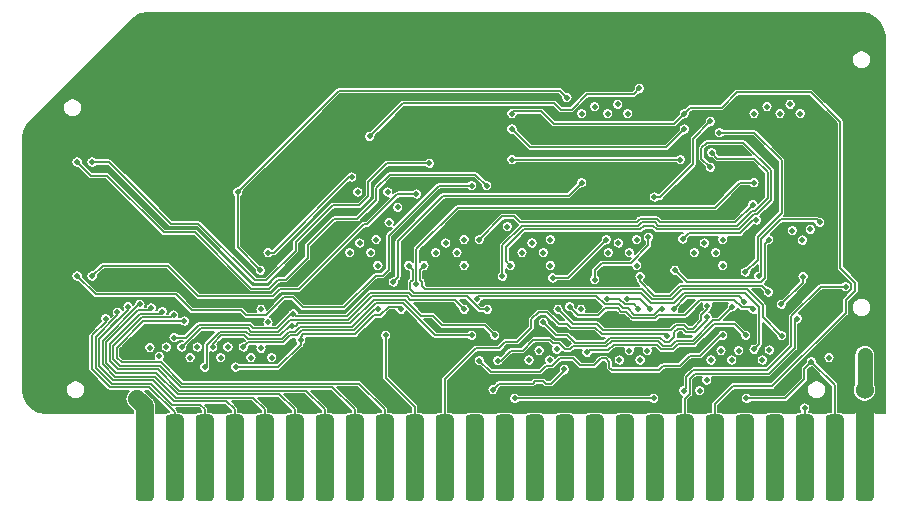
<source format=gbl>
G04 #@! TF.GenerationSoftware,KiCad,Pcbnew,(5.1.5-0-10_14)*
G04 #@! TF.CreationDate,2021-02-24T21:24:28-05:00*
G04 #@! TF.ProjectId,RAM128,52414d31-3238-42e6-9b69-6361645f7063,rev?*
G04 #@! TF.SameCoordinates,Original*
G04 #@! TF.FileFunction,Copper,L4,Bot*
G04 #@! TF.FilePolarity,Positive*
%FSLAX46Y46*%
G04 Gerber Fmt 4.6, Leading zero omitted, Abs format (unit mm)*
G04 Created by KiCad (PCBNEW (5.1.5-0-10_14)) date 2021-02-24 21:24:28*
%MOMM*%
%LPD*%
G04 APERTURE LIST*
%ADD10C,0.100000*%
%ADD11C,1.524000*%
%ADD12C,0.600000*%
%ADD13C,0.500000*%
%ADD14C,0.800000*%
%ADD15C,1.270000*%
%ADD16C,1.016000*%
%ADD17C,1.524000*%
%ADD18C,0.150000*%
%ADD19C,0.152400*%
G04 APERTURE END LIST*
G04 #@! TA.AperFunction,SMDPad,CuDef*
D10*
G36*
X137578345Y-131613835D02*
G01*
X137615329Y-131619321D01*
X137651598Y-131628406D01*
X137686802Y-131641002D01*
X137720602Y-131656988D01*
X137752672Y-131676210D01*
X137782704Y-131698483D01*
X137810408Y-131723592D01*
X137835517Y-131751296D01*
X137857790Y-131781328D01*
X137877012Y-131813398D01*
X137892998Y-131847198D01*
X137905594Y-131882402D01*
X137914679Y-131918671D01*
X137920165Y-131955655D01*
X137922000Y-131993000D01*
X137922000Y-138571000D01*
X137920165Y-138608345D01*
X137914679Y-138645329D01*
X137905594Y-138681598D01*
X137892998Y-138716802D01*
X137877012Y-138750602D01*
X137857790Y-138782672D01*
X137835517Y-138812704D01*
X137810408Y-138840408D01*
X137782704Y-138865517D01*
X137752672Y-138887790D01*
X137720602Y-138907012D01*
X137686802Y-138922998D01*
X137651598Y-138935594D01*
X137615329Y-138944679D01*
X137578345Y-138950165D01*
X137541000Y-138952000D01*
X136779000Y-138952000D01*
X136741655Y-138950165D01*
X136704671Y-138944679D01*
X136668402Y-138935594D01*
X136633198Y-138922998D01*
X136599398Y-138907012D01*
X136567328Y-138887790D01*
X136537296Y-138865517D01*
X136509592Y-138840408D01*
X136484483Y-138812704D01*
X136462210Y-138782672D01*
X136442988Y-138750602D01*
X136427002Y-138716802D01*
X136414406Y-138681598D01*
X136405321Y-138645329D01*
X136399835Y-138608345D01*
X136398000Y-138571000D01*
X136398000Y-131993000D01*
X136399835Y-131955655D01*
X136405321Y-131918671D01*
X136414406Y-131882402D01*
X136427002Y-131847198D01*
X136442988Y-131813398D01*
X136462210Y-131781328D01*
X136484483Y-131751296D01*
X136509592Y-131723592D01*
X136537296Y-131698483D01*
X136567328Y-131676210D01*
X136599398Y-131656988D01*
X136633198Y-131641002D01*
X136668402Y-131628406D01*
X136704671Y-131619321D01*
X136741655Y-131613835D01*
X136779000Y-131612000D01*
X137541000Y-131612000D01*
X137578345Y-131613835D01*
G37*
G04 #@! TD.AperFunction*
G04 #@! TA.AperFunction,SMDPad,CuDef*
G36*
X135038345Y-131613835D02*
G01*
X135075329Y-131619321D01*
X135111598Y-131628406D01*
X135146802Y-131641002D01*
X135180602Y-131656988D01*
X135212672Y-131676210D01*
X135242704Y-131698483D01*
X135270408Y-131723592D01*
X135295517Y-131751296D01*
X135317790Y-131781328D01*
X135337012Y-131813398D01*
X135352998Y-131847198D01*
X135365594Y-131882402D01*
X135374679Y-131918671D01*
X135380165Y-131955655D01*
X135382000Y-131993000D01*
X135382000Y-138571000D01*
X135380165Y-138608345D01*
X135374679Y-138645329D01*
X135365594Y-138681598D01*
X135352998Y-138716802D01*
X135337012Y-138750602D01*
X135317790Y-138782672D01*
X135295517Y-138812704D01*
X135270408Y-138840408D01*
X135242704Y-138865517D01*
X135212672Y-138887790D01*
X135180602Y-138907012D01*
X135146802Y-138922998D01*
X135111598Y-138935594D01*
X135075329Y-138944679D01*
X135038345Y-138950165D01*
X135001000Y-138952000D01*
X134239000Y-138952000D01*
X134201655Y-138950165D01*
X134164671Y-138944679D01*
X134128402Y-138935594D01*
X134093198Y-138922998D01*
X134059398Y-138907012D01*
X134027328Y-138887790D01*
X133997296Y-138865517D01*
X133969592Y-138840408D01*
X133944483Y-138812704D01*
X133922210Y-138782672D01*
X133902988Y-138750602D01*
X133887002Y-138716802D01*
X133874406Y-138681598D01*
X133865321Y-138645329D01*
X133859835Y-138608345D01*
X133858000Y-138571000D01*
X133858000Y-131993000D01*
X133859835Y-131955655D01*
X133865321Y-131918671D01*
X133874406Y-131882402D01*
X133887002Y-131847198D01*
X133902988Y-131813398D01*
X133922210Y-131781328D01*
X133944483Y-131751296D01*
X133969592Y-131723592D01*
X133997296Y-131698483D01*
X134027328Y-131676210D01*
X134059398Y-131656988D01*
X134093198Y-131641002D01*
X134128402Y-131628406D01*
X134164671Y-131619321D01*
X134201655Y-131613835D01*
X134239000Y-131612000D01*
X135001000Y-131612000D01*
X135038345Y-131613835D01*
G37*
G04 #@! TD.AperFunction*
G04 #@! TA.AperFunction,SMDPad,CuDef*
G36*
X132498345Y-131613835D02*
G01*
X132535329Y-131619321D01*
X132571598Y-131628406D01*
X132606802Y-131641002D01*
X132640602Y-131656988D01*
X132672672Y-131676210D01*
X132702704Y-131698483D01*
X132730408Y-131723592D01*
X132755517Y-131751296D01*
X132777790Y-131781328D01*
X132797012Y-131813398D01*
X132812998Y-131847198D01*
X132825594Y-131882402D01*
X132834679Y-131918671D01*
X132840165Y-131955655D01*
X132842000Y-131993000D01*
X132842000Y-138571000D01*
X132840165Y-138608345D01*
X132834679Y-138645329D01*
X132825594Y-138681598D01*
X132812998Y-138716802D01*
X132797012Y-138750602D01*
X132777790Y-138782672D01*
X132755517Y-138812704D01*
X132730408Y-138840408D01*
X132702704Y-138865517D01*
X132672672Y-138887790D01*
X132640602Y-138907012D01*
X132606802Y-138922998D01*
X132571598Y-138935594D01*
X132535329Y-138944679D01*
X132498345Y-138950165D01*
X132461000Y-138952000D01*
X131699000Y-138952000D01*
X131661655Y-138950165D01*
X131624671Y-138944679D01*
X131588402Y-138935594D01*
X131553198Y-138922998D01*
X131519398Y-138907012D01*
X131487328Y-138887790D01*
X131457296Y-138865517D01*
X131429592Y-138840408D01*
X131404483Y-138812704D01*
X131382210Y-138782672D01*
X131362988Y-138750602D01*
X131347002Y-138716802D01*
X131334406Y-138681598D01*
X131325321Y-138645329D01*
X131319835Y-138608345D01*
X131318000Y-138571000D01*
X131318000Y-131993000D01*
X131319835Y-131955655D01*
X131325321Y-131918671D01*
X131334406Y-131882402D01*
X131347002Y-131847198D01*
X131362988Y-131813398D01*
X131382210Y-131781328D01*
X131404483Y-131751296D01*
X131429592Y-131723592D01*
X131457296Y-131698483D01*
X131487328Y-131676210D01*
X131519398Y-131656988D01*
X131553198Y-131641002D01*
X131588402Y-131628406D01*
X131624671Y-131619321D01*
X131661655Y-131613835D01*
X131699000Y-131612000D01*
X132461000Y-131612000D01*
X132498345Y-131613835D01*
G37*
G04 #@! TD.AperFunction*
G04 #@! TA.AperFunction,SMDPad,CuDef*
G36*
X76618345Y-131613835D02*
G01*
X76655329Y-131619321D01*
X76691598Y-131628406D01*
X76726802Y-131641002D01*
X76760602Y-131656988D01*
X76792672Y-131676210D01*
X76822704Y-131698483D01*
X76850408Y-131723592D01*
X76875517Y-131751296D01*
X76897790Y-131781328D01*
X76917012Y-131813398D01*
X76932998Y-131847198D01*
X76945594Y-131882402D01*
X76954679Y-131918671D01*
X76960165Y-131955655D01*
X76962000Y-131993000D01*
X76962000Y-138571000D01*
X76960165Y-138608345D01*
X76954679Y-138645329D01*
X76945594Y-138681598D01*
X76932998Y-138716802D01*
X76917012Y-138750602D01*
X76897790Y-138782672D01*
X76875517Y-138812704D01*
X76850408Y-138840408D01*
X76822704Y-138865517D01*
X76792672Y-138887790D01*
X76760602Y-138907012D01*
X76726802Y-138922998D01*
X76691598Y-138935594D01*
X76655329Y-138944679D01*
X76618345Y-138950165D01*
X76581000Y-138952000D01*
X75819000Y-138952000D01*
X75781655Y-138950165D01*
X75744671Y-138944679D01*
X75708402Y-138935594D01*
X75673198Y-138922998D01*
X75639398Y-138907012D01*
X75607328Y-138887790D01*
X75577296Y-138865517D01*
X75549592Y-138840408D01*
X75524483Y-138812704D01*
X75502210Y-138782672D01*
X75482988Y-138750602D01*
X75467002Y-138716802D01*
X75454406Y-138681598D01*
X75445321Y-138645329D01*
X75439835Y-138608345D01*
X75438000Y-138571000D01*
X75438000Y-131993000D01*
X75439835Y-131955655D01*
X75445321Y-131918671D01*
X75454406Y-131882402D01*
X75467002Y-131847198D01*
X75482988Y-131813398D01*
X75502210Y-131781328D01*
X75524483Y-131751296D01*
X75549592Y-131723592D01*
X75577296Y-131698483D01*
X75607328Y-131676210D01*
X75639398Y-131656988D01*
X75673198Y-131641002D01*
X75708402Y-131628406D01*
X75744671Y-131619321D01*
X75781655Y-131613835D01*
X75819000Y-131612000D01*
X76581000Y-131612000D01*
X76618345Y-131613835D01*
G37*
G04 #@! TD.AperFunction*
G04 #@! TA.AperFunction,SMDPad,CuDef*
G36*
X79158345Y-131613835D02*
G01*
X79195329Y-131619321D01*
X79231598Y-131628406D01*
X79266802Y-131641002D01*
X79300602Y-131656988D01*
X79332672Y-131676210D01*
X79362704Y-131698483D01*
X79390408Y-131723592D01*
X79415517Y-131751296D01*
X79437790Y-131781328D01*
X79457012Y-131813398D01*
X79472998Y-131847198D01*
X79485594Y-131882402D01*
X79494679Y-131918671D01*
X79500165Y-131955655D01*
X79502000Y-131993000D01*
X79502000Y-138571000D01*
X79500165Y-138608345D01*
X79494679Y-138645329D01*
X79485594Y-138681598D01*
X79472998Y-138716802D01*
X79457012Y-138750602D01*
X79437790Y-138782672D01*
X79415517Y-138812704D01*
X79390408Y-138840408D01*
X79362704Y-138865517D01*
X79332672Y-138887790D01*
X79300602Y-138907012D01*
X79266802Y-138922998D01*
X79231598Y-138935594D01*
X79195329Y-138944679D01*
X79158345Y-138950165D01*
X79121000Y-138952000D01*
X78359000Y-138952000D01*
X78321655Y-138950165D01*
X78284671Y-138944679D01*
X78248402Y-138935594D01*
X78213198Y-138922998D01*
X78179398Y-138907012D01*
X78147328Y-138887790D01*
X78117296Y-138865517D01*
X78089592Y-138840408D01*
X78064483Y-138812704D01*
X78042210Y-138782672D01*
X78022988Y-138750602D01*
X78007002Y-138716802D01*
X77994406Y-138681598D01*
X77985321Y-138645329D01*
X77979835Y-138608345D01*
X77978000Y-138571000D01*
X77978000Y-131993000D01*
X77979835Y-131955655D01*
X77985321Y-131918671D01*
X77994406Y-131882402D01*
X78007002Y-131847198D01*
X78022988Y-131813398D01*
X78042210Y-131781328D01*
X78064483Y-131751296D01*
X78089592Y-131723592D01*
X78117296Y-131698483D01*
X78147328Y-131676210D01*
X78179398Y-131656988D01*
X78213198Y-131641002D01*
X78248402Y-131628406D01*
X78284671Y-131619321D01*
X78321655Y-131613835D01*
X78359000Y-131612000D01*
X79121000Y-131612000D01*
X79158345Y-131613835D01*
G37*
G04 #@! TD.AperFunction*
G04 #@! TA.AperFunction,SMDPad,CuDef*
G36*
X81698345Y-131613835D02*
G01*
X81735329Y-131619321D01*
X81771598Y-131628406D01*
X81806802Y-131641002D01*
X81840602Y-131656988D01*
X81872672Y-131676210D01*
X81902704Y-131698483D01*
X81930408Y-131723592D01*
X81955517Y-131751296D01*
X81977790Y-131781328D01*
X81997012Y-131813398D01*
X82012998Y-131847198D01*
X82025594Y-131882402D01*
X82034679Y-131918671D01*
X82040165Y-131955655D01*
X82042000Y-131993000D01*
X82042000Y-138571000D01*
X82040165Y-138608345D01*
X82034679Y-138645329D01*
X82025594Y-138681598D01*
X82012998Y-138716802D01*
X81997012Y-138750602D01*
X81977790Y-138782672D01*
X81955517Y-138812704D01*
X81930408Y-138840408D01*
X81902704Y-138865517D01*
X81872672Y-138887790D01*
X81840602Y-138907012D01*
X81806802Y-138922998D01*
X81771598Y-138935594D01*
X81735329Y-138944679D01*
X81698345Y-138950165D01*
X81661000Y-138952000D01*
X80899000Y-138952000D01*
X80861655Y-138950165D01*
X80824671Y-138944679D01*
X80788402Y-138935594D01*
X80753198Y-138922998D01*
X80719398Y-138907012D01*
X80687328Y-138887790D01*
X80657296Y-138865517D01*
X80629592Y-138840408D01*
X80604483Y-138812704D01*
X80582210Y-138782672D01*
X80562988Y-138750602D01*
X80547002Y-138716802D01*
X80534406Y-138681598D01*
X80525321Y-138645329D01*
X80519835Y-138608345D01*
X80518000Y-138571000D01*
X80518000Y-131993000D01*
X80519835Y-131955655D01*
X80525321Y-131918671D01*
X80534406Y-131882402D01*
X80547002Y-131847198D01*
X80562988Y-131813398D01*
X80582210Y-131781328D01*
X80604483Y-131751296D01*
X80629592Y-131723592D01*
X80657296Y-131698483D01*
X80687328Y-131676210D01*
X80719398Y-131656988D01*
X80753198Y-131641002D01*
X80788402Y-131628406D01*
X80824671Y-131619321D01*
X80861655Y-131613835D01*
X80899000Y-131612000D01*
X81661000Y-131612000D01*
X81698345Y-131613835D01*
G37*
G04 #@! TD.AperFunction*
G04 #@! TA.AperFunction,SMDPad,CuDef*
G36*
X84238345Y-131613835D02*
G01*
X84275329Y-131619321D01*
X84311598Y-131628406D01*
X84346802Y-131641002D01*
X84380602Y-131656988D01*
X84412672Y-131676210D01*
X84442704Y-131698483D01*
X84470408Y-131723592D01*
X84495517Y-131751296D01*
X84517790Y-131781328D01*
X84537012Y-131813398D01*
X84552998Y-131847198D01*
X84565594Y-131882402D01*
X84574679Y-131918671D01*
X84580165Y-131955655D01*
X84582000Y-131993000D01*
X84582000Y-138571000D01*
X84580165Y-138608345D01*
X84574679Y-138645329D01*
X84565594Y-138681598D01*
X84552998Y-138716802D01*
X84537012Y-138750602D01*
X84517790Y-138782672D01*
X84495517Y-138812704D01*
X84470408Y-138840408D01*
X84442704Y-138865517D01*
X84412672Y-138887790D01*
X84380602Y-138907012D01*
X84346802Y-138922998D01*
X84311598Y-138935594D01*
X84275329Y-138944679D01*
X84238345Y-138950165D01*
X84201000Y-138952000D01*
X83439000Y-138952000D01*
X83401655Y-138950165D01*
X83364671Y-138944679D01*
X83328402Y-138935594D01*
X83293198Y-138922998D01*
X83259398Y-138907012D01*
X83227328Y-138887790D01*
X83197296Y-138865517D01*
X83169592Y-138840408D01*
X83144483Y-138812704D01*
X83122210Y-138782672D01*
X83102988Y-138750602D01*
X83087002Y-138716802D01*
X83074406Y-138681598D01*
X83065321Y-138645329D01*
X83059835Y-138608345D01*
X83058000Y-138571000D01*
X83058000Y-131993000D01*
X83059835Y-131955655D01*
X83065321Y-131918671D01*
X83074406Y-131882402D01*
X83087002Y-131847198D01*
X83102988Y-131813398D01*
X83122210Y-131781328D01*
X83144483Y-131751296D01*
X83169592Y-131723592D01*
X83197296Y-131698483D01*
X83227328Y-131676210D01*
X83259398Y-131656988D01*
X83293198Y-131641002D01*
X83328402Y-131628406D01*
X83364671Y-131619321D01*
X83401655Y-131613835D01*
X83439000Y-131612000D01*
X84201000Y-131612000D01*
X84238345Y-131613835D01*
G37*
G04 #@! TD.AperFunction*
G04 #@! TA.AperFunction,SMDPad,CuDef*
G36*
X86778345Y-131613835D02*
G01*
X86815329Y-131619321D01*
X86851598Y-131628406D01*
X86886802Y-131641002D01*
X86920602Y-131656988D01*
X86952672Y-131676210D01*
X86982704Y-131698483D01*
X87010408Y-131723592D01*
X87035517Y-131751296D01*
X87057790Y-131781328D01*
X87077012Y-131813398D01*
X87092998Y-131847198D01*
X87105594Y-131882402D01*
X87114679Y-131918671D01*
X87120165Y-131955655D01*
X87122000Y-131993000D01*
X87122000Y-138571000D01*
X87120165Y-138608345D01*
X87114679Y-138645329D01*
X87105594Y-138681598D01*
X87092998Y-138716802D01*
X87077012Y-138750602D01*
X87057790Y-138782672D01*
X87035517Y-138812704D01*
X87010408Y-138840408D01*
X86982704Y-138865517D01*
X86952672Y-138887790D01*
X86920602Y-138907012D01*
X86886802Y-138922998D01*
X86851598Y-138935594D01*
X86815329Y-138944679D01*
X86778345Y-138950165D01*
X86741000Y-138952000D01*
X85979000Y-138952000D01*
X85941655Y-138950165D01*
X85904671Y-138944679D01*
X85868402Y-138935594D01*
X85833198Y-138922998D01*
X85799398Y-138907012D01*
X85767328Y-138887790D01*
X85737296Y-138865517D01*
X85709592Y-138840408D01*
X85684483Y-138812704D01*
X85662210Y-138782672D01*
X85642988Y-138750602D01*
X85627002Y-138716802D01*
X85614406Y-138681598D01*
X85605321Y-138645329D01*
X85599835Y-138608345D01*
X85598000Y-138571000D01*
X85598000Y-131993000D01*
X85599835Y-131955655D01*
X85605321Y-131918671D01*
X85614406Y-131882402D01*
X85627002Y-131847198D01*
X85642988Y-131813398D01*
X85662210Y-131781328D01*
X85684483Y-131751296D01*
X85709592Y-131723592D01*
X85737296Y-131698483D01*
X85767328Y-131676210D01*
X85799398Y-131656988D01*
X85833198Y-131641002D01*
X85868402Y-131628406D01*
X85904671Y-131619321D01*
X85941655Y-131613835D01*
X85979000Y-131612000D01*
X86741000Y-131612000D01*
X86778345Y-131613835D01*
G37*
G04 #@! TD.AperFunction*
G04 #@! TA.AperFunction,SMDPad,CuDef*
G36*
X89318345Y-131613835D02*
G01*
X89355329Y-131619321D01*
X89391598Y-131628406D01*
X89426802Y-131641002D01*
X89460602Y-131656988D01*
X89492672Y-131676210D01*
X89522704Y-131698483D01*
X89550408Y-131723592D01*
X89575517Y-131751296D01*
X89597790Y-131781328D01*
X89617012Y-131813398D01*
X89632998Y-131847198D01*
X89645594Y-131882402D01*
X89654679Y-131918671D01*
X89660165Y-131955655D01*
X89662000Y-131993000D01*
X89662000Y-138571000D01*
X89660165Y-138608345D01*
X89654679Y-138645329D01*
X89645594Y-138681598D01*
X89632998Y-138716802D01*
X89617012Y-138750602D01*
X89597790Y-138782672D01*
X89575517Y-138812704D01*
X89550408Y-138840408D01*
X89522704Y-138865517D01*
X89492672Y-138887790D01*
X89460602Y-138907012D01*
X89426802Y-138922998D01*
X89391598Y-138935594D01*
X89355329Y-138944679D01*
X89318345Y-138950165D01*
X89281000Y-138952000D01*
X88519000Y-138952000D01*
X88481655Y-138950165D01*
X88444671Y-138944679D01*
X88408402Y-138935594D01*
X88373198Y-138922998D01*
X88339398Y-138907012D01*
X88307328Y-138887790D01*
X88277296Y-138865517D01*
X88249592Y-138840408D01*
X88224483Y-138812704D01*
X88202210Y-138782672D01*
X88182988Y-138750602D01*
X88167002Y-138716802D01*
X88154406Y-138681598D01*
X88145321Y-138645329D01*
X88139835Y-138608345D01*
X88138000Y-138571000D01*
X88138000Y-131993000D01*
X88139835Y-131955655D01*
X88145321Y-131918671D01*
X88154406Y-131882402D01*
X88167002Y-131847198D01*
X88182988Y-131813398D01*
X88202210Y-131781328D01*
X88224483Y-131751296D01*
X88249592Y-131723592D01*
X88277296Y-131698483D01*
X88307328Y-131676210D01*
X88339398Y-131656988D01*
X88373198Y-131641002D01*
X88408402Y-131628406D01*
X88444671Y-131619321D01*
X88481655Y-131613835D01*
X88519000Y-131612000D01*
X89281000Y-131612000D01*
X89318345Y-131613835D01*
G37*
G04 #@! TD.AperFunction*
G04 #@! TA.AperFunction,SMDPad,CuDef*
G36*
X91858345Y-131613835D02*
G01*
X91895329Y-131619321D01*
X91931598Y-131628406D01*
X91966802Y-131641002D01*
X92000602Y-131656988D01*
X92032672Y-131676210D01*
X92062704Y-131698483D01*
X92090408Y-131723592D01*
X92115517Y-131751296D01*
X92137790Y-131781328D01*
X92157012Y-131813398D01*
X92172998Y-131847198D01*
X92185594Y-131882402D01*
X92194679Y-131918671D01*
X92200165Y-131955655D01*
X92202000Y-131993000D01*
X92202000Y-138571000D01*
X92200165Y-138608345D01*
X92194679Y-138645329D01*
X92185594Y-138681598D01*
X92172998Y-138716802D01*
X92157012Y-138750602D01*
X92137790Y-138782672D01*
X92115517Y-138812704D01*
X92090408Y-138840408D01*
X92062704Y-138865517D01*
X92032672Y-138887790D01*
X92000602Y-138907012D01*
X91966802Y-138922998D01*
X91931598Y-138935594D01*
X91895329Y-138944679D01*
X91858345Y-138950165D01*
X91821000Y-138952000D01*
X91059000Y-138952000D01*
X91021655Y-138950165D01*
X90984671Y-138944679D01*
X90948402Y-138935594D01*
X90913198Y-138922998D01*
X90879398Y-138907012D01*
X90847328Y-138887790D01*
X90817296Y-138865517D01*
X90789592Y-138840408D01*
X90764483Y-138812704D01*
X90742210Y-138782672D01*
X90722988Y-138750602D01*
X90707002Y-138716802D01*
X90694406Y-138681598D01*
X90685321Y-138645329D01*
X90679835Y-138608345D01*
X90678000Y-138571000D01*
X90678000Y-131993000D01*
X90679835Y-131955655D01*
X90685321Y-131918671D01*
X90694406Y-131882402D01*
X90707002Y-131847198D01*
X90722988Y-131813398D01*
X90742210Y-131781328D01*
X90764483Y-131751296D01*
X90789592Y-131723592D01*
X90817296Y-131698483D01*
X90847328Y-131676210D01*
X90879398Y-131656988D01*
X90913198Y-131641002D01*
X90948402Y-131628406D01*
X90984671Y-131619321D01*
X91021655Y-131613835D01*
X91059000Y-131612000D01*
X91821000Y-131612000D01*
X91858345Y-131613835D01*
G37*
G04 #@! TD.AperFunction*
G04 #@! TA.AperFunction,SMDPad,CuDef*
G36*
X94398345Y-131613835D02*
G01*
X94435329Y-131619321D01*
X94471598Y-131628406D01*
X94506802Y-131641002D01*
X94540602Y-131656988D01*
X94572672Y-131676210D01*
X94602704Y-131698483D01*
X94630408Y-131723592D01*
X94655517Y-131751296D01*
X94677790Y-131781328D01*
X94697012Y-131813398D01*
X94712998Y-131847198D01*
X94725594Y-131882402D01*
X94734679Y-131918671D01*
X94740165Y-131955655D01*
X94742000Y-131993000D01*
X94742000Y-138571000D01*
X94740165Y-138608345D01*
X94734679Y-138645329D01*
X94725594Y-138681598D01*
X94712998Y-138716802D01*
X94697012Y-138750602D01*
X94677790Y-138782672D01*
X94655517Y-138812704D01*
X94630408Y-138840408D01*
X94602704Y-138865517D01*
X94572672Y-138887790D01*
X94540602Y-138907012D01*
X94506802Y-138922998D01*
X94471598Y-138935594D01*
X94435329Y-138944679D01*
X94398345Y-138950165D01*
X94361000Y-138952000D01*
X93599000Y-138952000D01*
X93561655Y-138950165D01*
X93524671Y-138944679D01*
X93488402Y-138935594D01*
X93453198Y-138922998D01*
X93419398Y-138907012D01*
X93387328Y-138887790D01*
X93357296Y-138865517D01*
X93329592Y-138840408D01*
X93304483Y-138812704D01*
X93282210Y-138782672D01*
X93262988Y-138750602D01*
X93247002Y-138716802D01*
X93234406Y-138681598D01*
X93225321Y-138645329D01*
X93219835Y-138608345D01*
X93218000Y-138571000D01*
X93218000Y-131993000D01*
X93219835Y-131955655D01*
X93225321Y-131918671D01*
X93234406Y-131882402D01*
X93247002Y-131847198D01*
X93262988Y-131813398D01*
X93282210Y-131781328D01*
X93304483Y-131751296D01*
X93329592Y-131723592D01*
X93357296Y-131698483D01*
X93387328Y-131676210D01*
X93419398Y-131656988D01*
X93453198Y-131641002D01*
X93488402Y-131628406D01*
X93524671Y-131619321D01*
X93561655Y-131613835D01*
X93599000Y-131612000D01*
X94361000Y-131612000D01*
X94398345Y-131613835D01*
G37*
G04 #@! TD.AperFunction*
G04 #@! TA.AperFunction,SMDPad,CuDef*
G36*
X96938345Y-131613835D02*
G01*
X96975329Y-131619321D01*
X97011598Y-131628406D01*
X97046802Y-131641002D01*
X97080602Y-131656988D01*
X97112672Y-131676210D01*
X97142704Y-131698483D01*
X97170408Y-131723592D01*
X97195517Y-131751296D01*
X97217790Y-131781328D01*
X97237012Y-131813398D01*
X97252998Y-131847198D01*
X97265594Y-131882402D01*
X97274679Y-131918671D01*
X97280165Y-131955655D01*
X97282000Y-131993000D01*
X97282000Y-138571000D01*
X97280165Y-138608345D01*
X97274679Y-138645329D01*
X97265594Y-138681598D01*
X97252998Y-138716802D01*
X97237012Y-138750602D01*
X97217790Y-138782672D01*
X97195517Y-138812704D01*
X97170408Y-138840408D01*
X97142704Y-138865517D01*
X97112672Y-138887790D01*
X97080602Y-138907012D01*
X97046802Y-138922998D01*
X97011598Y-138935594D01*
X96975329Y-138944679D01*
X96938345Y-138950165D01*
X96901000Y-138952000D01*
X96139000Y-138952000D01*
X96101655Y-138950165D01*
X96064671Y-138944679D01*
X96028402Y-138935594D01*
X95993198Y-138922998D01*
X95959398Y-138907012D01*
X95927328Y-138887790D01*
X95897296Y-138865517D01*
X95869592Y-138840408D01*
X95844483Y-138812704D01*
X95822210Y-138782672D01*
X95802988Y-138750602D01*
X95787002Y-138716802D01*
X95774406Y-138681598D01*
X95765321Y-138645329D01*
X95759835Y-138608345D01*
X95758000Y-138571000D01*
X95758000Y-131993000D01*
X95759835Y-131955655D01*
X95765321Y-131918671D01*
X95774406Y-131882402D01*
X95787002Y-131847198D01*
X95802988Y-131813398D01*
X95822210Y-131781328D01*
X95844483Y-131751296D01*
X95869592Y-131723592D01*
X95897296Y-131698483D01*
X95927328Y-131676210D01*
X95959398Y-131656988D01*
X95993198Y-131641002D01*
X96028402Y-131628406D01*
X96064671Y-131619321D01*
X96101655Y-131613835D01*
X96139000Y-131612000D01*
X96901000Y-131612000D01*
X96938345Y-131613835D01*
G37*
G04 #@! TD.AperFunction*
G04 #@! TA.AperFunction,SMDPad,CuDef*
G36*
X99478345Y-131613835D02*
G01*
X99515329Y-131619321D01*
X99551598Y-131628406D01*
X99586802Y-131641002D01*
X99620602Y-131656988D01*
X99652672Y-131676210D01*
X99682704Y-131698483D01*
X99710408Y-131723592D01*
X99735517Y-131751296D01*
X99757790Y-131781328D01*
X99777012Y-131813398D01*
X99792998Y-131847198D01*
X99805594Y-131882402D01*
X99814679Y-131918671D01*
X99820165Y-131955655D01*
X99822000Y-131993000D01*
X99822000Y-138571000D01*
X99820165Y-138608345D01*
X99814679Y-138645329D01*
X99805594Y-138681598D01*
X99792998Y-138716802D01*
X99777012Y-138750602D01*
X99757790Y-138782672D01*
X99735517Y-138812704D01*
X99710408Y-138840408D01*
X99682704Y-138865517D01*
X99652672Y-138887790D01*
X99620602Y-138907012D01*
X99586802Y-138922998D01*
X99551598Y-138935594D01*
X99515329Y-138944679D01*
X99478345Y-138950165D01*
X99441000Y-138952000D01*
X98679000Y-138952000D01*
X98641655Y-138950165D01*
X98604671Y-138944679D01*
X98568402Y-138935594D01*
X98533198Y-138922998D01*
X98499398Y-138907012D01*
X98467328Y-138887790D01*
X98437296Y-138865517D01*
X98409592Y-138840408D01*
X98384483Y-138812704D01*
X98362210Y-138782672D01*
X98342988Y-138750602D01*
X98327002Y-138716802D01*
X98314406Y-138681598D01*
X98305321Y-138645329D01*
X98299835Y-138608345D01*
X98298000Y-138571000D01*
X98298000Y-131993000D01*
X98299835Y-131955655D01*
X98305321Y-131918671D01*
X98314406Y-131882402D01*
X98327002Y-131847198D01*
X98342988Y-131813398D01*
X98362210Y-131781328D01*
X98384483Y-131751296D01*
X98409592Y-131723592D01*
X98437296Y-131698483D01*
X98467328Y-131676210D01*
X98499398Y-131656988D01*
X98533198Y-131641002D01*
X98568402Y-131628406D01*
X98604671Y-131619321D01*
X98641655Y-131613835D01*
X98679000Y-131612000D01*
X99441000Y-131612000D01*
X99478345Y-131613835D01*
G37*
G04 #@! TD.AperFunction*
G04 #@! TA.AperFunction,SMDPad,CuDef*
G36*
X102018345Y-131613835D02*
G01*
X102055329Y-131619321D01*
X102091598Y-131628406D01*
X102126802Y-131641002D01*
X102160602Y-131656988D01*
X102192672Y-131676210D01*
X102222704Y-131698483D01*
X102250408Y-131723592D01*
X102275517Y-131751296D01*
X102297790Y-131781328D01*
X102317012Y-131813398D01*
X102332998Y-131847198D01*
X102345594Y-131882402D01*
X102354679Y-131918671D01*
X102360165Y-131955655D01*
X102362000Y-131993000D01*
X102362000Y-138571000D01*
X102360165Y-138608345D01*
X102354679Y-138645329D01*
X102345594Y-138681598D01*
X102332998Y-138716802D01*
X102317012Y-138750602D01*
X102297790Y-138782672D01*
X102275517Y-138812704D01*
X102250408Y-138840408D01*
X102222704Y-138865517D01*
X102192672Y-138887790D01*
X102160602Y-138907012D01*
X102126802Y-138922998D01*
X102091598Y-138935594D01*
X102055329Y-138944679D01*
X102018345Y-138950165D01*
X101981000Y-138952000D01*
X101219000Y-138952000D01*
X101181655Y-138950165D01*
X101144671Y-138944679D01*
X101108402Y-138935594D01*
X101073198Y-138922998D01*
X101039398Y-138907012D01*
X101007328Y-138887790D01*
X100977296Y-138865517D01*
X100949592Y-138840408D01*
X100924483Y-138812704D01*
X100902210Y-138782672D01*
X100882988Y-138750602D01*
X100867002Y-138716802D01*
X100854406Y-138681598D01*
X100845321Y-138645329D01*
X100839835Y-138608345D01*
X100838000Y-138571000D01*
X100838000Y-131993000D01*
X100839835Y-131955655D01*
X100845321Y-131918671D01*
X100854406Y-131882402D01*
X100867002Y-131847198D01*
X100882988Y-131813398D01*
X100902210Y-131781328D01*
X100924483Y-131751296D01*
X100949592Y-131723592D01*
X100977296Y-131698483D01*
X101007328Y-131676210D01*
X101039398Y-131656988D01*
X101073198Y-131641002D01*
X101108402Y-131628406D01*
X101144671Y-131619321D01*
X101181655Y-131613835D01*
X101219000Y-131612000D01*
X101981000Y-131612000D01*
X102018345Y-131613835D01*
G37*
G04 #@! TD.AperFunction*
G04 #@! TA.AperFunction,SMDPad,CuDef*
G36*
X104558345Y-131613835D02*
G01*
X104595329Y-131619321D01*
X104631598Y-131628406D01*
X104666802Y-131641002D01*
X104700602Y-131656988D01*
X104732672Y-131676210D01*
X104762704Y-131698483D01*
X104790408Y-131723592D01*
X104815517Y-131751296D01*
X104837790Y-131781328D01*
X104857012Y-131813398D01*
X104872998Y-131847198D01*
X104885594Y-131882402D01*
X104894679Y-131918671D01*
X104900165Y-131955655D01*
X104902000Y-131993000D01*
X104902000Y-138571000D01*
X104900165Y-138608345D01*
X104894679Y-138645329D01*
X104885594Y-138681598D01*
X104872998Y-138716802D01*
X104857012Y-138750602D01*
X104837790Y-138782672D01*
X104815517Y-138812704D01*
X104790408Y-138840408D01*
X104762704Y-138865517D01*
X104732672Y-138887790D01*
X104700602Y-138907012D01*
X104666802Y-138922998D01*
X104631598Y-138935594D01*
X104595329Y-138944679D01*
X104558345Y-138950165D01*
X104521000Y-138952000D01*
X103759000Y-138952000D01*
X103721655Y-138950165D01*
X103684671Y-138944679D01*
X103648402Y-138935594D01*
X103613198Y-138922998D01*
X103579398Y-138907012D01*
X103547328Y-138887790D01*
X103517296Y-138865517D01*
X103489592Y-138840408D01*
X103464483Y-138812704D01*
X103442210Y-138782672D01*
X103422988Y-138750602D01*
X103407002Y-138716802D01*
X103394406Y-138681598D01*
X103385321Y-138645329D01*
X103379835Y-138608345D01*
X103378000Y-138571000D01*
X103378000Y-131993000D01*
X103379835Y-131955655D01*
X103385321Y-131918671D01*
X103394406Y-131882402D01*
X103407002Y-131847198D01*
X103422988Y-131813398D01*
X103442210Y-131781328D01*
X103464483Y-131751296D01*
X103489592Y-131723592D01*
X103517296Y-131698483D01*
X103547328Y-131676210D01*
X103579398Y-131656988D01*
X103613198Y-131641002D01*
X103648402Y-131628406D01*
X103684671Y-131619321D01*
X103721655Y-131613835D01*
X103759000Y-131612000D01*
X104521000Y-131612000D01*
X104558345Y-131613835D01*
G37*
G04 #@! TD.AperFunction*
G04 #@! TA.AperFunction,SMDPad,CuDef*
G36*
X107098345Y-131613835D02*
G01*
X107135329Y-131619321D01*
X107171598Y-131628406D01*
X107206802Y-131641002D01*
X107240602Y-131656988D01*
X107272672Y-131676210D01*
X107302704Y-131698483D01*
X107330408Y-131723592D01*
X107355517Y-131751296D01*
X107377790Y-131781328D01*
X107397012Y-131813398D01*
X107412998Y-131847198D01*
X107425594Y-131882402D01*
X107434679Y-131918671D01*
X107440165Y-131955655D01*
X107442000Y-131993000D01*
X107442000Y-138571000D01*
X107440165Y-138608345D01*
X107434679Y-138645329D01*
X107425594Y-138681598D01*
X107412998Y-138716802D01*
X107397012Y-138750602D01*
X107377790Y-138782672D01*
X107355517Y-138812704D01*
X107330408Y-138840408D01*
X107302704Y-138865517D01*
X107272672Y-138887790D01*
X107240602Y-138907012D01*
X107206802Y-138922998D01*
X107171598Y-138935594D01*
X107135329Y-138944679D01*
X107098345Y-138950165D01*
X107061000Y-138952000D01*
X106299000Y-138952000D01*
X106261655Y-138950165D01*
X106224671Y-138944679D01*
X106188402Y-138935594D01*
X106153198Y-138922998D01*
X106119398Y-138907012D01*
X106087328Y-138887790D01*
X106057296Y-138865517D01*
X106029592Y-138840408D01*
X106004483Y-138812704D01*
X105982210Y-138782672D01*
X105962988Y-138750602D01*
X105947002Y-138716802D01*
X105934406Y-138681598D01*
X105925321Y-138645329D01*
X105919835Y-138608345D01*
X105918000Y-138571000D01*
X105918000Y-131993000D01*
X105919835Y-131955655D01*
X105925321Y-131918671D01*
X105934406Y-131882402D01*
X105947002Y-131847198D01*
X105962988Y-131813398D01*
X105982210Y-131781328D01*
X106004483Y-131751296D01*
X106029592Y-131723592D01*
X106057296Y-131698483D01*
X106087328Y-131676210D01*
X106119398Y-131656988D01*
X106153198Y-131641002D01*
X106188402Y-131628406D01*
X106224671Y-131619321D01*
X106261655Y-131613835D01*
X106299000Y-131612000D01*
X107061000Y-131612000D01*
X107098345Y-131613835D01*
G37*
G04 #@! TD.AperFunction*
G04 #@! TA.AperFunction,SMDPad,CuDef*
G36*
X109638345Y-131613835D02*
G01*
X109675329Y-131619321D01*
X109711598Y-131628406D01*
X109746802Y-131641002D01*
X109780602Y-131656988D01*
X109812672Y-131676210D01*
X109842704Y-131698483D01*
X109870408Y-131723592D01*
X109895517Y-131751296D01*
X109917790Y-131781328D01*
X109937012Y-131813398D01*
X109952998Y-131847198D01*
X109965594Y-131882402D01*
X109974679Y-131918671D01*
X109980165Y-131955655D01*
X109982000Y-131993000D01*
X109982000Y-138571000D01*
X109980165Y-138608345D01*
X109974679Y-138645329D01*
X109965594Y-138681598D01*
X109952998Y-138716802D01*
X109937012Y-138750602D01*
X109917790Y-138782672D01*
X109895517Y-138812704D01*
X109870408Y-138840408D01*
X109842704Y-138865517D01*
X109812672Y-138887790D01*
X109780602Y-138907012D01*
X109746802Y-138922998D01*
X109711598Y-138935594D01*
X109675329Y-138944679D01*
X109638345Y-138950165D01*
X109601000Y-138952000D01*
X108839000Y-138952000D01*
X108801655Y-138950165D01*
X108764671Y-138944679D01*
X108728402Y-138935594D01*
X108693198Y-138922998D01*
X108659398Y-138907012D01*
X108627328Y-138887790D01*
X108597296Y-138865517D01*
X108569592Y-138840408D01*
X108544483Y-138812704D01*
X108522210Y-138782672D01*
X108502988Y-138750602D01*
X108487002Y-138716802D01*
X108474406Y-138681598D01*
X108465321Y-138645329D01*
X108459835Y-138608345D01*
X108458000Y-138571000D01*
X108458000Y-131993000D01*
X108459835Y-131955655D01*
X108465321Y-131918671D01*
X108474406Y-131882402D01*
X108487002Y-131847198D01*
X108502988Y-131813398D01*
X108522210Y-131781328D01*
X108544483Y-131751296D01*
X108569592Y-131723592D01*
X108597296Y-131698483D01*
X108627328Y-131676210D01*
X108659398Y-131656988D01*
X108693198Y-131641002D01*
X108728402Y-131628406D01*
X108764671Y-131619321D01*
X108801655Y-131613835D01*
X108839000Y-131612000D01*
X109601000Y-131612000D01*
X109638345Y-131613835D01*
G37*
G04 #@! TD.AperFunction*
G04 #@! TA.AperFunction,SMDPad,CuDef*
G36*
X112178345Y-131613835D02*
G01*
X112215329Y-131619321D01*
X112251598Y-131628406D01*
X112286802Y-131641002D01*
X112320602Y-131656988D01*
X112352672Y-131676210D01*
X112382704Y-131698483D01*
X112410408Y-131723592D01*
X112435517Y-131751296D01*
X112457790Y-131781328D01*
X112477012Y-131813398D01*
X112492998Y-131847198D01*
X112505594Y-131882402D01*
X112514679Y-131918671D01*
X112520165Y-131955655D01*
X112522000Y-131993000D01*
X112522000Y-138571000D01*
X112520165Y-138608345D01*
X112514679Y-138645329D01*
X112505594Y-138681598D01*
X112492998Y-138716802D01*
X112477012Y-138750602D01*
X112457790Y-138782672D01*
X112435517Y-138812704D01*
X112410408Y-138840408D01*
X112382704Y-138865517D01*
X112352672Y-138887790D01*
X112320602Y-138907012D01*
X112286802Y-138922998D01*
X112251598Y-138935594D01*
X112215329Y-138944679D01*
X112178345Y-138950165D01*
X112141000Y-138952000D01*
X111379000Y-138952000D01*
X111341655Y-138950165D01*
X111304671Y-138944679D01*
X111268402Y-138935594D01*
X111233198Y-138922998D01*
X111199398Y-138907012D01*
X111167328Y-138887790D01*
X111137296Y-138865517D01*
X111109592Y-138840408D01*
X111084483Y-138812704D01*
X111062210Y-138782672D01*
X111042988Y-138750602D01*
X111027002Y-138716802D01*
X111014406Y-138681598D01*
X111005321Y-138645329D01*
X110999835Y-138608345D01*
X110998000Y-138571000D01*
X110998000Y-131993000D01*
X110999835Y-131955655D01*
X111005321Y-131918671D01*
X111014406Y-131882402D01*
X111027002Y-131847198D01*
X111042988Y-131813398D01*
X111062210Y-131781328D01*
X111084483Y-131751296D01*
X111109592Y-131723592D01*
X111137296Y-131698483D01*
X111167328Y-131676210D01*
X111199398Y-131656988D01*
X111233198Y-131641002D01*
X111268402Y-131628406D01*
X111304671Y-131619321D01*
X111341655Y-131613835D01*
X111379000Y-131612000D01*
X112141000Y-131612000D01*
X112178345Y-131613835D01*
G37*
G04 #@! TD.AperFunction*
G04 #@! TA.AperFunction,SMDPad,CuDef*
G36*
X114718345Y-131613835D02*
G01*
X114755329Y-131619321D01*
X114791598Y-131628406D01*
X114826802Y-131641002D01*
X114860602Y-131656988D01*
X114892672Y-131676210D01*
X114922704Y-131698483D01*
X114950408Y-131723592D01*
X114975517Y-131751296D01*
X114997790Y-131781328D01*
X115017012Y-131813398D01*
X115032998Y-131847198D01*
X115045594Y-131882402D01*
X115054679Y-131918671D01*
X115060165Y-131955655D01*
X115062000Y-131993000D01*
X115062000Y-138571000D01*
X115060165Y-138608345D01*
X115054679Y-138645329D01*
X115045594Y-138681598D01*
X115032998Y-138716802D01*
X115017012Y-138750602D01*
X114997790Y-138782672D01*
X114975517Y-138812704D01*
X114950408Y-138840408D01*
X114922704Y-138865517D01*
X114892672Y-138887790D01*
X114860602Y-138907012D01*
X114826802Y-138922998D01*
X114791598Y-138935594D01*
X114755329Y-138944679D01*
X114718345Y-138950165D01*
X114681000Y-138952000D01*
X113919000Y-138952000D01*
X113881655Y-138950165D01*
X113844671Y-138944679D01*
X113808402Y-138935594D01*
X113773198Y-138922998D01*
X113739398Y-138907012D01*
X113707328Y-138887790D01*
X113677296Y-138865517D01*
X113649592Y-138840408D01*
X113624483Y-138812704D01*
X113602210Y-138782672D01*
X113582988Y-138750602D01*
X113567002Y-138716802D01*
X113554406Y-138681598D01*
X113545321Y-138645329D01*
X113539835Y-138608345D01*
X113538000Y-138571000D01*
X113538000Y-131993000D01*
X113539835Y-131955655D01*
X113545321Y-131918671D01*
X113554406Y-131882402D01*
X113567002Y-131847198D01*
X113582988Y-131813398D01*
X113602210Y-131781328D01*
X113624483Y-131751296D01*
X113649592Y-131723592D01*
X113677296Y-131698483D01*
X113707328Y-131676210D01*
X113739398Y-131656988D01*
X113773198Y-131641002D01*
X113808402Y-131628406D01*
X113844671Y-131619321D01*
X113881655Y-131613835D01*
X113919000Y-131612000D01*
X114681000Y-131612000D01*
X114718345Y-131613835D01*
G37*
G04 #@! TD.AperFunction*
G04 #@! TA.AperFunction,SMDPad,CuDef*
G36*
X117258345Y-131613835D02*
G01*
X117295329Y-131619321D01*
X117331598Y-131628406D01*
X117366802Y-131641002D01*
X117400602Y-131656988D01*
X117432672Y-131676210D01*
X117462704Y-131698483D01*
X117490408Y-131723592D01*
X117515517Y-131751296D01*
X117537790Y-131781328D01*
X117557012Y-131813398D01*
X117572998Y-131847198D01*
X117585594Y-131882402D01*
X117594679Y-131918671D01*
X117600165Y-131955655D01*
X117602000Y-131993000D01*
X117602000Y-138571000D01*
X117600165Y-138608345D01*
X117594679Y-138645329D01*
X117585594Y-138681598D01*
X117572998Y-138716802D01*
X117557012Y-138750602D01*
X117537790Y-138782672D01*
X117515517Y-138812704D01*
X117490408Y-138840408D01*
X117462704Y-138865517D01*
X117432672Y-138887790D01*
X117400602Y-138907012D01*
X117366802Y-138922998D01*
X117331598Y-138935594D01*
X117295329Y-138944679D01*
X117258345Y-138950165D01*
X117221000Y-138952000D01*
X116459000Y-138952000D01*
X116421655Y-138950165D01*
X116384671Y-138944679D01*
X116348402Y-138935594D01*
X116313198Y-138922998D01*
X116279398Y-138907012D01*
X116247328Y-138887790D01*
X116217296Y-138865517D01*
X116189592Y-138840408D01*
X116164483Y-138812704D01*
X116142210Y-138782672D01*
X116122988Y-138750602D01*
X116107002Y-138716802D01*
X116094406Y-138681598D01*
X116085321Y-138645329D01*
X116079835Y-138608345D01*
X116078000Y-138571000D01*
X116078000Y-131993000D01*
X116079835Y-131955655D01*
X116085321Y-131918671D01*
X116094406Y-131882402D01*
X116107002Y-131847198D01*
X116122988Y-131813398D01*
X116142210Y-131781328D01*
X116164483Y-131751296D01*
X116189592Y-131723592D01*
X116217296Y-131698483D01*
X116247328Y-131676210D01*
X116279398Y-131656988D01*
X116313198Y-131641002D01*
X116348402Y-131628406D01*
X116384671Y-131619321D01*
X116421655Y-131613835D01*
X116459000Y-131612000D01*
X117221000Y-131612000D01*
X117258345Y-131613835D01*
G37*
G04 #@! TD.AperFunction*
G04 #@! TA.AperFunction,SMDPad,CuDef*
G36*
X119798345Y-131613835D02*
G01*
X119835329Y-131619321D01*
X119871598Y-131628406D01*
X119906802Y-131641002D01*
X119940602Y-131656988D01*
X119972672Y-131676210D01*
X120002704Y-131698483D01*
X120030408Y-131723592D01*
X120055517Y-131751296D01*
X120077790Y-131781328D01*
X120097012Y-131813398D01*
X120112998Y-131847198D01*
X120125594Y-131882402D01*
X120134679Y-131918671D01*
X120140165Y-131955655D01*
X120142000Y-131993000D01*
X120142000Y-138571000D01*
X120140165Y-138608345D01*
X120134679Y-138645329D01*
X120125594Y-138681598D01*
X120112998Y-138716802D01*
X120097012Y-138750602D01*
X120077790Y-138782672D01*
X120055517Y-138812704D01*
X120030408Y-138840408D01*
X120002704Y-138865517D01*
X119972672Y-138887790D01*
X119940602Y-138907012D01*
X119906802Y-138922998D01*
X119871598Y-138935594D01*
X119835329Y-138944679D01*
X119798345Y-138950165D01*
X119761000Y-138952000D01*
X118999000Y-138952000D01*
X118961655Y-138950165D01*
X118924671Y-138944679D01*
X118888402Y-138935594D01*
X118853198Y-138922998D01*
X118819398Y-138907012D01*
X118787328Y-138887790D01*
X118757296Y-138865517D01*
X118729592Y-138840408D01*
X118704483Y-138812704D01*
X118682210Y-138782672D01*
X118662988Y-138750602D01*
X118647002Y-138716802D01*
X118634406Y-138681598D01*
X118625321Y-138645329D01*
X118619835Y-138608345D01*
X118618000Y-138571000D01*
X118618000Y-131993000D01*
X118619835Y-131955655D01*
X118625321Y-131918671D01*
X118634406Y-131882402D01*
X118647002Y-131847198D01*
X118662988Y-131813398D01*
X118682210Y-131781328D01*
X118704483Y-131751296D01*
X118729592Y-131723592D01*
X118757296Y-131698483D01*
X118787328Y-131676210D01*
X118819398Y-131656988D01*
X118853198Y-131641002D01*
X118888402Y-131628406D01*
X118924671Y-131619321D01*
X118961655Y-131613835D01*
X118999000Y-131612000D01*
X119761000Y-131612000D01*
X119798345Y-131613835D01*
G37*
G04 #@! TD.AperFunction*
G04 #@! TA.AperFunction,SMDPad,CuDef*
G36*
X122338345Y-131613835D02*
G01*
X122375329Y-131619321D01*
X122411598Y-131628406D01*
X122446802Y-131641002D01*
X122480602Y-131656988D01*
X122512672Y-131676210D01*
X122542704Y-131698483D01*
X122570408Y-131723592D01*
X122595517Y-131751296D01*
X122617790Y-131781328D01*
X122637012Y-131813398D01*
X122652998Y-131847198D01*
X122665594Y-131882402D01*
X122674679Y-131918671D01*
X122680165Y-131955655D01*
X122682000Y-131993000D01*
X122682000Y-138571000D01*
X122680165Y-138608345D01*
X122674679Y-138645329D01*
X122665594Y-138681598D01*
X122652998Y-138716802D01*
X122637012Y-138750602D01*
X122617790Y-138782672D01*
X122595517Y-138812704D01*
X122570408Y-138840408D01*
X122542704Y-138865517D01*
X122512672Y-138887790D01*
X122480602Y-138907012D01*
X122446802Y-138922998D01*
X122411598Y-138935594D01*
X122375329Y-138944679D01*
X122338345Y-138950165D01*
X122301000Y-138952000D01*
X121539000Y-138952000D01*
X121501655Y-138950165D01*
X121464671Y-138944679D01*
X121428402Y-138935594D01*
X121393198Y-138922998D01*
X121359398Y-138907012D01*
X121327328Y-138887790D01*
X121297296Y-138865517D01*
X121269592Y-138840408D01*
X121244483Y-138812704D01*
X121222210Y-138782672D01*
X121202988Y-138750602D01*
X121187002Y-138716802D01*
X121174406Y-138681598D01*
X121165321Y-138645329D01*
X121159835Y-138608345D01*
X121158000Y-138571000D01*
X121158000Y-131993000D01*
X121159835Y-131955655D01*
X121165321Y-131918671D01*
X121174406Y-131882402D01*
X121187002Y-131847198D01*
X121202988Y-131813398D01*
X121222210Y-131781328D01*
X121244483Y-131751296D01*
X121269592Y-131723592D01*
X121297296Y-131698483D01*
X121327328Y-131676210D01*
X121359398Y-131656988D01*
X121393198Y-131641002D01*
X121428402Y-131628406D01*
X121464671Y-131619321D01*
X121501655Y-131613835D01*
X121539000Y-131612000D01*
X122301000Y-131612000D01*
X122338345Y-131613835D01*
G37*
G04 #@! TD.AperFunction*
G04 #@! TA.AperFunction,SMDPad,CuDef*
G36*
X124878345Y-131613835D02*
G01*
X124915329Y-131619321D01*
X124951598Y-131628406D01*
X124986802Y-131641002D01*
X125020602Y-131656988D01*
X125052672Y-131676210D01*
X125082704Y-131698483D01*
X125110408Y-131723592D01*
X125135517Y-131751296D01*
X125157790Y-131781328D01*
X125177012Y-131813398D01*
X125192998Y-131847198D01*
X125205594Y-131882402D01*
X125214679Y-131918671D01*
X125220165Y-131955655D01*
X125222000Y-131993000D01*
X125222000Y-138571000D01*
X125220165Y-138608345D01*
X125214679Y-138645329D01*
X125205594Y-138681598D01*
X125192998Y-138716802D01*
X125177012Y-138750602D01*
X125157790Y-138782672D01*
X125135517Y-138812704D01*
X125110408Y-138840408D01*
X125082704Y-138865517D01*
X125052672Y-138887790D01*
X125020602Y-138907012D01*
X124986802Y-138922998D01*
X124951598Y-138935594D01*
X124915329Y-138944679D01*
X124878345Y-138950165D01*
X124841000Y-138952000D01*
X124079000Y-138952000D01*
X124041655Y-138950165D01*
X124004671Y-138944679D01*
X123968402Y-138935594D01*
X123933198Y-138922998D01*
X123899398Y-138907012D01*
X123867328Y-138887790D01*
X123837296Y-138865517D01*
X123809592Y-138840408D01*
X123784483Y-138812704D01*
X123762210Y-138782672D01*
X123742988Y-138750602D01*
X123727002Y-138716802D01*
X123714406Y-138681598D01*
X123705321Y-138645329D01*
X123699835Y-138608345D01*
X123698000Y-138571000D01*
X123698000Y-131993000D01*
X123699835Y-131955655D01*
X123705321Y-131918671D01*
X123714406Y-131882402D01*
X123727002Y-131847198D01*
X123742988Y-131813398D01*
X123762210Y-131781328D01*
X123784483Y-131751296D01*
X123809592Y-131723592D01*
X123837296Y-131698483D01*
X123867328Y-131676210D01*
X123899398Y-131656988D01*
X123933198Y-131641002D01*
X123968402Y-131628406D01*
X124004671Y-131619321D01*
X124041655Y-131613835D01*
X124079000Y-131612000D01*
X124841000Y-131612000D01*
X124878345Y-131613835D01*
G37*
G04 #@! TD.AperFunction*
G04 #@! TA.AperFunction,SMDPad,CuDef*
G36*
X127418345Y-131613835D02*
G01*
X127455329Y-131619321D01*
X127491598Y-131628406D01*
X127526802Y-131641002D01*
X127560602Y-131656988D01*
X127592672Y-131676210D01*
X127622704Y-131698483D01*
X127650408Y-131723592D01*
X127675517Y-131751296D01*
X127697790Y-131781328D01*
X127717012Y-131813398D01*
X127732998Y-131847198D01*
X127745594Y-131882402D01*
X127754679Y-131918671D01*
X127760165Y-131955655D01*
X127762000Y-131993000D01*
X127762000Y-138571000D01*
X127760165Y-138608345D01*
X127754679Y-138645329D01*
X127745594Y-138681598D01*
X127732998Y-138716802D01*
X127717012Y-138750602D01*
X127697790Y-138782672D01*
X127675517Y-138812704D01*
X127650408Y-138840408D01*
X127622704Y-138865517D01*
X127592672Y-138887790D01*
X127560602Y-138907012D01*
X127526802Y-138922998D01*
X127491598Y-138935594D01*
X127455329Y-138944679D01*
X127418345Y-138950165D01*
X127381000Y-138952000D01*
X126619000Y-138952000D01*
X126581655Y-138950165D01*
X126544671Y-138944679D01*
X126508402Y-138935594D01*
X126473198Y-138922998D01*
X126439398Y-138907012D01*
X126407328Y-138887790D01*
X126377296Y-138865517D01*
X126349592Y-138840408D01*
X126324483Y-138812704D01*
X126302210Y-138782672D01*
X126282988Y-138750602D01*
X126267002Y-138716802D01*
X126254406Y-138681598D01*
X126245321Y-138645329D01*
X126239835Y-138608345D01*
X126238000Y-138571000D01*
X126238000Y-131993000D01*
X126239835Y-131955655D01*
X126245321Y-131918671D01*
X126254406Y-131882402D01*
X126267002Y-131847198D01*
X126282988Y-131813398D01*
X126302210Y-131781328D01*
X126324483Y-131751296D01*
X126349592Y-131723592D01*
X126377296Y-131698483D01*
X126407328Y-131676210D01*
X126439398Y-131656988D01*
X126473198Y-131641002D01*
X126508402Y-131628406D01*
X126544671Y-131619321D01*
X126581655Y-131613835D01*
X126619000Y-131612000D01*
X127381000Y-131612000D01*
X127418345Y-131613835D01*
G37*
G04 #@! TD.AperFunction*
G04 #@! TA.AperFunction,SMDPad,CuDef*
G36*
X129958345Y-131613835D02*
G01*
X129995329Y-131619321D01*
X130031598Y-131628406D01*
X130066802Y-131641002D01*
X130100602Y-131656988D01*
X130132672Y-131676210D01*
X130162704Y-131698483D01*
X130190408Y-131723592D01*
X130215517Y-131751296D01*
X130237790Y-131781328D01*
X130257012Y-131813398D01*
X130272998Y-131847198D01*
X130285594Y-131882402D01*
X130294679Y-131918671D01*
X130300165Y-131955655D01*
X130302000Y-131993000D01*
X130302000Y-138571000D01*
X130300165Y-138608345D01*
X130294679Y-138645329D01*
X130285594Y-138681598D01*
X130272998Y-138716802D01*
X130257012Y-138750602D01*
X130237790Y-138782672D01*
X130215517Y-138812704D01*
X130190408Y-138840408D01*
X130162704Y-138865517D01*
X130132672Y-138887790D01*
X130100602Y-138907012D01*
X130066802Y-138922998D01*
X130031598Y-138935594D01*
X129995329Y-138944679D01*
X129958345Y-138950165D01*
X129921000Y-138952000D01*
X129159000Y-138952000D01*
X129121655Y-138950165D01*
X129084671Y-138944679D01*
X129048402Y-138935594D01*
X129013198Y-138922998D01*
X128979398Y-138907012D01*
X128947328Y-138887790D01*
X128917296Y-138865517D01*
X128889592Y-138840408D01*
X128864483Y-138812704D01*
X128842210Y-138782672D01*
X128822988Y-138750602D01*
X128807002Y-138716802D01*
X128794406Y-138681598D01*
X128785321Y-138645329D01*
X128779835Y-138608345D01*
X128778000Y-138571000D01*
X128778000Y-131993000D01*
X128779835Y-131955655D01*
X128785321Y-131918671D01*
X128794406Y-131882402D01*
X128807002Y-131847198D01*
X128822988Y-131813398D01*
X128842210Y-131781328D01*
X128864483Y-131751296D01*
X128889592Y-131723592D01*
X128917296Y-131698483D01*
X128947328Y-131676210D01*
X128979398Y-131656988D01*
X129013198Y-131641002D01*
X129048402Y-131628406D01*
X129084671Y-131619321D01*
X129121655Y-131613835D01*
X129159000Y-131612000D01*
X129921000Y-131612000D01*
X129958345Y-131613835D01*
G37*
G04 #@! TD.AperFunction*
D11*
X137160000Y-129540000D03*
D12*
X137160000Y-126619000D03*
D13*
X96774000Y-112776000D03*
X113200000Y-106150000D03*
X115400000Y-106150000D03*
X102650000Y-117900000D03*
X103250000Y-119000000D03*
X101700000Y-117100000D03*
X100850000Y-117900000D03*
X109950000Y-117900000D03*
X108150000Y-117900000D03*
X109000000Y-117100000D03*
X110550000Y-119000000D03*
X110550000Y-116800000D03*
X86650000Y-123800000D03*
X86050000Y-122700000D03*
X78050000Y-125900000D03*
X80650000Y-125900000D03*
X82650000Y-126800000D03*
X80050000Y-126800000D03*
X117250000Y-117900000D03*
X125150000Y-119000000D03*
X122750000Y-117900000D03*
X124550000Y-117900000D03*
X123600000Y-117100000D03*
X125150000Y-116800000D03*
X115450000Y-117900000D03*
X116300000Y-117100000D03*
X117850000Y-119000000D03*
X117850000Y-116800000D03*
X95350000Y-117900000D03*
X95950000Y-119000000D03*
X111100000Y-126100000D03*
X110500000Y-127000000D03*
X118150000Y-127000000D03*
X123800000Y-128700000D03*
X97627000Y-114077000D03*
X108750000Y-127000000D03*
X109600000Y-126200000D03*
X116400000Y-127000000D03*
X117250000Y-126200000D03*
X76650000Y-125950000D03*
X86950000Y-126800000D03*
X85200000Y-126800000D03*
X86050000Y-126000000D03*
X94400000Y-117100000D03*
X123200000Y-129600000D03*
X128500000Y-127000000D03*
X125900000Y-127000000D03*
X124150000Y-127000000D03*
X125000000Y-126200000D03*
X118750000Y-126200000D03*
X93550000Y-117900000D03*
X114300000Y-105550000D03*
X116250000Y-105350000D03*
X117100000Y-106150000D03*
X128900000Y-105550000D03*
X131700000Y-106150000D03*
X127800000Y-106150000D03*
X130850000Y-105350000D03*
X130000000Y-106150000D03*
X77450000Y-126700000D03*
X96901000Y-115379500D03*
X95800000Y-116800000D03*
X126500000Y-126200000D03*
X83250000Y-125900000D03*
X129100000Y-126150000D03*
X134150000Y-126800000D03*
X94234000Y-112776000D03*
X132550000Y-115950000D03*
X131900000Y-116850000D03*
X131050000Y-116050000D03*
X106900000Y-115700000D03*
X103250000Y-116800000D03*
X66294000Y-107442000D03*
X66040000Y-122682000D03*
X117983000Y-97790000D03*
X112903000Y-97790000D03*
X107823000Y-97790000D03*
X102743000Y-97790000D03*
X97663000Y-97790000D03*
X92583000Y-97790000D03*
X67437000Y-131191000D03*
X66167000Y-129921000D03*
X138557000Y-99187000D03*
X137287000Y-97917000D03*
X102870000Y-131318000D03*
X105410000Y-131318000D03*
X107950000Y-131318000D03*
X110490000Y-131318000D03*
X113030000Y-131318000D03*
X115570000Y-131318000D03*
X118110000Y-131318000D03*
X100330000Y-131318000D03*
X77470000Y-131318000D03*
X133223000Y-97790000D03*
X128143000Y-97790000D03*
X123063000Y-97790000D03*
X120650000Y-131318000D03*
X125730000Y-131318000D03*
X128270000Y-131318000D03*
X130810000Y-131318000D03*
X133350000Y-131318000D03*
X135890000Y-131318000D03*
X123190000Y-131318000D03*
X138684000Y-131318000D03*
X95250000Y-131318000D03*
X97790000Y-131318000D03*
X92710000Y-131318000D03*
X90170000Y-131318000D03*
X87630000Y-131318000D03*
X87503000Y-97790000D03*
D14*
X135509000Y-126619000D03*
D13*
X74930000Y-131318000D03*
X82423000Y-97790000D03*
X69342000Y-104394000D03*
X72644000Y-101092000D03*
X82550000Y-131318000D03*
X80010000Y-131318000D03*
X85090000Y-131318000D03*
X75692000Y-98044000D03*
X86614000Y-115443000D03*
X86614000Y-112776000D03*
X77724000Y-99441000D03*
X77025500Y-100774500D03*
X77724000Y-102108000D03*
X124100000Y-112000000D03*
X123000000Y-112600000D03*
X121900000Y-112000000D03*
X109500000Y-112000000D03*
X108400000Y-112600000D03*
X107300000Y-112000000D03*
X107150000Y-122700000D03*
X107750000Y-123800000D03*
X107150000Y-124900000D03*
X100850000Y-119400000D03*
X102550000Y-119400000D03*
X101700000Y-120200000D03*
X109850000Y-119400000D03*
X109000000Y-120200000D03*
X108150000Y-119400000D03*
X79600000Y-117900000D03*
X80200000Y-119000000D03*
X79950000Y-128500000D03*
X82550000Y-128500000D03*
X85150000Y-128500000D03*
X121750000Y-122700000D03*
X117150000Y-119400000D03*
X122350000Y-123800000D03*
X116300000Y-120200000D03*
X124450000Y-119400000D03*
X129050000Y-122700000D03*
X122750000Y-119400000D03*
X129650000Y-123800000D03*
X115450000Y-119400000D03*
X99850000Y-122700000D03*
X100450000Y-123800000D03*
X99850000Y-124900000D03*
X121300000Y-127000000D03*
X113000000Y-128700000D03*
X112400000Y-129600000D03*
X120650000Y-128700000D03*
X109600000Y-106450000D03*
X110450000Y-128500000D03*
X108750000Y-128500000D03*
X109600000Y-129300000D03*
X118100000Y-128500000D03*
X116400000Y-128500000D03*
X117250000Y-129300000D03*
X75150000Y-125950000D03*
X86900000Y-128300000D03*
X95250000Y-119400000D03*
X93550000Y-119400000D03*
X94400000Y-120200000D03*
X120100000Y-129600000D03*
X110350000Y-126100000D03*
D14*
X134366000Y-127635000D03*
X135763000Y-129159000D03*
D13*
X125000000Y-129300000D03*
X131000000Y-128700000D03*
X128400000Y-128700000D03*
X130250000Y-129600000D03*
X121900000Y-126150000D03*
X121550000Y-124850000D03*
X114300000Y-124900000D03*
X112000000Y-125600000D03*
X115050000Y-127350000D03*
X118000000Y-126200000D03*
X115050000Y-123800000D03*
X114400000Y-122700000D03*
X126150000Y-125100000D03*
X106150000Y-108600000D03*
X77343000Y-97790000D03*
X69850000Y-131318000D03*
X117100000Y-107650000D03*
X115400000Y-107650000D03*
X116250000Y-108450000D03*
X130850000Y-108450000D03*
X131700000Y-107650000D03*
X130000000Y-107650000D03*
X71550000Y-130300000D03*
X72450000Y-129200000D03*
X80200000Y-116800000D03*
X81350000Y-125100000D03*
X101100000Y-116550000D03*
X127050000Y-109450000D03*
X124850000Y-122400000D03*
X120200000Y-104700000D03*
X119100000Y-104400000D03*
X121300000Y-105000000D03*
X110200000Y-107900000D03*
X128950000Y-124850000D03*
X125850000Y-128650000D03*
X66040000Y-117602000D03*
X66040000Y-112522000D03*
X66040000Y-127762000D03*
X138684000Y-104267000D03*
X138684000Y-109347000D03*
X138684000Y-114427000D03*
X138684000Y-119507000D03*
X138684000Y-124587000D03*
X138684000Y-129667000D03*
X68580000Y-125222000D03*
X68453000Y-115062000D03*
X68580000Y-109982000D03*
X68580000Y-120142000D03*
X71120000Y-122682000D03*
X71120000Y-127762000D03*
X73660000Y-120142000D03*
X73660000Y-109982000D03*
X73787000Y-115062000D03*
X76200000Y-112522000D03*
X76200000Y-117602000D03*
X73660000Y-104902000D03*
X76200000Y-102362000D03*
X133050000Y-106400000D03*
X134350000Y-106800000D03*
X118500000Y-112650000D03*
X117650000Y-112100000D03*
X123063000Y-102870000D03*
X117983000Y-102870000D03*
X136144000Y-111887000D03*
X136144000Y-116967000D03*
X99822000Y-127127000D03*
X94869000Y-126365000D03*
X104750000Y-110850000D03*
X89662000Y-127635000D03*
X89400000Y-126450000D03*
X86650000Y-122300000D03*
X88350000Y-122200000D03*
X104000000Y-105900000D03*
X101250000Y-107700000D03*
X97550000Y-103550000D03*
X76200000Y-107442000D03*
X92850000Y-122050000D03*
X88500000Y-119100000D03*
X82700000Y-109250000D03*
X84850000Y-108900000D03*
X86550000Y-109600000D03*
X92900000Y-108500000D03*
X133850000Y-119450000D03*
X134450000Y-118550000D03*
X131050000Y-119150000D03*
X131900000Y-118350000D03*
X124500000Y-114850000D03*
X121350000Y-114700000D03*
X107950000Y-113600000D03*
X74350000Y-126600000D03*
X102743000Y-102870000D03*
X79550000Y-123700000D03*
X78650000Y-123200000D03*
X107300000Y-107450000D03*
X121900000Y-107450000D03*
X97900000Y-122700000D03*
X83900000Y-127600000D03*
X89400000Y-125300000D03*
X81300000Y-127600000D03*
X105850000Y-124900000D03*
X88700000Y-124100000D03*
X107300000Y-110050000D03*
X105200000Y-122700000D03*
X121550000Y-110050000D03*
X78700000Y-125100000D03*
X88800000Y-123100000D03*
X73900000Y-122950000D03*
X77700000Y-122900000D03*
X72900000Y-123500000D03*
X74800000Y-122500000D03*
X75800000Y-122300000D03*
X76750000Y-122600000D03*
D11*
X75565000Y-130302000D03*
D13*
X109950000Y-123800000D03*
X123850000Y-123400000D03*
X105700000Y-129500000D03*
X111750000Y-127800000D03*
X111200000Y-122700000D03*
X123850000Y-122400000D03*
X107300000Y-106150000D03*
X121900000Y-106150000D03*
X131450000Y-123500000D03*
X120450000Y-125000000D03*
X96600000Y-124900000D03*
X132080000Y-131064000D03*
X127150000Y-130250000D03*
X132650000Y-127150000D03*
X70485000Y-110236000D03*
X105150000Y-112250000D03*
X84074000Y-112776000D03*
X111950000Y-104800000D03*
X86000000Y-119400000D03*
X95250000Y-108077000D03*
X130100000Y-122300000D03*
X118100000Y-104000000D03*
X131950000Y-119950000D03*
X113150000Y-122700000D03*
X124100000Y-106800000D03*
X110750000Y-120050000D03*
X115300000Y-116800000D03*
X119350000Y-113200000D03*
X106500000Y-119900000D03*
X124200000Y-109450000D03*
X107150000Y-119000000D03*
X124100000Y-110700000D03*
X127050000Y-119550000D03*
X124850000Y-107750000D03*
X125150000Y-124900000D03*
X104550000Y-127050000D03*
X106100000Y-127050000D03*
X125950000Y-122500000D03*
X127100000Y-124900000D03*
X113650000Y-126350000D03*
X127750000Y-122700000D03*
X112200000Y-122500000D03*
X118150000Y-119950000D03*
X129000000Y-121250000D03*
X121100000Y-119400000D03*
X129050000Y-116800000D03*
X121750000Y-116750000D03*
X127700000Y-113850000D03*
X128000000Y-115150000D03*
X104550000Y-116800000D03*
X99200000Y-120600000D03*
X127800000Y-112000000D03*
X113200000Y-112000000D03*
X97250000Y-120400000D03*
X107550000Y-130250000D03*
X93726000Y-111506000D03*
X114300000Y-120200000D03*
X118850000Y-116600000D03*
X119300000Y-130250000D03*
X86650000Y-117900000D03*
X127800000Y-126100000D03*
X98550000Y-119000000D03*
X118000000Y-122650000D03*
X115350000Y-121800000D03*
X117050000Y-121800000D03*
X119000000Y-122650000D03*
X99200000Y-112950000D03*
X71755000Y-119888000D03*
X70485000Y-119888000D03*
X103900000Y-112250000D03*
X104350000Y-121800000D03*
X120000000Y-122650000D03*
X126950000Y-122050000D03*
X128200000Y-119900000D03*
X133350000Y-115350000D03*
X121000000Y-122650000D03*
X71755000Y-110236000D03*
X100300000Y-110350000D03*
X81950000Y-125900000D03*
X103900000Y-124900000D03*
X79350000Y-125900000D03*
X103250000Y-122700000D03*
X99850000Y-119000000D03*
X130150000Y-124950000D03*
X135550000Y-120800000D03*
X121850000Y-129600000D03*
X95950000Y-122700000D03*
X84550000Y-125900000D03*
D15*
X137160000Y-129540000D02*
X137160000Y-126619000D01*
D16*
X137160000Y-126619000D02*
X137287000Y-126492000D01*
D17*
X137160000Y-135382000D02*
X137160000Y-131445000D01*
D18*
X76100000Y-123700000D02*
X79550000Y-123700000D01*
X73850000Y-125950000D02*
X76100000Y-123700000D01*
X74250000Y-127200000D02*
X73850000Y-126800000D01*
X77600000Y-127200000D02*
X74250000Y-127200000D01*
X96520000Y-135282000D02*
X96520000Y-131191000D01*
X96520000Y-131191000D02*
X94329000Y-129000000D01*
X79400000Y-129000000D02*
X77600000Y-127200000D01*
X94329000Y-129000000D02*
X79400000Y-129000000D01*
X73850000Y-126800000D02*
X73850000Y-125950000D01*
X93980000Y-131191000D02*
X93980000Y-135282000D01*
X92089000Y-129300000D02*
X93980000Y-131191000D01*
X79275000Y-129300000D02*
X92089000Y-129300000D01*
X77475000Y-127500000D02*
X79275000Y-129300000D01*
X74100000Y-127500000D02*
X77475000Y-127500000D01*
X73550000Y-126950000D02*
X74100000Y-127500000D01*
X75950000Y-123400000D02*
X73550000Y-125800000D01*
X78450000Y-123400000D02*
X75950000Y-123400000D01*
X78650000Y-123200000D02*
X78450000Y-123400000D01*
X73550000Y-126950000D02*
X73550000Y-125800000D01*
X121900000Y-107450000D02*
X120350000Y-109000000D01*
X108850000Y-109000000D02*
X107300000Y-107450000D01*
X120350000Y-109000000D02*
X108850000Y-109000000D01*
X87500000Y-127600000D02*
X83900000Y-127600000D01*
X89400000Y-125300000D02*
X89400000Y-125025000D01*
X89400000Y-125300000D02*
X89400000Y-125700000D01*
X97700000Y-122500000D02*
X97900000Y-122700000D01*
X96150000Y-123200000D02*
X96850000Y-122500000D01*
X95650000Y-123200000D02*
X96150000Y-123200000D01*
X89400000Y-125700000D02*
X87500000Y-127600000D01*
X89400000Y-125025000D02*
X89625000Y-124800000D01*
X94050000Y-124800000D02*
X95650000Y-123200000D01*
X96850000Y-122500000D02*
X97700000Y-122500000D01*
X89625000Y-124800000D02*
X94050000Y-124800000D01*
X105000000Y-124050000D02*
X105850000Y-124900000D01*
X100600000Y-123250000D02*
X101400000Y-124050000D01*
X99600000Y-123250000D02*
X100600000Y-123250000D01*
X101400000Y-124050000D02*
X105000000Y-124050000D01*
X89000000Y-124100000D02*
X89200000Y-123900000D01*
X93600000Y-123900000D02*
X95600000Y-121900000D01*
X98250000Y-121900000D02*
X99600000Y-123250000D01*
X89200000Y-123900000D02*
X93600000Y-123900000D01*
X95600000Y-121900000D02*
X98250000Y-121900000D01*
X88700000Y-124100000D02*
X89000000Y-124100000D01*
X81450000Y-127450000D02*
X81300000Y-127600000D01*
X81450000Y-125700000D02*
X81450000Y-127450000D01*
X82550000Y-124600000D02*
X81450000Y-125700000D01*
X84800000Y-124600000D02*
X82550000Y-124600000D01*
X85100000Y-124900000D02*
X84800000Y-124600000D01*
X87675000Y-124900000D02*
X85100000Y-124900000D01*
X88475000Y-124100000D02*
X87675000Y-124900000D01*
X88700000Y-124100000D02*
X88475000Y-124100000D01*
X121550000Y-110050000D02*
X107300000Y-110050000D01*
X104575000Y-122700000D02*
X105200000Y-122700000D01*
X98850000Y-121600000D02*
X103475000Y-121600000D01*
X93300000Y-123300000D02*
X95300000Y-121300000D01*
X89000000Y-123300000D02*
X93300000Y-123300000D01*
X98550000Y-121300000D02*
X98850000Y-121600000D01*
X95300000Y-121300000D02*
X98550000Y-121300000D01*
X88800000Y-123100000D02*
X89000000Y-123300000D01*
X103475000Y-121600000D02*
X104575000Y-122700000D01*
X79700000Y-125100000D02*
X78700000Y-125100000D01*
X80800000Y-124000000D02*
X79700000Y-125100000D01*
X85100000Y-124000000D02*
X80800000Y-124000000D01*
X85400000Y-124300000D02*
X85100000Y-124000000D01*
X88600000Y-123100000D02*
X87400000Y-124300000D01*
X87400000Y-124300000D02*
X85400000Y-124300000D01*
X88800000Y-123100000D02*
X88600000Y-123100000D01*
X73400000Y-129000000D02*
X72050000Y-127650000D01*
X80889000Y-130800000D02*
X78550000Y-130800000D01*
X76750000Y-129000000D02*
X73400000Y-129000000D01*
X78550000Y-130800000D02*
X76750000Y-129000000D01*
X81280000Y-131191000D02*
X80889000Y-130800000D01*
X81280000Y-135282000D02*
X81280000Y-131191000D01*
X73900000Y-123200000D02*
X73900000Y-122950000D01*
X72050000Y-125050000D02*
X73900000Y-123200000D01*
X72050000Y-125050000D02*
X72050000Y-127650000D01*
X91440000Y-131191000D02*
X91440000Y-135282000D01*
X89849000Y-129600000D02*
X91440000Y-131191000D01*
X79137500Y-129600000D02*
X89849000Y-129600000D01*
X77337500Y-127800000D02*
X79137500Y-129600000D01*
X77500000Y-123100000D02*
X75800000Y-123100000D01*
X73250000Y-127100000D02*
X73950000Y-127800000D01*
X75800000Y-123100000D02*
X73250000Y-125650000D01*
X77700000Y-122900000D02*
X77500000Y-123100000D01*
X73950000Y-127800000D02*
X77337500Y-127800000D01*
X73250000Y-125650000D02*
X73250000Y-127100000D01*
X78750000Y-135372000D02*
X78740000Y-135382000D01*
X71750000Y-127800000D02*
X73250000Y-129300000D01*
X78740000Y-131440000D02*
X78740000Y-135282000D01*
X76600000Y-129300000D02*
X78740000Y-131440000D01*
X72900000Y-123500000D02*
X72900000Y-123750000D01*
X72900000Y-123750000D02*
X71750000Y-124900000D01*
X73250000Y-129300000D02*
X76600000Y-129300000D01*
X71750000Y-127800000D02*
X71750000Y-124900000D01*
X72700000Y-124850000D02*
X73900000Y-123650000D01*
X78700000Y-130500000D02*
X83129000Y-130500000D01*
X76900000Y-128700000D02*
X78700000Y-130500000D01*
X72350000Y-127500000D02*
X73550000Y-128700000D01*
X83820000Y-131191000D02*
X83820000Y-135282000D01*
X83129000Y-130500000D02*
X83820000Y-131191000D01*
X74800000Y-122750000D02*
X72350000Y-125200000D01*
X73550000Y-128700000D02*
X76900000Y-128700000D01*
X74800000Y-122500000D02*
X74800000Y-122750000D01*
X72350000Y-127500000D02*
X72350000Y-125200000D01*
X86360000Y-131191000D02*
X86360000Y-135282000D01*
X85369000Y-130200000D02*
X86360000Y-131191000D01*
X78850000Y-130200000D02*
X85369000Y-130200000D01*
X72650000Y-127375000D02*
X73675000Y-128400000D01*
X73675000Y-128400000D02*
X77050000Y-128400000D01*
X72650000Y-125350000D02*
X72650000Y-127375000D01*
X75700000Y-122300000D02*
X72650000Y-125350000D01*
X75800000Y-122300000D02*
X75700000Y-122300000D01*
X77050000Y-128400000D02*
X78850000Y-130200000D01*
X88900000Y-131191000D02*
X88900000Y-135282000D01*
X87609000Y-129900000D02*
X88900000Y-131191000D01*
X79000000Y-129900000D02*
X87609000Y-129900000D01*
X77200000Y-128100000D02*
X79000000Y-129900000D01*
X73800000Y-128100000D02*
X77200000Y-128100000D01*
X72950000Y-127250000D02*
X73800000Y-128100000D01*
X72950000Y-125500000D02*
X72950000Y-127250000D01*
X75650000Y-122800000D02*
X72950000Y-125500000D01*
X76550000Y-122800000D02*
X75650000Y-122800000D01*
X76750000Y-122600000D02*
X76550000Y-122800000D01*
D17*
X76200000Y-130937000D02*
X76200000Y-135282000D01*
X75565000Y-130302000D02*
X76200000Y-130937000D01*
D18*
X112650000Y-125550000D02*
X112000000Y-124900000D01*
X115150000Y-125550000D02*
X112650000Y-125550000D01*
X115600000Y-125100000D02*
X115150000Y-125550000D01*
X121350000Y-124350000D02*
X121050000Y-124650000D01*
X119850000Y-125100000D02*
X115600000Y-125100000D01*
X123850000Y-123600000D02*
X122800000Y-124650000D01*
X120250000Y-125500000D02*
X119850000Y-125100000D01*
X111050000Y-124900000D02*
X109950000Y-123800000D01*
X112000000Y-124900000D02*
X111050000Y-124900000D01*
X121050000Y-125075000D02*
X120625000Y-125500000D01*
X121050000Y-124650000D02*
X121050000Y-125075000D01*
X121750000Y-124350000D02*
X121350000Y-124350000D01*
X122050000Y-124650000D02*
X121750000Y-124350000D01*
X120625000Y-125500000D02*
X120250000Y-125500000D01*
X122800000Y-124650000D02*
X122050000Y-124650000D01*
X123850000Y-123400000D02*
X123850000Y-123600000D01*
X111750000Y-127900000D02*
X111750000Y-127800000D01*
X110650000Y-129000000D02*
X111750000Y-127900000D01*
X110150000Y-129000000D02*
X110650000Y-129000000D01*
X109950000Y-128800000D02*
X110150000Y-129000000D01*
X106200000Y-129000000D02*
X109050000Y-129000000D01*
X109050000Y-129000000D02*
X109250000Y-128800000D01*
X109250000Y-128800000D02*
X109950000Y-128800000D01*
X105700000Y-129500000D02*
X106200000Y-129000000D01*
X114500000Y-123950000D02*
X112450000Y-123950000D01*
X115050000Y-124500000D02*
X114500000Y-123950000D01*
X120750000Y-124500000D02*
X115050000Y-124500000D01*
X121200000Y-124050000D02*
X120750000Y-124500000D01*
X121900000Y-124050000D02*
X121200000Y-124050000D01*
X123350000Y-123650000D02*
X122650000Y-124350000D01*
X123850000Y-122700000D02*
X123350000Y-123200000D01*
X123350000Y-123200000D02*
X123350000Y-123650000D01*
X112450000Y-123950000D02*
X111200000Y-122700000D01*
X122200000Y-124350000D02*
X121900000Y-124050000D01*
X122650000Y-124350000D02*
X122200000Y-124350000D01*
X123850000Y-122400000D02*
X123850000Y-122700000D01*
X107300000Y-106150000D02*
X107500000Y-105950000D01*
X107500000Y-105950000D02*
X109800000Y-105950000D01*
X109800000Y-105950000D02*
X110850000Y-107000000D01*
X121050000Y-107000000D02*
X121900000Y-106150000D01*
X110850000Y-107000000D02*
X121050000Y-107000000D01*
X122400000Y-105650000D02*
X121900000Y-106150000D01*
X126350000Y-104350000D02*
X125050000Y-105650000D01*
X126000000Y-129200000D02*
X129350000Y-129200000D01*
X132600000Y-104350000D02*
X126350000Y-104350000D01*
X136350000Y-121150000D02*
X136350000Y-120450000D01*
X129350000Y-129200000D02*
X135550000Y-123000000D01*
X136350000Y-120450000D02*
X135100000Y-119200000D01*
X135550000Y-121950000D02*
X136350000Y-121150000D01*
X135550000Y-123000000D02*
X135550000Y-121950000D01*
X135100000Y-119200000D02*
X135100000Y-106850000D01*
X124460000Y-130740000D02*
X126000000Y-129200000D01*
X125050000Y-105650000D02*
X122400000Y-105650000D01*
X135100000Y-106850000D02*
X132600000Y-104350000D01*
X124460000Y-135282000D02*
X124460000Y-130740000D01*
X121900000Y-135262000D02*
X121920000Y-135282000D01*
X131250000Y-125950000D02*
X131250000Y-123700000D01*
X122800000Y-128150000D02*
X129050000Y-128150000D01*
X131250000Y-123700000D02*
X131450000Y-123500000D01*
X129050000Y-128150000D02*
X131250000Y-125950000D01*
X122350000Y-129850000D02*
X122350000Y-128600000D01*
X121920000Y-130280000D02*
X122350000Y-129850000D01*
X122350000Y-128600000D02*
X122800000Y-128150000D01*
X121920000Y-135282000D02*
X121920000Y-130280000D01*
X101600000Y-128650000D02*
X101600000Y-135282000D01*
X104250000Y-126000000D02*
X101600000Y-128650000D01*
X106750000Y-125450000D02*
X106200000Y-126000000D01*
X107750000Y-125450000D02*
X106750000Y-125450000D01*
X108950000Y-123550000D02*
X108950000Y-124250000D01*
X112000000Y-123950000D02*
X111250000Y-123950000D01*
X109550000Y-122950000D02*
X108950000Y-123550000D01*
X110250000Y-122950000D02*
X109550000Y-122950000D01*
X111250000Y-123950000D02*
X110250000Y-122950000D01*
X106200000Y-126000000D02*
X104250000Y-126000000D01*
X114350000Y-124250000D02*
X112300000Y-124250000D01*
X120250000Y-124800000D02*
X114900000Y-124800000D01*
X114900000Y-124800000D02*
X114350000Y-124250000D01*
X108950000Y-124250000D02*
X107750000Y-125450000D01*
X112300000Y-124250000D02*
X112000000Y-123950000D01*
X120450000Y-125000000D02*
X120250000Y-124800000D01*
X96600000Y-128500000D02*
X96600000Y-124900000D01*
X99060000Y-130960000D02*
X96600000Y-128500000D01*
X99060000Y-135282000D02*
X99060000Y-130960000D01*
X132080000Y-135382000D02*
X132080000Y-131064000D01*
X134620000Y-129120000D02*
X134620000Y-135282000D01*
X132650000Y-127150000D02*
X134620000Y-129120000D01*
X130450000Y-130250000D02*
X127150000Y-130250000D01*
X132050000Y-128650000D02*
X130450000Y-130250000D01*
X132050000Y-127750000D02*
X132050000Y-128650000D01*
X132650000Y-127150000D02*
X132050000Y-127750000D01*
X71649000Y-111400000D02*
X70485000Y-110236000D01*
X73000000Y-111400000D02*
X71649000Y-111400000D01*
X77800000Y-116200000D02*
X73000000Y-111400000D01*
X80500000Y-116200000D02*
X77800000Y-116200000D01*
X85250000Y-120950000D02*
X80500000Y-116200000D01*
X86750000Y-120950000D02*
X85250000Y-120950000D01*
X87500000Y-120200000D02*
X86750000Y-120950000D01*
X88150000Y-120200000D02*
X87500000Y-120200000D01*
X90000000Y-118350000D02*
X88150000Y-120200000D01*
X90000000Y-117300000D02*
X90000000Y-118350000D01*
X92250000Y-115050000D02*
X90000000Y-117300000D01*
X94200000Y-115050000D02*
X92250000Y-115050000D01*
X95800000Y-113450000D02*
X94200000Y-115050000D01*
X95800000Y-112450000D02*
X95800000Y-113450000D01*
X96950000Y-111300000D02*
X95800000Y-112450000D01*
X104200000Y-111300000D02*
X96950000Y-111300000D01*
X105150000Y-112250000D02*
X104200000Y-111300000D01*
X92650000Y-104200000D02*
X84074000Y-112776000D01*
X93150000Y-104200000D02*
X92650000Y-104200000D01*
X111350000Y-104200000D02*
X111950000Y-104800000D01*
X93150000Y-104200000D02*
X111350000Y-104200000D01*
X84074000Y-117474000D02*
X84074000Y-112776000D01*
X86000000Y-119400000D02*
X84074000Y-117474000D01*
X98077000Y-105250000D02*
X95250000Y-108077000D01*
X110900000Y-105250000D02*
X98077000Y-105250000D01*
X111450000Y-105800000D02*
X110900000Y-105250000D01*
X112350000Y-105800000D02*
X111450000Y-105800000D01*
X117600000Y-104500000D02*
X113650000Y-104500000D01*
X118100000Y-104000000D02*
X117600000Y-104500000D01*
X113650000Y-104500000D02*
X112350000Y-105800000D01*
X131950000Y-119950000D02*
X131950000Y-120450000D01*
X131950000Y-120450000D02*
X130100000Y-122300000D01*
X122650000Y-108250000D02*
X124100000Y-106800000D01*
X122650000Y-110400000D02*
X122650000Y-108250000D01*
X119350000Y-113200000D02*
X119850000Y-113200000D01*
X119850000Y-113200000D02*
X122650000Y-110400000D01*
X112050000Y-120050000D02*
X110750000Y-120050000D01*
X115300000Y-116800000D02*
X112050000Y-120050000D01*
X127800000Y-109950000D02*
X124700000Y-109950000D01*
X118300000Y-115350000D02*
X119400000Y-115350000D01*
X127650000Y-114350000D02*
X127900000Y-114350000D01*
X128950000Y-111100000D02*
X127800000Y-109950000D01*
X126350000Y-115650000D02*
X127650000Y-114350000D01*
X119700000Y-115650000D02*
X126350000Y-115650000D01*
X118000000Y-115650000D02*
X118300000Y-115350000D01*
X106500000Y-119900000D02*
X106500000Y-117300000D01*
X108150000Y-115650000D02*
X118000000Y-115650000D01*
X127900000Y-114350000D02*
X128950000Y-113300000D01*
X128950000Y-113300000D02*
X128950000Y-111100000D01*
X124700000Y-109950000D02*
X124200000Y-109450000D01*
X119400000Y-115350000D02*
X119700000Y-115650000D01*
X106500000Y-117300000D02*
X108150000Y-115650000D01*
X106800000Y-118650000D02*
X107150000Y-119000000D01*
X106800000Y-117450000D02*
X106800000Y-118650000D01*
X108300000Y-115950000D02*
X106800000Y-117450000D01*
X118150000Y-115950000D02*
X108300000Y-115950000D01*
X118450000Y-115650000D02*
X118150000Y-115950000D01*
X119250000Y-115650000D02*
X118450000Y-115650000D01*
X128050000Y-114650000D02*
X127800000Y-114650000D01*
X127800000Y-114650000D02*
X126500000Y-115950000D01*
X129250000Y-110950000D02*
X129250000Y-113450000D01*
X123350000Y-109950000D02*
X123350000Y-109050000D01*
X129250000Y-113450000D02*
X128050000Y-114650000D01*
X123800000Y-108600000D02*
X126900000Y-108600000D01*
X126500000Y-115950000D02*
X119550000Y-115950000D01*
X126900000Y-108600000D02*
X129250000Y-110950000D01*
X124100000Y-110700000D02*
X123350000Y-109950000D01*
X123350000Y-109050000D02*
X123800000Y-108600000D01*
X119550000Y-115950000D02*
X119250000Y-115650000D01*
X128100000Y-118500000D02*
X127050000Y-119550000D01*
X128100000Y-116600000D02*
X128100000Y-118500000D01*
X130150000Y-114550000D02*
X128100000Y-116600000D01*
X127800000Y-107750000D02*
X130150000Y-110100000D01*
X130150000Y-110100000D02*
X130150000Y-114550000D01*
X124850000Y-107750000D02*
X127800000Y-107750000D01*
X125000000Y-124900000D02*
X125150000Y-124900000D01*
X123250000Y-126650000D02*
X125000000Y-124900000D01*
X122350000Y-126650000D02*
X123250000Y-126650000D01*
X121500000Y-127500000D02*
X122350000Y-126650000D01*
X120100000Y-127500000D02*
X121500000Y-127500000D01*
X119750000Y-127850000D02*
X120100000Y-127500000D01*
X115750000Y-127850000D02*
X119750000Y-127850000D01*
X115550000Y-127650000D02*
X115750000Y-127850000D01*
X115550000Y-127175000D02*
X115550000Y-127650000D01*
X115225000Y-126850000D02*
X115550000Y-127175000D01*
X114850000Y-126850000D02*
X115225000Y-126850000D01*
X114250000Y-127450000D02*
X114850000Y-126850000D01*
X113100000Y-127450000D02*
X114250000Y-127450000D01*
X105500000Y-128000000D02*
X109700000Y-128000000D01*
X109700000Y-128000000D02*
X110200000Y-127500000D01*
X110200000Y-127500000D02*
X110700000Y-127500000D01*
X110700000Y-127500000D02*
X111350000Y-126850000D01*
X111350000Y-126850000D02*
X112500000Y-126850000D01*
X104550000Y-127050000D02*
X105500000Y-128000000D01*
X112500000Y-126850000D02*
X113100000Y-127450000D01*
X106350000Y-127050000D02*
X106100000Y-127050000D01*
X107200000Y-126200000D02*
X106350000Y-127050000D01*
X108200000Y-126200000D02*
X107200000Y-126200000D01*
X109100000Y-125300000D02*
X108200000Y-126200000D01*
X110500000Y-125300000D02*
X109100000Y-125300000D01*
X110800000Y-125600000D02*
X110500000Y-125300000D01*
X111300000Y-125600000D02*
X110800000Y-125600000D01*
X111800000Y-126100000D02*
X111300000Y-125600000D01*
X112200000Y-126100000D02*
X111800000Y-126100000D01*
X112450000Y-125850000D02*
X112200000Y-126100000D01*
X115300000Y-125850000D02*
X112450000Y-125850000D01*
X115750000Y-125400000D02*
X115300000Y-125850000D01*
X119700000Y-125400000D02*
X115750000Y-125400000D01*
X120100000Y-125800000D02*
X119700000Y-125400000D01*
X120750000Y-125800000D02*
X120100000Y-125800000D01*
X121200000Y-125350000D02*
X120750000Y-125800000D01*
X122600000Y-125350000D02*
X121200000Y-125350000D01*
X124300000Y-123650000D02*
X122600000Y-125350000D01*
X124800000Y-123650000D02*
X124300000Y-123650000D01*
X125950000Y-122500000D02*
X124800000Y-123650000D01*
X126150000Y-123950000D02*
X127100000Y-124900000D01*
X124450000Y-123950000D02*
X126150000Y-123950000D01*
X122750000Y-125650000D02*
X124450000Y-123950000D01*
X121350000Y-125650000D02*
X122750000Y-125650000D01*
X120900000Y-126100000D02*
X121350000Y-125650000D01*
X119950000Y-126100000D02*
X120900000Y-126100000D01*
X119550000Y-125700000D02*
X119950000Y-126100000D01*
X115900000Y-125700000D02*
X119550000Y-125700000D01*
X113850000Y-126150000D02*
X115450000Y-126150000D01*
X115450000Y-126150000D02*
X115900000Y-125700000D01*
X113650000Y-126350000D02*
X113850000Y-126150000D01*
X127600000Y-122550000D02*
X127750000Y-122700000D01*
X126750000Y-122550000D02*
X127600000Y-122550000D01*
X126100000Y-121900000D02*
X126750000Y-122550000D01*
X119450000Y-123450000D02*
X119700000Y-123200000D01*
X123250000Y-121900000D02*
X126100000Y-121900000D01*
X117500000Y-123450000D02*
X119450000Y-123450000D01*
X116950000Y-122900000D02*
X117500000Y-123450000D01*
X112200000Y-122500000D02*
X112900000Y-123200000D01*
X116550000Y-122900000D02*
X116950000Y-122900000D01*
X119700000Y-123200000D02*
X121950000Y-123200000D01*
X114600000Y-123200000D02*
X115200000Y-122600000D01*
X116250000Y-122600000D02*
X116550000Y-122900000D01*
X121950000Y-123200000D02*
X123250000Y-121900000D01*
X112900000Y-123200000D02*
X114600000Y-123200000D01*
X115200000Y-122600000D02*
X116250000Y-122600000D01*
X118150000Y-120350000D02*
X118150000Y-119950000D01*
X119350000Y-121550000D02*
X118150000Y-120350000D01*
X120700000Y-121550000D02*
X119350000Y-121550000D01*
X121550000Y-120700000D02*
X120700000Y-121550000D01*
X128450000Y-120700000D02*
X121550000Y-120700000D01*
X129000000Y-121250000D02*
X128450000Y-120700000D01*
X128400000Y-120400000D02*
X122100000Y-120400000D01*
X128700000Y-117150000D02*
X128700000Y-120100000D01*
X122100000Y-120400000D02*
X121100000Y-119400000D01*
X128700000Y-120100000D02*
X128400000Y-120400000D01*
X129050000Y-116800000D02*
X128700000Y-117150000D01*
X122250000Y-116250000D02*
X121750000Y-116750000D01*
X126650000Y-116250000D02*
X122250000Y-116250000D01*
X127750000Y-115150000D02*
X126650000Y-116250000D01*
X128000000Y-115150000D02*
X127750000Y-115150000D01*
X119550000Y-115050000D02*
X118150000Y-115050000D01*
X106500000Y-114850000D02*
X104550000Y-116800000D01*
X118150000Y-115050000D02*
X117850000Y-115350000D01*
X107500000Y-114850000D02*
X106500000Y-114850000D01*
X127700000Y-113850000D02*
X126200000Y-115350000D01*
X108000000Y-115350000D02*
X107500000Y-114850000D01*
X117850000Y-115350000D02*
X108000000Y-115350000D01*
X119850000Y-115350000D02*
X119550000Y-115050000D01*
X126200000Y-115350000D02*
X119850000Y-115350000D01*
X102700000Y-114100000D02*
X99200000Y-117600000D01*
X124500000Y-114100000D02*
X102700000Y-114100000D01*
X99200000Y-117600000D02*
X99200000Y-120600000D01*
X126600000Y-112000000D02*
X124500000Y-114100000D01*
X127800000Y-112000000D02*
X126600000Y-112000000D01*
X112100000Y-113100000D02*
X113200000Y-112000000D01*
X101475000Y-113100000D02*
X112100000Y-113100000D01*
X97650000Y-116925000D02*
X101475000Y-113100000D01*
X97650000Y-120000000D02*
X97650000Y-116925000D01*
X97250000Y-120400000D02*
X97650000Y-120000000D01*
X117350000Y-118800000D02*
X114900000Y-118800000D01*
X118850000Y-117300000D02*
X117350000Y-118800000D01*
X114300000Y-119400000D02*
X114300000Y-120200000D01*
X114900000Y-118800000D02*
X114300000Y-119400000D01*
X118850000Y-116600000D02*
X118850000Y-117300000D01*
X119300000Y-130250000D02*
X107550000Y-130250000D01*
X93544000Y-111506000D02*
X93726000Y-111506000D01*
X87150000Y-117900000D02*
X93544000Y-111506000D01*
X86650000Y-117900000D02*
X87150000Y-117900000D01*
X118200000Y-121300000D02*
X99000000Y-121300000D01*
X121850000Y-121300000D02*
X121000000Y-122150000D01*
X99000000Y-121300000D02*
X98700000Y-121000000D01*
X119050000Y-122150000D02*
X118200000Y-121300000D01*
X121000000Y-122150000D02*
X119050000Y-122150000D01*
X98900000Y-119350000D02*
X98550000Y-119000000D01*
X98900000Y-120200000D02*
X98900000Y-119350000D01*
X98700000Y-120400000D02*
X98900000Y-120200000D01*
X127800000Y-126100000D02*
X128250000Y-125650000D01*
X127050000Y-121300000D02*
X121850000Y-121300000D01*
X128250000Y-122500000D02*
X127050000Y-121300000D01*
X128250000Y-125650000D02*
X128250000Y-122500000D01*
X98700000Y-121000000D02*
X98700000Y-120400000D01*
X117650000Y-122300000D02*
X118000000Y-122650000D01*
X116850000Y-122300000D02*
X117650000Y-122300000D01*
X116350000Y-121800000D02*
X116850000Y-122300000D01*
X115350000Y-121800000D02*
X116350000Y-121800000D01*
X118150000Y-121800000D02*
X117050000Y-121800000D01*
X119000000Y-122650000D02*
X118150000Y-121800000D01*
X97600000Y-112950000D02*
X99200000Y-112950000D01*
X95050000Y-115500000D02*
X97600000Y-112950000D01*
X94750000Y-115500000D02*
X95050000Y-115500000D01*
X89250000Y-121000000D02*
X94750000Y-115500000D01*
X87650000Y-121000000D02*
X89250000Y-121000000D01*
X87050000Y-121600000D02*
X87650000Y-121000000D01*
X80750000Y-121600000D02*
X87050000Y-121600000D01*
X78150000Y-119000000D02*
X80750000Y-121600000D01*
X72643000Y-119000000D02*
X78150000Y-119000000D01*
X71755000Y-119888000D02*
X72643000Y-119000000D01*
X78850000Y-121450000D02*
X72047000Y-121450000D01*
X80200000Y-122800000D02*
X78850000Y-121450000D01*
X84400000Y-122800000D02*
X80200000Y-122800000D01*
X88000000Y-121700000D02*
X86500000Y-123200000D01*
X72047000Y-121450000D02*
X70485000Y-119888000D01*
X84800000Y-123200000D02*
X84400000Y-122800000D01*
X86500000Y-123200000D02*
X84800000Y-123200000D01*
X88750000Y-121700000D02*
X88000000Y-121700000D01*
X101100000Y-112250000D02*
X96850000Y-116500000D01*
X96850000Y-116500000D02*
X96850000Y-119350000D01*
X93050000Y-122550000D02*
X89600000Y-122550000D01*
X95750000Y-119850000D02*
X93050000Y-122550000D01*
X96350000Y-119850000D02*
X95750000Y-119850000D01*
X96850000Y-119350000D02*
X96350000Y-119850000D01*
X89600000Y-122550000D02*
X88750000Y-121700000D01*
X103900000Y-112250000D02*
X101100000Y-112250000D01*
X115150000Y-122300000D02*
X114450000Y-121600000D01*
X116700000Y-122600000D02*
X116400000Y-122300000D01*
X117100000Y-122600000D02*
X116700000Y-122600000D01*
X104550000Y-121600000D02*
X104350000Y-121800000D01*
X117650000Y-123150000D02*
X117100000Y-122600000D01*
X114450000Y-121600000D02*
X104550000Y-121600000D01*
X116400000Y-122300000D02*
X115150000Y-122300000D01*
X117650000Y-123150000D02*
X119300000Y-123150000D01*
X119800000Y-122650000D02*
X120000000Y-122650000D01*
X119300000Y-123150000D02*
X119800000Y-122650000D01*
X128400000Y-119700000D02*
X128200000Y-119900000D01*
X128400000Y-116750000D02*
X128400000Y-119700000D01*
X130050000Y-115100000D02*
X128400000Y-116750000D01*
X133350000Y-115350000D02*
X133100000Y-115100000D01*
X133100000Y-115100000D02*
X130050000Y-115100000D01*
X122050000Y-121600000D02*
X126500000Y-121600000D01*
X121000000Y-122650000D02*
X122050000Y-121600000D01*
X126500000Y-121600000D02*
X126950000Y-122050000D01*
X73186000Y-110236000D02*
X71755000Y-110236000D01*
X78400000Y-115450000D02*
X73186000Y-110236000D01*
X80750000Y-115450000D02*
X78400000Y-115450000D01*
X85550000Y-120250000D02*
X80750000Y-115450000D01*
X86500000Y-120250000D02*
X85550000Y-120250000D01*
X89000000Y-117750000D02*
X86500000Y-120250000D01*
X89000000Y-117050000D02*
X89000000Y-117750000D01*
X92131000Y-113919000D02*
X89000000Y-117050000D01*
X95123000Y-113157000D02*
X94361000Y-113919000D01*
X95123000Y-111927000D02*
X95123000Y-113157000D01*
X94361000Y-113919000D02*
X92131000Y-113919000D01*
X96700000Y-110350000D02*
X95123000Y-111927000D01*
X100300000Y-110350000D02*
X96700000Y-110350000D01*
X100800000Y-124900000D02*
X103900000Y-124900000D01*
X98100000Y-122200000D02*
X100800000Y-124900000D01*
X95750000Y-122200000D02*
X98100000Y-122200000D01*
X93750000Y-124200000D02*
X95750000Y-122200000D01*
X89350000Y-124200000D02*
X93750000Y-124200000D01*
X88950000Y-124600000D02*
X89350000Y-124200000D01*
X88400000Y-124600000D02*
X88950000Y-124600000D01*
X84950000Y-125200000D02*
X87800000Y-125200000D01*
X87800000Y-125200000D02*
X88400000Y-124600000D01*
X84650000Y-124900000D02*
X84950000Y-125200000D01*
X82700000Y-124900000D02*
X84650000Y-124900000D01*
X81950000Y-125650000D02*
X82700000Y-124900000D01*
X81950000Y-125900000D02*
X81950000Y-125650000D01*
X102450000Y-121900000D02*
X103250000Y-122700000D01*
X98700000Y-121900000D02*
X102450000Y-121900000D01*
X98400000Y-121600000D02*
X98700000Y-121900000D01*
X95450000Y-121600000D02*
X98400000Y-121600000D01*
X93450000Y-123600000D02*
X95450000Y-121600000D01*
X88525000Y-123600000D02*
X93450000Y-123600000D01*
X87525000Y-124600000D02*
X88525000Y-123600000D01*
X85250000Y-124600000D02*
X87525000Y-124600000D01*
X84950000Y-124300000D02*
X85250000Y-124600000D01*
X80950000Y-124300000D02*
X84950000Y-124300000D01*
X79350000Y-125900000D02*
X80950000Y-124300000D01*
X130100000Y-124950000D02*
X130150000Y-124950000D01*
X128550000Y-123400000D02*
X130100000Y-124950000D01*
X128550000Y-122350000D02*
X128550000Y-123400000D01*
X127200000Y-121000000D02*
X128550000Y-122350000D01*
X121700000Y-121000000D02*
X127200000Y-121000000D01*
X120850000Y-121850000D02*
X121700000Y-121000000D01*
X119200000Y-121850000D02*
X120850000Y-121850000D01*
X118350000Y-121000000D02*
X119200000Y-121850000D01*
X99950000Y-121000000D02*
X118350000Y-121000000D01*
X99850000Y-119000000D02*
X99500000Y-119350000D01*
X99700000Y-120400000D02*
X99700000Y-120750000D01*
X99500000Y-120200000D02*
X99700000Y-120400000D01*
X99500000Y-119350000D02*
X99500000Y-120200000D01*
X99700000Y-120750000D02*
X99950000Y-121000000D01*
X133450000Y-120800000D02*
X135550000Y-120800000D01*
X130950000Y-123300000D02*
X133450000Y-120800000D01*
X130950000Y-125800000D02*
X130950000Y-123300000D01*
X128900000Y-127850000D02*
X130950000Y-125800000D01*
X122650000Y-127850000D02*
X128900000Y-127850000D01*
X122050000Y-128450000D02*
X122650000Y-127850000D01*
X122050000Y-129400000D02*
X122050000Y-128450000D01*
X121850000Y-129600000D02*
X122050000Y-129400000D01*
X95700000Y-122700000D02*
X95950000Y-122700000D01*
X93900000Y-124500000D02*
X95700000Y-122700000D01*
X89500000Y-124500000D02*
X93900000Y-124500000D01*
X89100000Y-124900000D02*
X89500000Y-124500000D01*
X88550000Y-124900000D02*
X89100000Y-124900000D01*
X84950000Y-125500000D02*
X87950000Y-125500000D01*
X87950000Y-125500000D02*
X88550000Y-124900000D01*
X84550000Y-125900000D02*
X84950000Y-125500000D01*
D19*
G36*
X137513112Y-97735131D02*
G01*
X138128750Y-98104514D01*
X138494376Y-98470140D01*
X138738281Y-98957951D01*
X138861800Y-99575544D01*
X138861800Y-131495800D01*
X138119097Y-131495800D01*
X138112994Y-131484382D01*
X138084427Y-131449573D01*
X138049618Y-131421006D01*
X138009905Y-131399779D01*
X137966813Y-131386708D01*
X137922000Y-131382294D01*
X137290950Y-131383400D01*
X137233800Y-131440550D01*
X137233800Y-131495800D01*
X137086200Y-131495800D01*
X137086200Y-131440550D01*
X137029050Y-131383400D01*
X136398000Y-131382294D01*
X136353187Y-131386708D01*
X136310095Y-131399779D01*
X136270382Y-131421006D01*
X136235573Y-131449573D01*
X136207006Y-131484382D01*
X136200903Y-131495800D01*
X135353185Y-131495800D01*
X135340290Y-131485217D01*
X135234707Y-131428781D01*
X135120143Y-131394029D01*
X135001000Y-131382294D01*
X134923600Y-131382294D01*
X134923600Y-129442434D01*
X136169400Y-129442434D01*
X136169400Y-129637566D01*
X136207468Y-129828947D01*
X136282142Y-130009225D01*
X136390551Y-130171471D01*
X136528529Y-130309449D01*
X136690775Y-130417858D01*
X136871053Y-130492532D01*
X137062434Y-130530600D01*
X137257566Y-130530600D01*
X137448947Y-130492532D01*
X137629225Y-130417858D01*
X137791471Y-130309449D01*
X137929449Y-130171471D01*
X138037858Y-130009225D01*
X138112532Y-129828947D01*
X138150600Y-129637566D01*
X138150600Y-129442434D01*
X138112532Y-129251053D01*
X138037858Y-129070775D01*
X138023600Y-129049436D01*
X138023600Y-126576580D01*
X138021216Y-126552378D01*
X138027163Y-126492001D01*
X138012941Y-126347602D01*
X137970822Y-126208753D01*
X137902423Y-126080788D01*
X137810374Y-125968626D01*
X137698212Y-125876577D01*
X137570247Y-125808178D01*
X137431398Y-125766059D01*
X137286999Y-125751837D01*
X137226622Y-125757784D01*
X137160000Y-125751222D01*
X136990706Y-125767896D01*
X136827917Y-125817278D01*
X136677889Y-125897469D01*
X136546389Y-126005388D01*
X136438470Y-126136888D01*
X136358279Y-126286916D01*
X136308897Y-126449705D01*
X136296401Y-126576580D01*
X136296400Y-129049436D01*
X136282142Y-129070775D01*
X136207468Y-129251053D01*
X136169400Y-129442434D01*
X134923600Y-129442434D01*
X134923600Y-129134904D01*
X134925068Y-129120000D01*
X134919206Y-129060484D01*
X134912929Y-129039792D01*
X134901846Y-129003256D01*
X134873655Y-128950513D01*
X134835716Y-128904284D01*
X134824135Y-128894780D01*
X133128250Y-127198896D01*
X133128600Y-127197138D01*
X133128600Y-127102862D01*
X133110208Y-127010397D01*
X133074130Y-126923298D01*
X133021753Y-126844910D01*
X132955090Y-126778247D01*
X132917099Y-126752862D01*
X133671400Y-126752862D01*
X133671400Y-126847138D01*
X133689792Y-126939603D01*
X133725870Y-127026702D01*
X133778247Y-127105090D01*
X133844910Y-127171753D01*
X133923298Y-127224130D01*
X134010397Y-127260208D01*
X134102862Y-127278600D01*
X134197138Y-127278600D01*
X134289603Y-127260208D01*
X134376702Y-127224130D01*
X134455090Y-127171753D01*
X134521753Y-127105090D01*
X134574130Y-127026702D01*
X134610208Y-126939603D01*
X134628600Y-126847138D01*
X134628600Y-126752862D01*
X134610208Y-126660397D01*
X134574130Y-126573298D01*
X134521753Y-126494910D01*
X134455090Y-126428247D01*
X134376702Y-126375870D01*
X134289603Y-126339792D01*
X134197138Y-126321400D01*
X134102862Y-126321400D01*
X134010397Y-126339792D01*
X133923298Y-126375870D01*
X133844910Y-126428247D01*
X133778247Y-126494910D01*
X133725870Y-126573298D01*
X133689792Y-126660397D01*
X133671400Y-126752862D01*
X132917099Y-126752862D01*
X132876702Y-126725870D01*
X132789603Y-126689792D01*
X132697138Y-126671400D01*
X132602862Y-126671400D01*
X132510397Y-126689792D01*
X132423298Y-126725870D01*
X132344910Y-126778247D01*
X132278247Y-126844910D01*
X132225870Y-126923298D01*
X132189792Y-127010397D01*
X132171400Y-127102862D01*
X132171400Y-127197138D01*
X132171750Y-127198896D01*
X131845872Y-127524774D01*
X131834284Y-127534284D01*
X131796345Y-127580514D01*
X131768154Y-127633257D01*
X131758554Y-127664904D01*
X131750794Y-127690485D01*
X131744932Y-127750000D01*
X131746400Y-127764904D01*
X131746401Y-128524244D01*
X130324246Y-129946400D01*
X127522749Y-129946400D01*
X127521753Y-129944910D01*
X127455090Y-129878247D01*
X127376702Y-129825870D01*
X127289603Y-129789792D01*
X127197138Y-129771400D01*
X127102862Y-129771400D01*
X127010397Y-129789792D01*
X126923298Y-129825870D01*
X126844910Y-129878247D01*
X126778247Y-129944910D01*
X126725870Y-130023298D01*
X126689792Y-130110397D01*
X126671400Y-130202862D01*
X126671400Y-130297138D01*
X126689792Y-130389603D01*
X126725870Y-130476702D01*
X126778247Y-130555090D01*
X126844910Y-130621753D01*
X126923298Y-130674130D01*
X127010397Y-130710208D01*
X127102862Y-130728600D01*
X127197138Y-130728600D01*
X127289603Y-130710208D01*
X127376702Y-130674130D01*
X127455090Y-130621753D01*
X127521753Y-130555090D01*
X127522749Y-130553600D01*
X130435096Y-130553600D01*
X130450000Y-130555068D01*
X130464904Y-130553600D01*
X130509516Y-130549206D01*
X130566744Y-130531846D01*
X130619487Y-130503655D01*
X130665716Y-130465716D01*
X130675226Y-130454128D01*
X131668600Y-129460754D01*
X132291400Y-129460754D01*
X132291400Y-129619246D01*
X132322320Y-129774693D01*
X132382973Y-129921121D01*
X132471026Y-130052903D01*
X132583097Y-130164974D01*
X132714879Y-130253027D01*
X132861307Y-130313680D01*
X133016754Y-130344600D01*
X133175246Y-130344600D01*
X133330693Y-130313680D01*
X133477121Y-130253027D01*
X133608903Y-130164974D01*
X133720974Y-130052903D01*
X133809027Y-129921121D01*
X133869680Y-129774693D01*
X133900600Y-129619246D01*
X133900600Y-129460754D01*
X133869680Y-129305307D01*
X133809027Y-129158879D01*
X133720974Y-129027097D01*
X133608903Y-128915026D01*
X133477121Y-128826973D01*
X133330693Y-128766320D01*
X133175246Y-128735400D01*
X133016754Y-128735400D01*
X132861307Y-128766320D01*
X132714879Y-128826973D01*
X132583097Y-128915026D01*
X132471026Y-129027097D01*
X132382973Y-129158879D01*
X132322320Y-129305307D01*
X132291400Y-129460754D01*
X131668600Y-129460754D01*
X132254134Y-128875221D01*
X132265716Y-128865716D01*
X132303655Y-128819487D01*
X132331846Y-128766744D01*
X132349206Y-128709516D01*
X132353600Y-128664904D01*
X132355068Y-128650000D01*
X132353600Y-128635096D01*
X132353600Y-127875754D01*
X132601104Y-127628250D01*
X132602862Y-127628600D01*
X132697138Y-127628600D01*
X132698896Y-127628250D01*
X134316400Y-129245755D01*
X134316400Y-131382294D01*
X134239000Y-131382294D01*
X134119857Y-131394029D01*
X134005293Y-131428781D01*
X133899710Y-131485217D01*
X133886815Y-131495800D01*
X132813185Y-131495800D01*
X132800290Y-131485217D01*
X132694707Y-131428781D01*
X132580143Y-131394029D01*
X132461000Y-131382294D01*
X132438549Y-131382294D01*
X132451753Y-131369090D01*
X132504130Y-131290702D01*
X132540208Y-131203603D01*
X132558600Y-131111138D01*
X132558600Y-131016862D01*
X132540208Y-130924397D01*
X132504130Y-130837298D01*
X132451753Y-130758910D01*
X132385090Y-130692247D01*
X132306702Y-130639870D01*
X132219603Y-130603792D01*
X132127138Y-130585400D01*
X132032862Y-130585400D01*
X131940397Y-130603792D01*
X131853298Y-130639870D01*
X131774910Y-130692247D01*
X131708247Y-130758910D01*
X131655870Y-130837298D01*
X131619792Y-130924397D01*
X131601400Y-131016862D01*
X131601400Y-131111138D01*
X131619792Y-131203603D01*
X131655870Y-131290702D01*
X131708247Y-131369090D01*
X131721451Y-131382294D01*
X131699000Y-131382294D01*
X131579857Y-131394029D01*
X131465293Y-131428781D01*
X131359710Y-131485217D01*
X131346815Y-131495800D01*
X130273185Y-131495800D01*
X130260290Y-131485217D01*
X130154707Y-131428781D01*
X130040143Y-131394029D01*
X129921000Y-131382294D01*
X129159000Y-131382294D01*
X129039857Y-131394029D01*
X128925293Y-131428781D01*
X128819710Y-131485217D01*
X128806815Y-131495800D01*
X127733185Y-131495800D01*
X127720290Y-131485217D01*
X127614707Y-131428781D01*
X127500143Y-131394029D01*
X127381000Y-131382294D01*
X126619000Y-131382294D01*
X126499857Y-131394029D01*
X126385293Y-131428781D01*
X126279710Y-131485217D01*
X126266815Y-131495800D01*
X125193185Y-131495800D01*
X125180290Y-131485217D01*
X125074707Y-131428781D01*
X124960143Y-131394029D01*
X124841000Y-131382294D01*
X124763600Y-131382294D01*
X124763600Y-130865754D01*
X126125755Y-129503600D01*
X129335096Y-129503600D01*
X129350000Y-129505068D01*
X129364904Y-129503600D01*
X129409516Y-129499206D01*
X129466744Y-129481846D01*
X129519487Y-129453655D01*
X129565716Y-129415716D01*
X129575226Y-129404128D01*
X135754135Y-123225220D01*
X135765716Y-123215716D01*
X135803655Y-123169487D01*
X135831846Y-123116744D01*
X135849206Y-123059516D01*
X135851691Y-123034284D01*
X135855068Y-123000001D01*
X135853600Y-122985097D01*
X135853600Y-122475754D01*
X136101400Y-122475754D01*
X136101400Y-122634246D01*
X136132320Y-122789693D01*
X136192973Y-122936121D01*
X136281026Y-123067903D01*
X136393097Y-123179974D01*
X136524879Y-123268027D01*
X136671307Y-123328680D01*
X136826754Y-123359600D01*
X136985246Y-123359600D01*
X137140693Y-123328680D01*
X137287121Y-123268027D01*
X137418903Y-123179974D01*
X137530974Y-123067903D01*
X137619027Y-122936121D01*
X137679680Y-122789693D01*
X137710600Y-122634246D01*
X137710600Y-122475754D01*
X137679680Y-122320307D01*
X137619027Y-122173879D01*
X137530974Y-122042097D01*
X137418903Y-121930026D01*
X137287121Y-121841973D01*
X137140693Y-121781320D01*
X136985246Y-121750400D01*
X136826754Y-121750400D01*
X136671307Y-121781320D01*
X136524879Y-121841973D01*
X136393097Y-121930026D01*
X136281026Y-122042097D01*
X136192973Y-122173879D01*
X136132320Y-122320307D01*
X136101400Y-122475754D01*
X135853600Y-122475754D01*
X135853600Y-122075754D01*
X136554135Y-121375220D01*
X136565716Y-121365716D01*
X136603655Y-121319487D01*
X136631846Y-121266744D01*
X136649206Y-121209516D01*
X136653600Y-121164904D01*
X136653600Y-121164903D01*
X136655068Y-121150000D01*
X136653600Y-121135096D01*
X136653600Y-120464904D01*
X136655068Y-120450000D01*
X136649206Y-120390484D01*
X136647572Y-120385097D01*
X136631846Y-120333256D01*
X136603655Y-120280513D01*
X136565716Y-120234284D01*
X136554134Y-120224779D01*
X135403600Y-119074246D01*
X135403600Y-106864904D01*
X135405068Y-106850000D01*
X135399206Y-106790484D01*
X135397325Y-106784284D01*
X135381846Y-106733256D01*
X135353655Y-106680513D01*
X135315716Y-106634284D01*
X135304134Y-106624779D01*
X132825226Y-104145872D01*
X132815716Y-104134284D01*
X132769487Y-104096345D01*
X132716744Y-104068154D01*
X132659516Y-104050794D01*
X132614904Y-104046400D01*
X132600000Y-104044932D01*
X132585096Y-104046400D01*
X126364904Y-104046400D01*
X126350000Y-104044932D01*
X126335096Y-104046400D01*
X126290484Y-104050794D01*
X126233256Y-104068154D01*
X126180513Y-104096345D01*
X126134284Y-104134284D01*
X126124779Y-104145866D01*
X124924246Y-105346400D01*
X122414904Y-105346400D01*
X122400000Y-105344932D01*
X122385096Y-105346400D01*
X122340484Y-105350794D01*
X122283256Y-105368154D01*
X122230513Y-105396345D01*
X122184284Y-105434284D01*
X122174778Y-105445867D01*
X121948896Y-105671750D01*
X121947138Y-105671400D01*
X121852862Y-105671400D01*
X121760397Y-105689792D01*
X121673298Y-105725870D01*
X121594910Y-105778247D01*
X121528247Y-105844910D01*
X121475870Y-105923298D01*
X121439792Y-106010397D01*
X121421400Y-106102862D01*
X121421400Y-106197138D01*
X121421750Y-106198896D01*
X120924246Y-106696400D01*
X110975756Y-106696400D01*
X110025226Y-105745872D01*
X110015716Y-105734284D01*
X109969487Y-105696345D01*
X109916744Y-105668154D01*
X109859516Y-105650794D01*
X109814904Y-105646400D01*
X109800000Y-105644932D01*
X109785096Y-105646400D01*
X107514904Y-105646400D01*
X107500000Y-105644932D01*
X107485096Y-105646400D01*
X107440484Y-105650794D01*
X107383256Y-105668154D01*
X107369034Y-105675755D01*
X107347138Y-105671400D01*
X107252862Y-105671400D01*
X107160397Y-105689792D01*
X107073298Y-105725870D01*
X106994910Y-105778247D01*
X106928247Y-105844910D01*
X106875870Y-105923298D01*
X106839792Y-106010397D01*
X106821400Y-106102862D01*
X106821400Y-106197138D01*
X106839792Y-106289603D01*
X106875870Y-106376702D01*
X106928247Y-106455090D01*
X106994910Y-106521753D01*
X107073298Y-106574130D01*
X107160397Y-106610208D01*
X107252862Y-106628600D01*
X107347138Y-106628600D01*
X107439603Y-106610208D01*
X107526702Y-106574130D01*
X107605090Y-106521753D01*
X107671753Y-106455090D01*
X107724130Y-106376702D01*
X107760208Y-106289603D01*
X107767369Y-106253600D01*
X109674246Y-106253600D01*
X110624783Y-107204139D01*
X110634284Y-107215716D01*
X110680513Y-107253655D01*
X110733256Y-107281846D01*
X110790484Y-107299206D01*
X110849999Y-107305068D01*
X110864903Y-107303600D01*
X121035096Y-107303600D01*
X121050000Y-107305068D01*
X121064904Y-107303600D01*
X121109516Y-107299206D01*
X121166744Y-107281846D01*
X121219487Y-107253655D01*
X121265716Y-107215716D01*
X121275226Y-107204128D01*
X121851104Y-106628250D01*
X121852862Y-106628600D01*
X121947138Y-106628600D01*
X122039603Y-106610208D01*
X122126702Y-106574130D01*
X122205090Y-106521753D01*
X122271753Y-106455090D01*
X122324130Y-106376702D01*
X122360208Y-106289603D01*
X122378600Y-106197138D01*
X122378600Y-106102862D01*
X127321400Y-106102862D01*
X127321400Y-106197138D01*
X127339792Y-106289603D01*
X127375870Y-106376702D01*
X127428247Y-106455090D01*
X127494910Y-106521753D01*
X127573298Y-106574130D01*
X127660397Y-106610208D01*
X127752862Y-106628600D01*
X127847138Y-106628600D01*
X127939603Y-106610208D01*
X128026702Y-106574130D01*
X128105090Y-106521753D01*
X128171753Y-106455090D01*
X128224130Y-106376702D01*
X128260208Y-106289603D01*
X128278600Y-106197138D01*
X128278600Y-106102862D01*
X129521400Y-106102862D01*
X129521400Y-106197138D01*
X129539792Y-106289603D01*
X129575870Y-106376702D01*
X129628247Y-106455090D01*
X129694910Y-106521753D01*
X129773298Y-106574130D01*
X129860397Y-106610208D01*
X129952862Y-106628600D01*
X130047138Y-106628600D01*
X130139603Y-106610208D01*
X130226702Y-106574130D01*
X130305090Y-106521753D01*
X130371753Y-106455090D01*
X130424130Y-106376702D01*
X130460208Y-106289603D01*
X130478600Y-106197138D01*
X130478600Y-106102862D01*
X131221400Y-106102862D01*
X131221400Y-106197138D01*
X131239792Y-106289603D01*
X131275870Y-106376702D01*
X131328247Y-106455090D01*
X131394910Y-106521753D01*
X131473298Y-106574130D01*
X131560397Y-106610208D01*
X131652862Y-106628600D01*
X131747138Y-106628600D01*
X131839603Y-106610208D01*
X131926702Y-106574130D01*
X132005090Y-106521753D01*
X132071753Y-106455090D01*
X132124130Y-106376702D01*
X132160208Y-106289603D01*
X132178600Y-106197138D01*
X132178600Y-106102862D01*
X132160208Y-106010397D01*
X132124130Y-105923298D01*
X132071753Y-105844910D01*
X132005090Y-105778247D01*
X131926702Y-105725870D01*
X131839603Y-105689792D01*
X131747138Y-105671400D01*
X131652862Y-105671400D01*
X131560397Y-105689792D01*
X131473298Y-105725870D01*
X131394910Y-105778247D01*
X131328247Y-105844910D01*
X131275870Y-105923298D01*
X131239792Y-106010397D01*
X131221400Y-106102862D01*
X130478600Y-106102862D01*
X130460208Y-106010397D01*
X130424130Y-105923298D01*
X130371753Y-105844910D01*
X130305090Y-105778247D01*
X130226702Y-105725870D01*
X130139603Y-105689792D01*
X130047138Y-105671400D01*
X129952862Y-105671400D01*
X129860397Y-105689792D01*
X129773298Y-105725870D01*
X129694910Y-105778247D01*
X129628247Y-105844910D01*
X129575870Y-105923298D01*
X129539792Y-106010397D01*
X129521400Y-106102862D01*
X128278600Y-106102862D01*
X128260208Y-106010397D01*
X128224130Y-105923298D01*
X128171753Y-105844910D01*
X128105090Y-105778247D01*
X128026702Y-105725870D01*
X127939603Y-105689792D01*
X127847138Y-105671400D01*
X127752862Y-105671400D01*
X127660397Y-105689792D01*
X127573298Y-105725870D01*
X127494910Y-105778247D01*
X127428247Y-105844910D01*
X127375870Y-105923298D01*
X127339792Y-106010397D01*
X127321400Y-106102862D01*
X122378600Y-106102862D01*
X122378250Y-106101104D01*
X122525755Y-105953600D01*
X125035096Y-105953600D01*
X125050000Y-105955068D01*
X125064904Y-105953600D01*
X125109516Y-105949206D01*
X125166744Y-105931846D01*
X125219487Y-105903655D01*
X125265716Y-105865716D01*
X125275226Y-105854128D01*
X125626492Y-105502862D01*
X128421400Y-105502862D01*
X128421400Y-105597138D01*
X128439792Y-105689603D01*
X128475870Y-105776702D01*
X128528247Y-105855090D01*
X128594910Y-105921753D01*
X128673298Y-105974130D01*
X128760397Y-106010208D01*
X128852862Y-106028600D01*
X128947138Y-106028600D01*
X129039603Y-106010208D01*
X129126702Y-105974130D01*
X129205090Y-105921753D01*
X129271753Y-105855090D01*
X129324130Y-105776702D01*
X129360208Y-105689603D01*
X129378600Y-105597138D01*
X129378600Y-105502862D01*
X129360208Y-105410397D01*
X129324130Y-105323298D01*
X129310476Y-105302862D01*
X130371400Y-105302862D01*
X130371400Y-105397138D01*
X130389792Y-105489603D01*
X130425870Y-105576702D01*
X130478247Y-105655090D01*
X130544910Y-105721753D01*
X130623298Y-105774130D01*
X130710397Y-105810208D01*
X130802862Y-105828600D01*
X130897138Y-105828600D01*
X130989603Y-105810208D01*
X131076702Y-105774130D01*
X131155090Y-105721753D01*
X131221753Y-105655090D01*
X131274130Y-105576702D01*
X131310208Y-105489603D01*
X131328600Y-105397138D01*
X131328600Y-105302862D01*
X131310208Y-105210397D01*
X131274130Y-105123298D01*
X131221753Y-105044910D01*
X131155090Y-104978247D01*
X131076702Y-104925870D01*
X130989603Y-104889792D01*
X130897138Y-104871400D01*
X130802862Y-104871400D01*
X130710397Y-104889792D01*
X130623298Y-104925870D01*
X130544910Y-104978247D01*
X130478247Y-105044910D01*
X130425870Y-105123298D01*
X130389792Y-105210397D01*
X130371400Y-105302862D01*
X129310476Y-105302862D01*
X129271753Y-105244910D01*
X129205090Y-105178247D01*
X129126702Y-105125870D01*
X129039603Y-105089792D01*
X128947138Y-105071400D01*
X128852862Y-105071400D01*
X128760397Y-105089792D01*
X128673298Y-105125870D01*
X128594910Y-105178247D01*
X128528247Y-105244910D01*
X128475870Y-105323298D01*
X128439792Y-105410397D01*
X128421400Y-105502862D01*
X125626492Y-105502862D01*
X126475755Y-104653600D01*
X132474246Y-104653600D01*
X134796401Y-106975756D01*
X134796400Y-119185096D01*
X134794932Y-119200000D01*
X134798208Y-119233256D01*
X134800794Y-119259515D01*
X134818154Y-119316743D01*
X134846345Y-119369486D01*
X134884284Y-119415716D01*
X134895872Y-119425226D01*
X136046401Y-120575756D01*
X136046400Y-121024245D01*
X135345867Y-121724779D01*
X135334285Y-121734284D01*
X135296346Y-121780513D01*
X135277531Y-121815715D01*
X135268155Y-121833256D01*
X135250794Y-121890485D01*
X135244932Y-121950000D01*
X135246401Y-121964914D01*
X135246400Y-122874245D01*
X129224246Y-128896400D01*
X126014904Y-128896400D01*
X126000000Y-128894932D01*
X125985096Y-128896400D01*
X125940484Y-128900794D01*
X125883256Y-128918154D01*
X125830513Y-128946345D01*
X125784284Y-128984284D01*
X125774779Y-128995866D01*
X124255867Y-130514779D01*
X124244285Y-130524284D01*
X124206346Y-130570513D01*
X124183066Y-130614068D01*
X124178155Y-130623256D01*
X124160794Y-130680485D01*
X124154932Y-130740000D01*
X124156401Y-130754914D01*
X124156401Y-131382294D01*
X124079000Y-131382294D01*
X123959857Y-131394029D01*
X123845293Y-131428781D01*
X123739710Y-131485217D01*
X123726815Y-131495800D01*
X122653185Y-131495800D01*
X122640290Y-131485217D01*
X122534707Y-131428781D01*
X122420143Y-131394029D01*
X122301000Y-131382294D01*
X122223600Y-131382294D01*
X122223600Y-130405754D01*
X122554135Y-130075220D01*
X122565716Y-130065716D01*
X122603655Y-130019487D01*
X122631846Y-129966744D01*
X122649206Y-129909516D01*
X122653600Y-129864904D01*
X122653600Y-129864903D01*
X122655068Y-129850000D01*
X122653600Y-129835096D01*
X122653600Y-129552862D01*
X122721400Y-129552862D01*
X122721400Y-129647138D01*
X122739792Y-129739603D01*
X122775870Y-129826702D01*
X122828247Y-129905090D01*
X122894910Y-129971753D01*
X122973298Y-130024130D01*
X123060397Y-130060208D01*
X123152862Y-130078600D01*
X123247138Y-130078600D01*
X123339603Y-130060208D01*
X123426702Y-130024130D01*
X123505090Y-129971753D01*
X123571753Y-129905090D01*
X123624130Y-129826702D01*
X123660208Y-129739603D01*
X123678600Y-129647138D01*
X123678600Y-129552862D01*
X123660208Y-129460397D01*
X123624130Y-129373298D01*
X123571753Y-129294910D01*
X123505090Y-129228247D01*
X123426702Y-129175870D01*
X123339603Y-129139792D01*
X123247138Y-129121400D01*
X123152862Y-129121400D01*
X123060397Y-129139792D01*
X122973298Y-129175870D01*
X122894910Y-129228247D01*
X122828247Y-129294910D01*
X122775870Y-129373298D01*
X122739792Y-129460397D01*
X122721400Y-129552862D01*
X122653600Y-129552862D01*
X122653600Y-128725754D01*
X122925755Y-128453600D01*
X123389032Y-128453600D01*
X123375870Y-128473298D01*
X123339792Y-128560397D01*
X123321400Y-128652862D01*
X123321400Y-128747138D01*
X123339792Y-128839603D01*
X123375870Y-128926702D01*
X123428247Y-129005090D01*
X123494910Y-129071753D01*
X123573298Y-129124130D01*
X123660397Y-129160208D01*
X123752862Y-129178600D01*
X123847138Y-129178600D01*
X123939603Y-129160208D01*
X124026702Y-129124130D01*
X124105090Y-129071753D01*
X124171753Y-129005090D01*
X124224130Y-128926702D01*
X124260208Y-128839603D01*
X124278600Y-128747138D01*
X124278600Y-128652862D01*
X124260208Y-128560397D01*
X124224130Y-128473298D01*
X124210968Y-128453600D01*
X129035096Y-128453600D01*
X129050000Y-128455068D01*
X129064904Y-128453600D01*
X129109516Y-128449206D01*
X129166744Y-128431846D01*
X129219487Y-128403655D01*
X129265716Y-128365716D01*
X129275226Y-128354128D01*
X131454135Y-126175220D01*
X131465716Y-126165716D01*
X131503655Y-126119487D01*
X131531846Y-126066744D01*
X131549206Y-126009516D01*
X131553600Y-125964904D01*
X131553600Y-125964903D01*
X131555068Y-125950000D01*
X131553600Y-125935096D01*
X131553600Y-123967369D01*
X131589603Y-123960208D01*
X131676702Y-123924130D01*
X131755090Y-123871753D01*
X131821753Y-123805090D01*
X131874130Y-123726702D01*
X131910208Y-123639603D01*
X131928600Y-123547138D01*
X131928600Y-123452862D01*
X131910208Y-123360397D01*
X131874130Y-123273298D01*
X131821753Y-123194910D01*
X131755090Y-123128247D01*
X131676702Y-123075870D01*
X131624929Y-123054425D01*
X133575755Y-121103600D01*
X135177251Y-121103600D01*
X135178247Y-121105090D01*
X135244910Y-121171753D01*
X135323298Y-121224130D01*
X135410397Y-121260208D01*
X135502862Y-121278600D01*
X135597138Y-121278600D01*
X135689603Y-121260208D01*
X135776702Y-121224130D01*
X135855090Y-121171753D01*
X135921753Y-121105090D01*
X135974130Y-121026702D01*
X136010208Y-120939603D01*
X136028600Y-120847138D01*
X136028600Y-120752862D01*
X136010208Y-120660397D01*
X135974130Y-120573298D01*
X135921753Y-120494910D01*
X135855090Y-120428247D01*
X135776702Y-120375870D01*
X135689603Y-120339792D01*
X135597138Y-120321400D01*
X135502862Y-120321400D01*
X135410397Y-120339792D01*
X135323298Y-120375870D01*
X135244910Y-120428247D01*
X135178247Y-120494910D01*
X135177251Y-120496400D01*
X133464904Y-120496400D01*
X133450000Y-120494932D01*
X133435096Y-120496400D01*
X133390484Y-120500794D01*
X133333256Y-120518154D01*
X133280513Y-120546345D01*
X133234284Y-120584284D01*
X133224779Y-120595866D01*
X130745867Y-123074779D01*
X130734285Y-123084284D01*
X130696346Y-123130513D01*
X130673478Y-123173298D01*
X130668155Y-123183256D01*
X130650794Y-123240485D01*
X130644932Y-123300000D01*
X130646401Y-123314914D01*
X130646400Y-125674245D01*
X128774246Y-127546400D01*
X122664903Y-127546400D01*
X122649999Y-127544932D01*
X122590484Y-127550794D01*
X122533256Y-127568154D01*
X122480513Y-127596345D01*
X122434284Y-127634284D01*
X122424779Y-127645867D01*
X121845867Y-128224779D01*
X121834285Y-128234284D01*
X121796346Y-128280513D01*
X121772452Y-128325216D01*
X121768155Y-128333256D01*
X121750794Y-128390485D01*
X121744932Y-128450000D01*
X121746401Y-128464914D01*
X121746400Y-129132631D01*
X121710397Y-129139792D01*
X121623298Y-129175870D01*
X121544910Y-129228247D01*
X121478247Y-129294910D01*
X121425870Y-129373298D01*
X121389792Y-129460397D01*
X121371400Y-129552862D01*
X121371400Y-129647138D01*
X121389792Y-129739603D01*
X121425870Y-129826702D01*
X121478247Y-129905090D01*
X121544910Y-129971753D01*
X121623298Y-130024130D01*
X121709636Y-130059893D01*
X121704285Y-130064284D01*
X121666346Y-130110513D01*
X121638155Y-130163256D01*
X121620794Y-130220485D01*
X121614932Y-130280000D01*
X121616401Y-130294914D01*
X121616401Y-131382294D01*
X121539000Y-131382294D01*
X121419857Y-131394029D01*
X121305293Y-131428781D01*
X121199710Y-131485217D01*
X121186815Y-131495800D01*
X120113185Y-131495800D01*
X120100290Y-131485217D01*
X119994707Y-131428781D01*
X119880143Y-131394029D01*
X119761000Y-131382294D01*
X118999000Y-131382294D01*
X118879857Y-131394029D01*
X118765293Y-131428781D01*
X118659710Y-131485217D01*
X118646815Y-131495800D01*
X117573185Y-131495800D01*
X117560290Y-131485217D01*
X117454707Y-131428781D01*
X117340143Y-131394029D01*
X117221000Y-131382294D01*
X116459000Y-131382294D01*
X116339857Y-131394029D01*
X116225293Y-131428781D01*
X116119710Y-131485217D01*
X116106815Y-131495800D01*
X115033185Y-131495800D01*
X115020290Y-131485217D01*
X114914707Y-131428781D01*
X114800143Y-131394029D01*
X114681000Y-131382294D01*
X113919000Y-131382294D01*
X113799857Y-131394029D01*
X113685293Y-131428781D01*
X113579710Y-131485217D01*
X113566815Y-131495800D01*
X112493185Y-131495800D01*
X112480290Y-131485217D01*
X112374707Y-131428781D01*
X112260143Y-131394029D01*
X112141000Y-131382294D01*
X111379000Y-131382294D01*
X111259857Y-131394029D01*
X111145293Y-131428781D01*
X111039710Y-131485217D01*
X111026815Y-131495800D01*
X109953185Y-131495800D01*
X109940290Y-131485217D01*
X109834707Y-131428781D01*
X109720143Y-131394029D01*
X109601000Y-131382294D01*
X108839000Y-131382294D01*
X108719857Y-131394029D01*
X108605293Y-131428781D01*
X108499710Y-131485217D01*
X108486815Y-131495800D01*
X107413185Y-131495800D01*
X107400290Y-131485217D01*
X107294707Y-131428781D01*
X107180143Y-131394029D01*
X107061000Y-131382294D01*
X106299000Y-131382294D01*
X106179857Y-131394029D01*
X106065293Y-131428781D01*
X105959710Y-131485217D01*
X105946815Y-131495800D01*
X104873185Y-131495800D01*
X104860290Y-131485217D01*
X104754707Y-131428781D01*
X104640143Y-131394029D01*
X104521000Y-131382294D01*
X103759000Y-131382294D01*
X103639857Y-131394029D01*
X103525293Y-131428781D01*
X103419710Y-131485217D01*
X103406815Y-131495800D01*
X102333185Y-131495800D01*
X102320290Y-131485217D01*
X102214707Y-131428781D01*
X102100143Y-131394029D01*
X101981000Y-131382294D01*
X101903600Y-131382294D01*
X101903600Y-130202862D01*
X107071400Y-130202862D01*
X107071400Y-130297138D01*
X107089792Y-130389603D01*
X107125870Y-130476702D01*
X107178247Y-130555090D01*
X107244910Y-130621753D01*
X107323298Y-130674130D01*
X107410397Y-130710208D01*
X107502862Y-130728600D01*
X107597138Y-130728600D01*
X107689603Y-130710208D01*
X107776702Y-130674130D01*
X107855090Y-130621753D01*
X107921753Y-130555090D01*
X107922749Y-130553600D01*
X118927251Y-130553600D01*
X118928247Y-130555090D01*
X118994910Y-130621753D01*
X119073298Y-130674130D01*
X119160397Y-130710208D01*
X119252862Y-130728600D01*
X119347138Y-130728600D01*
X119439603Y-130710208D01*
X119526702Y-130674130D01*
X119605090Y-130621753D01*
X119671753Y-130555090D01*
X119724130Y-130476702D01*
X119760208Y-130389603D01*
X119778600Y-130297138D01*
X119778600Y-130202862D01*
X119760208Y-130110397D01*
X119724130Y-130023298D01*
X119671753Y-129944910D01*
X119605090Y-129878247D01*
X119526702Y-129825870D01*
X119439603Y-129789792D01*
X119347138Y-129771400D01*
X119252862Y-129771400D01*
X119160397Y-129789792D01*
X119073298Y-129825870D01*
X118994910Y-129878247D01*
X118928247Y-129944910D01*
X118927251Y-129946400D01*
X107922749Y-129946400D01*
X107921753Y-129944910D01*
X107855090Y-129878247D01*
X107776702Y-129825870D01*
X107689603Y-129789792D01*
X107597138Y-129771400D01*
X107502862Y-129771400D01*
X107410397Y-129789792D01*
X107323298Y-129825870D01*
X107244910Y-129878247D01*
X107178247Y-129944910D01*
X107125870Y-130023298D01*
X107089792Y-130110397D01*
X107071400Y-130202862D01*
X101903600Y-130202862D01*
X101903600Y-129452862D01*
X105221400Y-129452862D01*
X105221400Y-129547138D01*
X105239792Y-129639603D01*
X105275870Y-129726702D01*
X105328247Y-129805090D01*
X105394910Y-129871753D01*
X105473298Y-129924130D01*
X105560397Y-129960208D01*
X105652862Y-129978600D01*
X105747138Y-129978600D01*
X105839603Y-129960208D01*
X105926702Y-129924130D01*
X106005090Y-129871753D01*
X106071753Y-129805090D01*
X106124130Y-129726702D01*
X106160208Y-129639603D01*
X106178600Y-129547138D01*
X106178600Y-129452862D01*
X106178250Y-129451104D01*
X106325755Y-129303600D01*
X109035096Y-129303600D01*
X109050000Y-129305068D01*
X109064904Y-129303600D01*
X109109516Y-129299206D01*
X109166744Y-129281846D01*
X109219487Y-129253655D01*
X109265716Y-129215716D01*
X109275226Y-129204128D01*
X109375754Y-129103600D01*
X109824246Y-129103600D01*
X109924774Y-129204128D01*
X109934284Y-129215716D01*
X109980513Y-129253655D01*
X110033256Y-129281846D01*
X110081234Y-129296400D01*
X110090484Y-129299206D01*
X110150000Y-129305068D01*
X110164904Y-129303600D01*
X110635096Y-129303600D01*
X110650000Y-129305068D01*
X110664904Y-129303600D01*
X110709516Y-129299206D01*
X110766744Y-129281846D01*
X110819487Y-129253655D01*
X110865716Y-129215716D01*
X110875226Y-129204128D01*
X111801653Y-128277702D01*
X111889603Y-128260208D01*
X111976702Y-128224130D01*
X112055090Y-128171753D01*
X112121753Y-128105090D01*
X112174130Y-128026702D01*
X112210208Y-127939603D01*
X112228600Y-127847138D01*
X112228600Y-127752862D01*
X112210208Y-127660397D01*
X112174130Y-127573298D01*
X112121753Y-127494910D01*
X112055090Y-127428247D01*
X111976702Y-127375870D01*
X111889603Y-127339792D01*
X111797138Y-127321400D01*
X111702862Y-127321400D01*
X111610397Y-127339792D01*
X111523298Y-127375870D01*
X111444910Y-127428247D01*
X111378247Y-127494910D01*
X111325870Y-127573298D01*
X111289792Y-127660397D01*
X111271400Y-127752862D01*
X111271400Y-127847138D01*
X111288340Y-127932305D01*
X110524246Y-128696400D01*
X110275754Y-128696400D01*
X110175226Y-128595872D01*
X110165716Y-128584284D01*
X110119487Y-128546345D01*
X110066744Y-128518154D01*
X110009516Y-128500794D01*
X109964904Y-128496400D01*
X109950000Y-128494932D01*
X109935096Y-128496400D01*
X109264904Y-128496400D01*
X109250000Y-128494932D01*
X109235096Y-128496400D01*
X109190484Y-128500794D01*
X109133256Y-128518154D01*
X109080513Y-128546345D01*
X109034284Y-128584284D01*
X109024774Y-128595872D01*
X108924246Y-128696400D01*
X106214904Y-128696400D01*
X106200000Y-128694932D01*
X106185096Y-128696400D01*
X106140484Y-128700794D01*
X106083256Y-128718154D01*
X106030513Y-128746345D01*
X105984284Y-128784284D01*
X105974778Y-128795867D01*
X105748896Y-129021750D01*
X105747138Y-129021400D01*
X105652862Y-129021400D01*
X105560397Y-129039792D01*
X105473298Y-129075870D01*
X105394910Y-129128247D01*
X105328247Y-129194910D01*
X105275870Y-129273298D01*
X105239792Y-129360397D01*
X105221400Y-129452862D01*
X101903600Y-129452862D01*
X101903600Y-128775754D01*
X103676492Y-127002862D01*
X104071400Y-127002862D01*
X104071400Y-127097138D01*
X104089792Y-127189603D01*
X104125870Y-127276702D01*
X104178247Y-127355090D01*
X104244910Y-127421753D01*
X104323298Y-127474130D01*
X104410397Y-127510208D01*
X104502862Y-127528600D01*
X104597138Y-127528600D01*
X104598896Y-127528250D01*
X105274779Y-128204134D01*
X105284284Y-128215716D01*
X105330513Y-128253655D01*
X105383256Y-128281846D01*
X105426395Y-128294932D01*
X105440484Y-128299206D01*
X105500000Y-128305068D01*
X105514904Y-128303600D01*
X109685096Y-128303600D01*
X109700000Y-128305068D01*
X109714904Y-128303600D01*
X109759516Y-128299206D01*
X109816744Y-128281846D01*
X109869487Y-128253655D01*
X109915716Y-128215716D01*
X109925226Y-128204128D01*
X110325755Y-127803600D01*
X110685096Y-127803600D01*
X110700000Y-127805068D01*
X110714904Y-127803600D01*
X110759516Y-127799206D01*
X110816744Y-127781846D01*
X110869487Y-127753655D01*
X110915716Y-127715716D01*
X110925226Y-127704128D01*
X111475755Y-127153600D01*
X112374246Y-127153600D01*
X112874779Y-127654133D01*
X112884284Y-127665716D01*
X112930513Y-127703655D01*
X112983256Y-127731846D01*
X113031053Y-127746345D01*
X113040484Y-127749206D01*
X113099999Y-127755068D01*
X113114903Y-127753600D01*
X114235096Y-127753600D01*
X114250000Y-127755068D01*
X114264904Y-127753600D01*
X114309516Y-127749206D01*
X114366744Y-127731846D01*
X114419487Y-127703655D01*
X114465716Y-127665716D01*
X114475226Y-127654128D01*
X114975755Y-127153600D01*
X115099245Y-127153600D01*
X115246400Y-127300756D01*
X115246401Y-127635086D01*
X115244932Y-127650000D01*
X115250794Y-127709515D01*
X115260189Y-127740484D01*
X115268155Y-127766744D01*
X115296346Y-127819487D01*
X115334285Y-127865716D01*
X115345867Y-127875221D01*
X115524774Y-128054128D01*
X115534284Y-128065716D01*
X115580513Y-128103655D01*
X115633256Y-128131846D01*
X115676395Y-128144932D01*
X115690484Y-128149206D01*
X115750000Y-128155068D01*
X115764904Y-128153600D01*
X119735096Y-128153600D01*
X119750000Y-128155068D01*
X119764904Y-128153600D01*
X119809516Y-128149206D01*
X119866744Y-128131846D01*
X119919487Y-128103655D01*
X119965716Y-128065716D01*
X119975226Y-128054128D01*
X120225755Y-127803600D01*
X121485096Y-127803600D01*
X121500000Y-127805068D01*
X121514904Y-127803600D01*
X121559516Y-127799206D01*
X121616744Y-127781846D01*
X121669487Y-127753655D01*
X121715716Y-127715716D01*
X121725226Y-127704128D01*
X122475755Y-126953600D01*
X123235096Y-126953600D01*
X123250000Y-126955068D01*
X123264904Y-126953600D01*
X123272396Y-126952862D01*
X123671400Y-126952862D01*
X123671400Y-127047138D01*
X123689792Y-127139603D01*
X123725870Y-127226702D01*
X123778247Y-127305090D01*
X123844910Y-127371753D01*
X123923298Y-127424130D01*
X124010397Y-127460208D01*
X124102862Y-127478600D01*
X124197138Y-127478600D01*
X124289603Y-127460208D01*
X124376702Y-127424130D01*
X124455090Y-127371753D01*
X124521753Y-127305090D01*
X124574130Y-127226702D01*
X124610208Y-127139603D01*
X124628600Y-127047138D01*
X124628600Y-126952862D01*
X125421400Y-126952862D01*
X125421400Y-127047138D01*
X125439792Y-127139603D01*
X125475870Y-127226702D01*
X125528247Y-127305090D01*
X125594910Y-127371753D01*
X125673298Y-127424130D01*
X125760397Y-127460208D01*
X125852862Y-127478600D01*
X125947138Y-127478600D01*
X126039603Y-127460208D01*
X126126702Y-127424130D01*
X126205090Y-127371753D01*
X126271753Y-127305090D01*
X126324130Y-127226702D01*
X126360208Y-127139603D01*
X126378600Y-127047138D01*
X126378600Y-126952862D01*
X128021400Y-126952862D01*
X128021400Y-127047138D01*
X128039792Y-127139603D01*
X128075870Y-127226702D01*
X128128247Y-127305090D01*
X128194910Y-127371753D01*
X128273298Y-127424130D01*
X128360397Y-127460208D01*
X128452862Y-127478600D01*
X128547138Y-127478600D01*
X128639603Y-127460208D01*
X128726702Y-127424130D01*
X128805090Y-127371753D01*
X128871753Y-127305090D01*
X128924130Y-127226702D01*
X128960208Y-127139603D01*
X128978600Y-127047138D01*
X128978600Y-126952862D01*
X128960208Y-126860397D01*
X128924130Y-126773298D01*
X128871753Y-126694910D01*
X128805090Y-126628247D01*
X128726702Y-126575870D01*
X128639603Y-126539792D01*
X128547138Y-126521400D01*
X128452862Y-126521400D01*
X128360397Y-126539792D01*
X128273298Y-126575870D01*
X128194910Y-126628247D01*
X128128247Y-126694910D01*
X128075870Y-126773298D01*
X128039792Y-126860397D01*
X128021400Y-126952862D01*
X126378600Y-126952862D01*
X126360208Y-126860397D01*
X126324130Y-126773298D01*
X126271753Y-126694910D01*
X126205090Y-126628247D01*
X126126702Y-126575870D01*
X126039603Y-126539792D01*
X125947138Y-126521400D01*
X125852862Y-126521400D01*
X125760397Y-126539792D01*
X125673298Y-126575870D01*
X125594910Y-126628247D01*
X125528247Y-126694910D01*
X125475870Y-126773298D01*
X125439792Y-126860397D01*
X125421400Y-126952862D01*
X124628600Y-126952862D01*
X124610208Y-126860397D01*
X124574130Y-126773298D01*
X124521753Y-126694910D01*
X124455090Y-126628247D01*
X124376702Y-126575870D01*
X124289603Y-126539792D01*
X124197138Y-126521400D01*
X124102862Y-126521400D01*
X124010397Y-126539792D01*
X123923298Y-126575870D01*
X123844910Y-126628247D01*
X123778247Y-126694910D01*
X123725870Y-126773298D01*
X123689792Y-126860397D01*
X123671400Y-126952862D01*
X123272396Y-126952862D01*
X123309516Y-126949206D01*
X123366744Y-126931846D01*
X123419487Y-126903655D01*
X123465716Y-126865716D01*
X123475226Y-126854128D01*
X124176492Y-126152862D01*
X124521400Y-126152862D01*
X124521400Y-126247138D01*
X124539792Y-126339603D01*
X124575870Y-126426702D01*
X124628247Y-126505090D01*
X124694910Y-126571753D01*
X124773298Y-126624130D01*
X124860397Y-126660208D01*
X124952862Y-126678600D01*
X125047138Y-126678600D01*
X125139603Y-126660208D01*
X125226702Y-126624130D01*
X125305090Y-126571753D01*
X125371753Y-126505090D01*
X125424130Y-126426702D01*
X125460208Y-126339603D01*
X125478600Y-126247138D01*
X125478600Y-126152862D01*
X126021400Y-126152862D01*
X126021400Y-126247138D01*
X126039792Y-126339603D01*
X126075870Y-126426702D01*
X126128247Y-126505090D01*
X126194910Y-126571753D01*
X126273298Y-126624130D01*
X126360397Y-126660208D01*
X126452862Y-126678600D01*
X126547138Y-126678600D01*
X126639603Y-126660208D01*
X126726702Y-126624130D01*
X126805090Y-126571753D01*
X126871753Y-126505090D01*
X126924130Y-126426702D01*
X126960208Y-126339603D01*
X126978600Y-126247138D01*
X126978600Y-126152862D01*
X126960208Y-126060397D01*
X126924130Y-125973298D01*
X126871753Y-125894910D01*
X126805090Y-125828247D01*
X126726702Y-125775870D01*
X126639603Y-125739792D01*
X126547138Y-125721400D01*
X126452862Y-125721400D01*
X126360397Y-125739792D01*
X126273298Y-125775870D01*
X126194910Y-125828247D01*
X126128247Y-125894910D01*
X126075870Y-125973298D01*
X126039792Y-126060397D01*
X126021400Y-126152862D01*
X125478600Y-126152862D01*
X125460208Y-126060397D01*
X125424130Y-125973298D01*
X125371753Y-125894910D01*
X125305090Y-125828247D01*
X125226702Y-125775870D01*
X125139603Y-125739792D01*
X125047138Y-125721400D01*
X124952862Y-125721400D01*
X124860397Y-125739792D01*
X124773298Y-125775870D01*
X124694910Y-125828247D01*
X124628247Y-125894910D01*
X124575870Y-125973298D01*
X124539792Y-126060397D01*
X124521400Y-126152862D01*
X124176492Y-126152862D01*
X124981229Y-125348126D01*
X125010397Y-125360208D01*
X125102862Y-125378600D01*
X125197138Y-125378600D01*
X125289603Y-125360208D01*
X125376702Y-125324130D01*
X125455090Y-125271753D01*
X125521753Y-125205090D01*
X125574130Y-125126702D01*
X125610208Y-125039603D01*
X125628600Y-124947138D01*
X125628600Y-124852862D01*
X125610208Y-124760397D01*
X125574130Y-124673298D01*
X125521753Y-124594910D01*
X125455090Y-124528247D01*
X125376702Y-124475870D01*
X125289603Y-124439792D01*
X125197138Y-124421400D01*
X125102862Y-124421400D01*
X125010397Y-124439792D01*
X124923298Y-124475870D01*
X124844910Y-124528247D01*
X124778247Y-124594910D01*
X124725870Y-124673298D01*
X124689792Y-124760397D01*
X124684713Y-124785932D01*
X123124246Y-126346400D01*
X122364904Y-126346400D01*
X122350000Y-126344932D01*
X122290484Y-126350794D01*
X122233255Y-126368154D01*
X122217263Y-126376702D01*
X122180513Y-126396345D01*
X122134284Y-126434284D01*
X122124779Y-126445866D01*
X121374246Y-127196400D01*
X120114904Y-127196400D01*
X120100000Y-127194932D01*
X120085096Y-127196400D01*
X120040484Y-127200794D01*
X119983256Y-127218154D01*
X119930513Y-127246345D01*
X119884284Y-127284284D01*
X119874778Y-127295867D01*
X119624246Y-127546400D01*
X115875754Y-127546400D01*
X115853600Y-127524246D01*
X115853600Y-127189903D01*
X115855068Y-127174999D01*
X115849206Y-127115483D01*
X115834421Y-127066744D01*
X115831846Y-127058256D01*
X115803655Y-127005513D01*
X115765716Y-126959284D01*
X115757891Y-126952862D01*
X115921400Y-126952862D01*
X115921400Y-127047138D01*
X115939792Y-127139603D01*
X115975870Y-127226702D01*
X116028247Y-127305090D01*
X116094910Y-127371753D01*
X116173298Y-127424130D01*
X116260397Y-127460208D01*
X116352862Y-127478600D01*
X116447138Y-127478600D01*
X116539603Y-127460208D01*
X116626702Y-127424130D01*
X116705090Y-127371753D01*
X116771753Y-127305090D01*
X116824130Y-127226702D01*
X116860208Y-127139603D01*
X116878600Y-127047138D01*
X116878600Y-126952862D01*
X117671400Y-126952862D01*
X117671400Y-127047138D01*
X117689792Y-127139603D01*
X117725870Y-127226702D01*
X117778247Y-127305090D01*
X117844910Y-127371753D01*
X117923298Y-127424130D01*
X118010397Y-127460208D01*
X118102862Y-127478600D01*
X118197138Y-127478600D01*
X118289603Y-127460208D01*
X118376702Y-127424130D01*
X118455090Y-127371753D01*
X118521753Y-127305090D01*
X118574130Y-127226702D01*
X118610208Y-127139603D01*
X118628600Y-127047138D01*
X118628600Y-126952862D01*
X118610208Y-126860397D01*
X118574130Y-126773298D01*
X118521753Y-126694910D01*
X118455090Y-126628247D01*
X118376702Y-126575870D01*
X118289603Y-126539792D01*
X118197138Y-126521400D01*
X118102862Y-126521400D01*
X118010397Y-126539792D01*
X117923298Y-126575870D01*
X117844910Y-126628247D01*
X117778247Y-126694910D01*
X117725870Y-126773298D01*
X117689792Y-126860397D01*
X117671400Y-126952862D01*
X116878600Y-126952862D01*
X116860208Y-126860397D01*
X116824130Y-126773298D01*
X116771753Y-126694910D01*
X116705090Y-126628247D01*
X116626702Y-126575870D01*
X116539603Y-126539792D01*
X116447138Y-126521400D01*
X116352862Y-126521400D01*
X116260397Y-126539792D01*
X116173298Y-126575870D01*
X116094910Y-126628247D01*
X116028247Y-126694910D01*
X115975870Y-126773298D01*
X115939792Y-126860397D01*
X115921400Y-126952862D01*
X115757891Y-126952862D01*
X115754140Y-126949784D01*
X115450225Y-126645871D01*
X115440716Y-126634284D01*
X115394487Y-126596345D01*
X115341744Y-126568154D01*
X115284516Y-126550794D01*
X115239904Y-126546400D01*
X115225000Y-126544932D01*
X115210096Y-126546400D01*
X114864903Y-126546400D01*
X114849999Y-126544932D01*
X114790484Y-126550794D01*
X114733256Y-126568154D01*
X114680513Y-126596345D01*
X114634284Y-126634284D01*
X114624779Y-126645867D01*
X114124246Y-127146400D01*
X113225755Y-127146400D01*
X112725226Y-126645872D01*
X112715716Y-126634284D01*
X112669487Y-126596345D01*
X112616744Y-126568154D01*
X112559516Y-126550794D01*
X112514904Y-126546400D01*
X112500000Y-126544932D01*
X112485096Y-126546400D01*
X111364904Y-126546400D01*
X111350000Y-126544932D01*
X111335096Y-126546400D01*
X111290484Y-126550794D01*
X111233256Y-126568154D01*
X111180513Y-126596345D01*
X111134284Y-126634284D01*
X111124779Y-126645867D01*
X110945575Y-126825070D01*
X110924130Y-126773298D01*
X110871753Y-126694910D01*
X110805090Y-126628247D01*
X110726702Y-126575870D01*
X110639603Y-126539792D01*
X110547138Y-126521400D01*
X110452862Y-126521400D01*
X110360397Y-126539792D01*
X110273298Y-126575870D01*
X110194910Y-126628247D01*
X110128247Y-126694910D01*
X110075870Y-126773298D01*
X110039792Y-126860397D01*
X110021400Y-126952862D01*
X110021400Y-127047138D01*
X110039792Y-127139603D01*
X110074310Y-127222936D01*
X110030513Y-127246345D01*
X109984284Y-127284284D01*
X109974778Y-127295867D01*
X109574246Y-127696400D01*
X105625755Y-127696400D01*
X105028250Y-127098896D01*
X105028600Y-127097138D01*
X105028600Y-127002862D01*
X105010208Y-126910397D01*
X104974130Y-126823298D01*
X104921753Y-126744910D01*
X104855090Y-126678247D01*
X104776702Y-126625870D01*
X104689603Y-126589792D01*
X104597138Y-126571400D01*
X104502862Y-126571400D01*
X104410397Y-126589792D01*
X104323298Y-126625870D01*
X104244910Y-126678247D01*
X104178247Y-126744910D01*
X104125870Y-126823298D01*
X104089792Y-126910397D01*
X104071400Y-127002862D01*
X103676492Y-127002862D01*
X104375755Y-126303600D01*
X106185096Y-126303600D01*
X106200000Y-126305068D01*
X106214904Y-126303600D01*
X106259516Y-126299206D01*
X106316744Y-126281846D01*
X106369487Y-126253655D01*
X106415716Y-126215716D01*
X106425226Y-126204128D01*
X106875756Y-125753600D01*
X107735096Y-125753600D01*
X107750000Y-125755068D01*
X107764904Y-125753600D01*
X107809516Y-125749206D01*
X107866744Y-125731846D01*
X107919487Y-125703655D01*
X107965716Y-125665716D01*
X107975226Y-125654128D01*
X109154140Y-124475216D01*
X109165716Y-124465716D01*
X109203655Y-124419487D01*
X109231846Y-124366744D01*
X109249206Y-124309516D01*
X109253600Y-124264904D01*
X109255068Y-124250001D01*
X109253600Y-124235097D01*
X109253600Y-123675754D01*
X109675755Y-123253600D01*
X110124246Y-123253600D01*
X111024779Y-124154134D01*
X111034284Y-124165716D01*
X111076061Y-124200001D01*
X111080513Y-124203655D01*
X111133255Y-124231846D01*
X111190484Y-124249206D01*
X111250000Y-124255068D01*
X111264904Y-124253600D01*
X111874246Y-124253600D01*
X112074778Y-124454133D01*
X112084284Y-124465716D01*
X112130513Y-124503655D01*
X112183256Y-124531846D01*
X112231053Y-124546345D01*
X112240484Y-124549206D01*
X112299999Y-124555068D01*
X112314903Y-124553600D01*
X114224246Y-124553600D01*
X114674782Y-125004138D01*
X114684284Y-125015716D01*
X114730513Y-125053655D01*
X114783256Y-125081846D01*
X114809820Y-125089904D01*
X114840483Y-125099206D01*
X114899999Y-125105068D01*
X114914903Y-125103600D01*
X115167045Y-125103600D01*
X115024246Y-125246400D01*
X112775755Y-125246400D01*
X112225226Y-124695872D01*
X112215716Y-124684284D01*
X112169487Y-124646345D01*
X112116744Y-124618154D01*
X112059516Y-124600794D01*
X112014904Y-124596400D01*
X112000000Y-124594932D01*
X111985096Y-124596400D01*
X111175755Y-124596400D01*
X110428250Y-123848896D01*
X110428600Y-123847138D01*
X110428600Y-123752862D01*
X110410208Y-123660397D01*
X110374130Y-123573298D01*
X110321753Y-123494910D01*
X110255090Y-123428247D01*
X110176702Y-123375870D01*
X110089603Y-123339792D01*
X109997138Y-123321400D01*
X109902862Y-123321400D01*
X109810397Y-123339792D01*
X109723298Y-123375870D01*
X109644910Y-123428247D01*
X109578247Y-123494910D01*
X109525870Y-123573298D01*
X109489792Y-123660397D01*
X109471400Y-123752862D01*
X109471400Y-123847138D01*
X109489792Y-123939603D01*
X109525870Y-124026702D01*
X109578247Y-124105090D01*
X109644910Y-124171753D01*
X109723298Y-124224130D01*
X109810397Y-124260208D01*
X109902862Y-124278600D01*
X109997138Y-124278600D01*
X109998896Y-124278250D01*
X110824779Y-125104134D01*
X110834284Y-125115716D01*
X110880513Y-125153655D01*
X110933256Y-125181846D01*
X110976395Y-125194932D01*
X110990484Y-125199206D01*
X111050000Y-125205068D01*
X111064904Y-125203600D01*
X111874246Y-125203600D01*
X112273086Y-125602440D01*
X112234284Y-125634284D01*
X112224783Y-125645862D01*
X112074245Y-125796400D01*
X111925755Y-125796400D01*
X111525226Y-125395872D01*
X111515716Y-125384284D01*
X111469487Y-125346345D01*
X111416744Y-125318154D01*
X111359516Y-125300794D01*
X111314904Y-125296400D01*
X111300000Y-125294932D01*
X111285096Y-125296400D01*
X110925755Y-125296400D01*
X110725226Y-125095872D01*
X110715716Y-125084284D01*
X110669487Y-125046345D01*
X110616744Y-125018154D01*
X110559516Y-125000794D01*
X110514904Y-124996400D01*
X110500000Y-124994932D01*
X110485096Y-124996400D01*
X109114903Y-124996400D01*
X109099999Y-124994932D01*
X109048545Y-125000000D01*
X109040484Y-125000794D01*
X108983256Y-125018154D01*
X108930513Y-125046345D01*
X108884284Y-125084284D01*
X108874783Y-125095861D01*
X108074246Y-125896400D01*
X107214904Y-125896400D01*
X107200000Y-125894932D01*
X107140484Y-125900794D01*
X107083255Y-125918154D01*
X107031985Y-125945558D01*
X107030513Y-125946345D01*
X106984284Y-125984284D01*
X106974779Y-125995866D01*
X106337536Y-126633109D01*
X106326702Y-126625870D01*
X106239603Y-126589792D01*
X106147138Y-126571400D01*
X106052862Y-126571400D01*
X105960397Y-126589792D01*
X105873298Y-126625870D01*
X105794910Y-126678247D01*
X105728247Y-126744910D01*
X105675870Y-126823298D01*
X105639792Y-126910397D01*
X105621400Y-127002862D01*
X105621400Y-127097138D01*
X105639792Y-127189603D01*
X105675870Y-127276702D01*
X105728247Y-127355090D01*
X105794910Y-127421753D01*
X105873298Y-127474130D01*
X105960397Y-127510208D01*
X106052862Y-127528600D01*
X106147138Y-127528600D01*
X106239603Y-127510208D01*
X106326702Y-127474130D01*
X106405090Y-127421753D01*
X106471753Y-127355090D01*
X106498695Y-127314768D01*
X106519487Y-127303655D01*
X106565716Y-127265716D01*
X106575226Y-127254128D01*
X106876492Y-126952862D01*
X108271400Y-126952862D01*
X108271400Y-127047138D01*
X108289792Y-127139603D01*
X108325870Y-127226702D01*
X108378247Y-127305090D01*
X108444910Y-127371753D01*
X108523298Y-127424130D01*
X108610397Y-127460208D01*
X108702862Y-127478600D01*
X108797138Y-127478600D01*
X108889603Y-127460208D01*
X108976702Y-127424130D01*
X109055090Y-127371753D01*
X109121753Y-127305090D01*
X109174130Y-127226702D01*
X109210208Y-127139603D01*
X109228600Y-127047138D01*
X109228600Y-126952862D01*
X109210208Y-126860397D01*
X109174130Y-126773298D01*
X109121753Y-126694910D01*
X109055090Y-126628247D01*
X108976702Y-126575870D01*
X108889603Y-126539792D01*
X108797138Y-126521400D01*
X108702862Y-126521400D01*
X108610397Y-126539792D01*
X108523298Y-126575870D01*
X108444910Y-126628247D01*
X108378247Y-126694910D01*
X108325870Y-126773298D01*
X108289792Y-126860397D01*
X108271400Y-126952862D01*
X106876492Y-126952862D01*
X107325755Y-126503600D01*
X108185096Y-126503600D01*
X108200000Y-126505068D01*
X108214904Y-126503600D01*
X108259516Y-126499206D01*
X108316744Y-126481846D01*
X108369487Y-126453655D01*
X108415716Y-126415716D01*
X108425226Y-126404128D01*
X108676492Y-126152862D01*
X109121400Y-126152862D01*
X109121400Y-126247138D01*
X109139792Y-126339603D01*
X109175870Y-126426702D01*
X109228247Y-126505090D01*
X109294910Y-126571753D01*
X109373298Y-126624130D01*
X109460397Y-126660208D01*
X109552862Y-126678600D01*
X109647138Y-126678600D01*
X109739603Y-126660208D01*
X109826702Y-126624130D01*
X109905090Y-126571753D01*
X109971753Y-126505090D01*
X110024130Y-126426702D01*
X110060208Y-126339603D01*
X110078600Y-126247138D01*
X110078600Y-126152862D01*
X110060208Y-126060397D01*
X110024130Y-125973298D01*
X109971753Y-125894910D01*
X109905090Y-125828247D01*
X109826702Y-125775870D01*
X109739603Y-125739792D01*
X109647138Y-125721400D01*
X109552862Y-125721400D01*
X109460397Y-125739792D01*
X109373298Y-125775870D01*
X109294910Y-125828247D01*
X109228247Y-125894910D01*
X109175870Y-125973298D01*
X109139792Y-126060397D01*
X109121400Y-126152862D01*
X108676492Y-126152862D01*
X109225756Y-125603600D01*
X110374246Y-125603600D01*
X110574778Y-125804133D01*
X110584284Y-125815716D01*
X110630513Y-125853655D01*
X110674310Y-125877064D01*
X110639792Y-125960397D01*
X110621400Y-126052862D01*
X110621400Y-126147138D01*
X110639792Y-126239603D01*
X110675870Y-126326702D01*
X110728247Y-126405090D01*
X110794910Y-126471753D01*
X110873298Y-126524130D01*
X110960397Y-126560208D01*
X111052862Y-126578600D01*
X111147138Y-126578600D01*
X111239603Y-126560208D01*
X111326702Y-126524130D01*
X111405090Y-126471753D01*
X111471753Y-126405090D01*
X111524130Y-126326702D01*
X111545575Y-126274930D01*
X111574778Y-126304133D01*
X111584284Y-126315716D01*
X111630513Y-126353655D01*
X111683256Y-126381846D01*
X111731053Y-126396345D01*
X111740484Y-126399206D01*
X111800000Y-126405068D01*
X111814904Y-126403600D01*
X112185096Y-126403600D01*
X112200000Y-126405068D01*
X112214904Y-126403600D01*
X112259516Y-126399206D01*
X112316744Y-126381846D01*
X112369487Y-126353655D01*
X112415716Y-126315716D01*
X112425225Y-126304129D01*
X112575755Y-126153600D01*
X113213318Y-126153600D01*
X113189792Y-126210397D01*
X113171400Y-126302862D01*
X113171400Y-126397138D01*
X113189792Y-126489603D01*
X113225870Y-126576702D01*
X113278247Y-126655090D01*
X113344910Y-126721753D01*
X113423298Y-126774130D01*
X113510397Y-126810208D01*
X113602862Y-126828600D01*
X113697138Y-126828600D01*
X113789603Y-126810208D01*
X113876702Y-126774130D01*
X113955090Y-126721753D01*
X114021753Y-126655090D01*
X114074130Y-126576702D01*
X114110208Y-126489603D01*
X114117369Y-126453600D01*
X115435096Y-126453600D01*
X115450000Y-126455068D01*
X115464904Y-126453600D01*
X115509516Y-126449206D01*
X115566744Y-126431846D01*
X115619487Y-126403655D01*
X115665716Y-126365716D01*
X115675226Y-126354128D01*
X116025755Y-126003600D01*
X116813318Y-126003600D01*
X116789792Y-126060397D01*
X116771400Y-126152862D01*
X116771400Y-126247138D01*
X116789792Y-126339603D01*
X116825870Y-126426702D01*
X116878247Y-126505090D01*
X116944910Y-126571753D01*
X117023298Y-126624130D01*
X117110397Y-126660208D01*
X117202862Y-126678600D01*
X117297138Y-126678600D01*
X117389603Y-126660208D01*
X117476702Y-126624130D01*
X117555090Y-126571753D01*
X117621753Y-126505090D01*
X117674130Y-126426702D01*
X117710208Y-126339603D01*
X117728600Y-126247138D01*
X117728600Y-126152862D01*
X117710208Y-126060397D01*
X117686682Y-126003600D01*
X118313318Y-126003600D01*
X118289792Y-126060397D01*
X118271400Y-126152862D01*
X118271400Y-126247138D01*
X118289792Y-126339603D01*
X118325870Y-126426702D01*
X118378247Y-126505090D01*
X118444910Y-126571753D01*
X118523298Y-126624130D01*
X118610397Y-126660208D01*
X118702862Y-126678600D01*
X118797138Y-126678600D01*
X118889603Y-126660208D01*
X118976702Y-126624130D01*
X119055090Y-126571753D01*
X119121753Y-126505090D01*
X119174130Y-126426702D01*
X119210208Y-126339603D01*
X119228600Y-126247138D01*
X119228600Y-126152862D01*
X119210208Y-126060397D01*
X119186682Y-126003600D01*
X119424246Y-126003600D01*
X119724783Y-126304139D01*
X119734284Y-126315716D01*
X119780513Y-126353655D01*
X119833256Y-126381846D01*
X119865563Y-126391646D01*
X119890483Y-126399206D01*
X119949999Y-126405068D01*
X119964903Y-126403600D01*
X120885096Y-126403600D01*
X120900000Y-126405068D01*
X120914904Y-126403600D01*
X120959516Y-126399206D01*
X121016744Y-126381846D01*
X121069487Y-126353655D01*
X121115716Y-126315716D01*
X121125226Y-126304128D01*
X121475755Y-125953600D01*
X122735096Y-125953600D01*
X122750000Y-125955068D01*
X122764904Y-125953600D01*
X122809516Y-125949206D01*
X122866744Y-125931846D01*
X122919487Y-125903655D01*
X122965716Y-125865716D01*
X122975226Y-125854128D01*
X124575755Y-124253600D01*
X126024246Y-124253600D01*
X126621750Y-124851104D01*
X126621400Y-124852862D01*
X126621400Y-124947138D01*
X126639792Y-125039603D01*
X126675870Y-125126702D01*
X126728247Y-125205090D01*
X126794910Y-125271753D01*
X126873298Y-125324130D01*
X126960397Y-125360208D01*
X127052862Y-125378600D01*
X127147138Y-125378600D01*
X127239603Y-125360208D01*
X127326702Y-125324130D01*
X127405090Y-125271753D01*
X127471753Y-125205090D01*
X127524130Y-125126702D01*
X127560208Y-125039603D01*
X127578600Y-124947138D01*
X127578600Y-124852862D01*
X127560208Y-124760397D01*
X127524130Y-124673298D01*
X127471753Y-124594910D01*
X127405090Y-124528247D01*
X127326702Y-124475870D01*
X127239603Y-124439792D01*
X127147138Y-124421400D01*
X127052862Y-124421400D01*
X127051104Y-124421750D01*
X126375226Y-123745872D01*
X126365716Y-123734284D01*
X126319487Y-123696345D01*
X126266744Y-123668154D01*
X126209516Y-123650794D01*
X126164904Y-123646400D01*
X126150000Y-123644932D01*
X126135096Y-123646400D01*
X125232954Y-123646400D01*
X125901104Y-122978250D01*
X125902862Y-122978600D01*
X125997138Y-122978600D01*
X126089603Y-122960208D01*
X126176702Y-122924130D01*
X126255090Y-122871753D01*
X126321753Y-122805090D01*
X126374130Y-122726702D01*
X126410208Y-122639603D01*
X126410215Y-122639569D01*
X126524779Y-122754133D01*
X126534284Y-122765716D01*
X126580513Y-122803655D01*
X126633256Y-122831846D01*
X126681053Y-122846345D01*
X126690484Y-122849206D01*
X126750000Y-122855068D01*
X126764904Y-122853600D01*
X127295590Y-122853600D01*
X127325870Y-122926702D01*
X127378247Y-123005090D01*
X127444910Y-123071753D01*
X127523298Y-123124130D01*
X127610397Y-123160208D01*
X127702862Y-123178600D01*
X127797138Y-123178600D01*
X127889603Y-123160208D01*
X127946401Y-123136681D01*
X127946400Y-125524245D01*
X127848896Y-125621750D01*
X127847138Y-125621400D01*
X127752862Y-125621400D01*
X127660397Y-125639792D01*
X127573298Y-125675870D01*
X127494910Y-125728247D01*
X127428247Y-125794910D01*
X127375870Y-125873298D01*
X127339792Y-125960397D01*
X127321400Y-126052862D01*
X127321400Y-126147138D01*
X127339792Y-126239603D01*
X127375870Y-126326702D01*
X127428247Y-126405090D01*
X127494910Y-126471753D01*
X127573298Y-126524130D01*
X127660397Y-126560208D01*
X127752862Y-126578600D01*
X127847138Y-126578600D01*
X127939603Y-126560208D01*
X128026702Y-126524130D01*
X128105090Y-126471753D01*
X128171753Y-126405090D01*
X128224130Y-126326702D01*
X128260208Y-126239603D01*
X128278600Y-126147138D01*
X128278600Y-126102862D01*
X128621400Y-126102862D01*
X128621400Y-126197138D01*
X128639792Y-126289603D01*
X128675870Y-126376702D01*
X128728247Y-126455090D01*
X128794910Y-126521753D01*
X128873298Y-126574130D01*
X128960397Y-126610208D01*
X129052862Y-126628600D01*
X129147138Y-126628600D01*
X129239603Y-126610208D01*
X129326702Y-126574130D01*
X129405090Y-126521753D01*
X129471753Y-126455090D01*
X129524130Y-126376702D01*
X129560208Y-126289603D01*
X129578600Y-126197138D01*
X129578600Y-126102862D01*
X129560208Y-126010397D01*
X129524130Y-125923298D01*
X129471753Y-125844910D01*
X129405090Y-125778247D01*
X129326702Y-125725870D01*
X129239603Y-125689792D01*
X129147138Y-125671400D01*
X129052862Y-125671400D01*
X128960397Y-125689792D01*
X128873298Y-125725870D01*
X128794910Y-125778247D01*
X128728247Y-125844910D01*
X128675870Y-125923298D01*
X128639792Y-126010397D01*
X128621400Y-126102862D01*
X128278600Y-126102862D01*
X128278600Y-126052862D01*
X128278250Y-126051104D01*
X128454135Y-125875220D01*
X128465716Y-125865716D01*
X128503655Y-125819487D01*
X128531846Y-125766744D01*
X128549206Y-125709516D01*
X128551611Y-125685096D01*
X128555068Y-125650001D01*
X128553600Y-125635096D01*
X128553600Y-123832954D01*
X129671400Y-124950755D01*
X129671400Y-124997138D01*
X129689792Y-125089603D01*
X129725870Y-125176702D01*
X129778247Y-125255090D01*
X129844910Y-125321753D01*
X129923298Y-125374130D01*
X130010397Y-125410208D01*
X130102862Y-125428600D01*
X130197138Y-125428600D01*
X130289603Y-125410208D01*
X130376702Y-125374130D01*
X130455090Y-125321753D01*
X130521753Y-125255090D01*
X130574130Y-125176702D01*
X130610208Y-125089603D01*
X130628600Y-124997138D01*
X130628600Y-124902862D01*
X130610208Y-124810397D01*
X130574130Y-124723298D01*
X130521753Y-124644910D01*
X130455090Y-124578247D01*
X130376702Y-124525870D01*
X130289603Y-124489792D01*
X130197138Y-124471400D01*
X130102862Y-124471400D01*
X130059400Y-124480045D01*
X128853600Y-123274246D01*
X128853600Y-122364903D01*
X128855068Y-122349999D01*
X128849206Y-122290484D01*
X128837794Y-122252862D01*
X129621400Y-122252862D01*
X129621400Y-122347138D01*
X129639792Y-122439603D01*
X129675870Y-122526702D01*
X129728247Y-122605090D01*
X129794910Y-122671753D01*
X129873298Y-122724130D01*
X129960397Y-122760208D01*
X130052862Y-122778600D01*
X130147138Y-122778600D01*
X130239603Y-122760208D01*
X130326702Y-122724130D01*
X130405090Y-122671753D01*
X130471753Y-122605090D01*
X130524130Y-122526702D01*
X130560208Y-122439603D01*
X130578600Y-122347138D01*
X130578600Y-122252862D01*
X130578250Y-122251104D01*
X132154134Y-120675221D01*
X132165716Y-120665716D01*
X132203655Y-120619487D01*
X132231846Y-120566744D01*
X132249206Y-120509516D01*
X132253600Y-120464904D01*
X132255068Y-120450001D01*
X132253600Y-120435096D01*
X132253600Y-120322749D01*
X132255090Y-120321753D01*
X132321753Y-120255090D01*
X132374130Y-120176702D01*
X132410208Y-120089603D01*
X132428600Y-119997138D01*
X132428600Y-119902862D01*
X132410208Y-119810397D01*
X132374130Y-119723298D01*
X132321753Y-119644910D01*
X132255090Y-119578247D01*
X132176702Y-119525870D01*
X132089603Y-119489792D01*
X131997138Y-119471400D01*
X131902862Y-119471400D01*
X131810397Y-119489792D01*
X131723298Y-119525870D01*
X131644910Y-119578247D01*
X131578247Y-119644910D01*
X131525870Y-119723298D01*
X131489792Y-119810397D01*
X131471400Y-119902862D01*
X131471400Y-119997138D01*
X131489792Y-120089603D01*
X131525870Y-120176702D01*
X131578247Y-120255090D01*
X131644910Y-120321753D01*
X131646401Y-120322749D01*
X131646401Y-120324244D01*
X130148896Y-121821750D01*
X130147138Y-121821400D01*
X130052862Y-121821400D01*
X129960397Y-121839792D01*
X129873298Y-121875870D01*
X129794910Y-121928247D01*
X129728247Y-121994910D01*
X129675870Y-122073298D01*
X129639792Y-122160397D01*
X129621400Y-122252862D01*
X128837794Y-122252862D01*
X128831846Y-122233256D01*
X128803655Y-122180513D01*
X128765716Y-122134284D01*
X128754140Y-122124784D01*
X127632954Y-121003600D01*
X128324246Y-121003600D01*
X128521750Y-121201105D01*
X128521400Y-121202862D01*
X128521400Y-121297138D01*
X128539792Y-121389603D01*
X128575870Y-121476702D01*
X128628247Y-121555090D01*
X128694910Y-121621753D01*
X128773298Y-121674130D01*
X128860397Y-121710208D01*
X128952862Y-121728600D01*
X129047138Y-121728600D01*
X129139603Y-121710208D01*
X129226702Y-121674130D01*
X129305090Y-121621753D01*
X129371753Y-121555090D01*
X129424130Y-121476702D01*
X129460208Y-121389603D01*
X129478600Y-121297138D01*
X129478600Y-121202862D01*
X129460208Y-121110397D01*
X129424130Y-121023298D01*
X129371753Y-120944910D01*
X129305090Y-120878247D01*
X129226702Y-120825870D01*
X129139603Y-120789792D01*
X129047138Y-120771400D01*
X128952862Y-120771400D01*
X128951105Y-120771750D01*
X128704354Y-120525000D01*
X128904133Y-120325222D01*
X128915716Y-120315716D01*
X128953655Y-120269487D01*
X128981846Y-120216744D01*
X128999206Y-120159516D01*
X129001691Y-120134285D01*
X129005068Y-120100001D01*
X129003600Y-120085097D01*
X129003600Y-117278600D01*
X129097138Y-117278600D01*
X129189603Y-117260208D01*
X129276702Y-117224130D01*
X129355090Y-117171753D01*
X129421753Y-117105090D01*
X129474130Y-117026702D01*
X129510208Y-116939603D01*
X129528600Y-116847138D01*
X129528600Y-116802862D01*
X131421400Y-116802862D01*
X131421400Y-116897138D01*
X131439792Y-116989603D01*
X131475870Y-117076702D01*
X131528247Y-117155090D01*
X131594910Y-117221753D01*
X131673298Y-117274130D01*
X131760397Y-117310208D01*
X131852862Y-117328600D01*
X131947138Y-117328600D01*
X132039603Y-117310208D01*
X132126702Y-117274130D01*
X132205090Y-117221753D01*
X132271753Y-117155090D01*
X132324130Y-117076702D01*
X132360208Y-116989603D01*
X132378600Y-116897138D01*
X132378600Y-116802862D01*
X132360208Y-116710397D01*
X132324130Y-116623298D01*
X132271753Y-116544910D01*
X132205090Y-116478247D01*
X132126702Y-116425870D01*
X132039603Y-116389792D01*
X131947138Y-116371400D01*
X131852862Y-116371400D01*
X131760397Y-116389792D01*
X131673298Y-116425870D01*
X131594910Y-116478247D01*
X131528247Y-116544910D01*
X131475870Y-116623298D01*
X131439792Y-116710397D01*
X131421400Y-116802862D01*
X129528600Y-116802862D01*
X129528600Y-116752862D01*
X129510208Y-116660397D01*
X129474130Y-116573298D01*
X129421753Y-116494910D01*
X129355090Y-116428247D01*
X129276702Y-116375870D01*
X129224930Y-116354425D01*
X129576493Y-116002862D01*
X130571400Y-116002862D01*
X130571400Y-116097138D01*
X130589792Y-116189603D01*
X130625870Y-116276702D01*
X130678247Y-116355090D01*
X130744910Y-116421753D01*
X130823298Y-116474130D01*
X130910397Y-116510208D01*
X131002862Y-116528600D01*
X131097138Y-116528600D01*
X131189603Y-116510208D01*
X131276702Y-116474130D01*
X131355090Y-116421753D01*
X131421753Y-116355090D01*
X131474130Y-116276702D01*
X131510208Y-116189603D01*
X131528600Y-116097138D01*
X131528600Y-116002862D01*
X131510208Y-115910397D01*
X131507087Y-115902862D01*
X132071400Y-115902862D01*
X132071400Y-115997138D01*
X132089792Y-116089603D01*
X132125870Y-116176702D01*
X132178247Y-116255090D01*
X132244910Y-116321753D01*
X132323298Y-116374130D01*
X132410397Y-116410208D01*
X132502862Y-116428600D01*
X132597138Y-116428600D01*
X132689603Y-116410208D01*
X132776702Y-116374130D01*
X132855090Y-116321753D01*
X132921753Y-116255090D01*
X132974130Y-116176702D01*
X133010208Y-116089603D01*
X133028600Y-115997138D01*
X133028600Y-115902862D01*
X133010208Y-115810397D01*
X132974130Y-115723298D01*
X132921753Y-115644910D01*
X132855090Y-115578247D01*
X132776702Y-115525870D01*
X132689603Y-115489792D01*
X132597138Y-115471400D01*
X132502862Y-115471400D01*
X132410397Y-115489792D01*
X132323298Y-115525870D01*
X132244910Y-115578247D01*
X132178247Y-115644910D01*
X132125870Y-115723298D01*
X132089792Y-115810397D01*
X132071400Y-115902862D01*
X131507087Y-115902862D01*
X131474130Y-115823298D01*
X131421753Y-115744910D01*
X131355090Y-115678247D01*
X131276702Y-115625870D01*
X131189603Y-115589792D01*
X131097138Y-115571400D01*
X131002862Y-115571400D01*
X130910397Y-115589792D01*
X130823298Y-115625870D01*
X130744910Y-115678247D01*
X130678247Y-115744910D01*
X130625870Y-115823298D01*
X130589792Y-115910397D01*
X130571400Y-116002862D01*
X129576493Y-116002862D01*
X130175756Y-115403600D01*
X132872685Y-115403600D01*
X132889792Y-115489603D01*
X132925870Y-115576702D01*
X132978247Y-115655090D01*
X133044910Y-115721753D01*
X133123298Y-115774130D01*
X133210397Y-115810208D01*
X133302862Y-115828600D01*
X133397138Y-115828600D01*
X133489603Y-115810208D01*
X133576702Y-115774130D01*
X133655090Y-115721753D01*
X133721753Y-115655090D01*
X133774130Y-115576702D01*
X133810208Y-115489603D01*
X133828600Y-115397138D01*
X133828600Y-115302862D01*
X133810208Y-115210397D01*
X133774130Y-115123298D01*
X133721753Y-115044910D01*
X133655090Y-114978247D01*
X133576702Y-114925870D01*
X133489603Y-114889792D01*
X133397138Y-114871400D01*
X133302862Y-114871400D01*
X133300572Y-114871856D01*
X133269487Y-114846345D01*
X133216744Y-114818154D01*
X133159516Y-114800794D01*
X133114904Y-114796400D01*
X133100000Y-114794932D01*
X133085096Y-114796400D01*
X130332955Y-114796400D01*
X130354134Y-114775221D01*
X130365716Y-114765716D01*
X130403655Y-114719487D01*
X130431846Y-114666744D01*
X130449206Y-114609516D01*
X130453600Y-114564904D01*
X130455068Y-114550000D01*
X130453600Y-114535096D01*
X130453600Y-110114904D01*
X130455068Y-110100000D01*
X130449206Y-110040484D01*
X130431846Y-109983256D01*
X130403655Y-109930513D01*
X130365716Y-109884284D01*
X130354135Y-109874780D01*
X128025226Y-107545872D01*
X128015716Y-107534284D01*
X127969487Y-107496345D01*
X127916744Y-107468154D01*
X127859516Y-107450794D01*
X127814904Y-107446400D01*
X127800000Y-107444932D01*
X127785096Y-107446400D01*
X125222749Y-107446400D01*
X125221753Y-107444910D01*
X125155090Y-107378247D01*
X125076702Y-107325870D01*
X124989603Y-107289792D01*
X124897138Y-107271400D01*
X124802862Y-107271400D01*
X124710397Y-107289792D01*
X124623298Y-107325870D01*
X124544910Y-107378247D01*
X124478247Y-107444910D01*
X124425870Y-107523298D01*
X124389792Y-107610397D01*
X124371400Y-107702862D01*
X124371400Y-107797138D01*
X124389792Y-107889603D01*
X124425870Y-107976702D01*
X124478247Y-108055090D01*
X124544910Y-108121753D01*
X124623298Y-108174130D01*
X124710397Y-108210208D01*
X124802862Y-108228600D01*
X124897138Y-108228600D01*
X124989603Y-108210208D01*
X125076702Y-108174130D01*
X125155090Y-108121753D01*
X125221753Y-108055090D01*
X125222749Y-108053600D01*
X127674246Y-108053600D01*
X129846400Y-110225755D01*
X129846401Y-114424244D01*
X127895872Y-116374774D01*
X127884284Y-116384284D01*
X127846345Y-116430514D01*
X127818154Y-116483257D01*
X127807568Y-116518155D01*
X127800794Y-116540485D01*
X127794932Y-116600000D01*
X127796400Y-116614904D01*
X127796401Y-118374243D01*
X127098896Y-119071750D01*
X127097138Y-119071400D01*
X127002862Y-119071400D01*
X126910397Y-119089792D01*
X126823298Y-119125870D01*
X126744910Y-119178247D01*
X126678247Y-119244910D01*
X126625870Y-119323298D01*
X126589792Y-119410397D01*
X126571400Y-119502862D01*
X126571400Y-119597138D01*
X126589792Y-119689603D01*
X126625870Y-119776702D01*
X126678247Y-119855090D01*
X126744910Y-119921753D01*
X126823298Y-119974130D01*
X126910397Y-120010208D01*
X127002862Y-120028600D01*
X127097138Y-120028600D01*
X127189603Y-120010208D01*
X127276702Y-119974130D01*
X127355090Y-119921753D01*
X127421753Y-119855090D01*
X127474130Y-119776702D01*
X127510208Y-119689603D01*
X127528600Y-119597138D01*
X127528600Y-119502862D01*
X127528250Y-119501104D01*
X128096401Y-118932955D01*
X128096401Y-119432631D01*
X128060397Y-119439792D01*
X127973298Y-119475870D01*
X127894910Y-119528247D01*
X127828247Y-119594910D01*
X127775870Y-119673298D01*
X127739792Y-119760397D01*
X127721400Y-119852862D01*
X127721400Y-119947138D01*
X127739792Y-120039603D01*
X127763318Y-120096400D01*
X122225755Y-120096400D01*
X121578250Y-119448896D01*
X121578600Y-119447138D01*
X121578600Y-119352862D01*
X121560208Y-119260397D01*
X121524130Y-119173298D01*
X121471753Y-119094910D01*
X121405090Y-119028247D01*
X121326702Y-118975870D01*
X121271157Y-118952862D01*
X124671400Y-118952862D01*
X124671400Y-119047138D01*
X124689792Y-119139603D01*
X124725870Y-119226702D01*
X124778247Y-119305090D01*
X124844910Y-119371753D01*
X124923298Y-119424130D01*
X125010397Y-119460208D01*
X125102862Y-119478600D01*
X125197138Y-119478600D01*
X125289603Y-119460208D01*
X125376702Y-119424130D01*
X125455090Y-119371753D01*
X125521753Y-119305090D01*
X125574130Y-119226702D01*
X125610208Y-119139603D01*
X125628600Y-119047138D01*
X125628600Y-118952862D01*
X125610208Y-118860397D01*
X125574130Y-118773298D01*
X125521753Y-118694910D01*
X125455090Y-118628247D01*
X125376702Y-118575870D01*
X125289603Y-118539792D01*
X125197138Y-118521400D01*
X125102862Y-118521400D01*
X125010397Y-118539792D01*
X124923298Y-118575870D01*
X124844910Y-118628247D01*
X124778247Y-118694910D01*
X124725870Y-118773298D01*
X124689792Y-118860397D01*
X124671400Y-118952862D01*
X121271157Y-118952862D01*
X121239603Y-118939792D01*
X121147138Y-118921400D01*
X121052862Y-118921400D01*
X120960397Y-118939792D01*
X120873298Y-118975870D01*
X120794910Y-119028247D01*
X120728247Y-119094910D01*
X120675870Y-119173298D01*
X120639792Y-119260397D01*
X120621400Y-119352862D01*
X120621400Y-119447138D01*
X120639792Y-119539603D01*
X120675870Y-119626702D01*
X120728247Y-119705090D01*
X120794910Y-119771753D01*
X120873298Y-119824130D01*
X120960397Y-119860208D01*
X121052862Y-119878600D01*
X121147138Y-119878600D01*
X121148896Y-119878250D01*
X121667045Y-120396400D01*
X121564904Y-120396400D01*
X121550000Y-120394932D01*
X121490484Y-120400794D01*
X121433255Y-120418154D01*
X121413712Y-120428600D01*
X121380513Y-120446345D01*
X121334284Y-120484284D01*
X121324779Y-120495866D01*
X120574246Y-121246400D01*
X119475756Y-121246400D01*
X118503099Y-120273744D01*
X118521753Y-120255090D01*
X118574130Y-120176702D01*
X118610208Y-120089603D01*
X118628600Y-119997138D01*
X118628600Y-119902862D01*
X118610208Y-119810397D01*
X118574130Y-119723298D01*
X118521753Y-119644910D01*
X118455090Y-119578247D01*
X118376702Y-119525870D01*
X118289603Y-119489792D01*
X118197138Y-119471400D01*
X118102862Y-119471400D01*
X118010397Y-119489792D01*
X117923298Y-119525870D01*
X117844910Y-119578247D01*
X117778247Y-119644910D01*
X117725870Y-119723298D01*
X117689792Y-119810397D01*
X117671400Y-119902862D01*
X117671400Y-119997138D01*
X117689792Y-120089603D01*
X117725870Y-120176702D01*
X117778247Y-120255090D01*
X117844910Y-120321753D01*
X117846400Y-120322749D01*
X117846400Y-120335096D01*
X117844932Y-120350000D01*
X117846400Y-120364903D01*
X117850794Y-120409515D01*
X117868154Y-120466743D01*
X117896345Y-120519486D01*
X117934284Y-120565716D01*
X117945872Y-120575226D01*
X118067046Y-120696400D01*
X100075755Y-120696400D01*
X100003600Y-120624245D01*
X100003600Y-120414904D01*
X100005068Y-120400000D01*
X99999206Y-120340484D01*
X99992005Y-120316745D01*
X99981846Y-120283256D01*
X99953655Y-120230513D01*
X99915716Y-120184284D01*
X99904129Y-120174775D01*
X99803600Y-120074246D01*
X99803600Y-119478600D01*
X99897138Y-119478600D01*
X99989603Y-119460208D01*
X100076702Y-119424130D01*
X100155090Y-119371753D01*
X100221753Y-119305090D01*
X100274130Y-119226702D01*
X100310208Y-119139603D01*
X100328600Y-119047138D01*
X100328600Y-118952862D01*
X102771400Y-118952862D01*
X102771400Y-119047138D01*
X102789792Y-119139603D01*
X102825870Y-119226702D01*
X102878247Y-119305090D01*
X102944910Y-119371753D01*
X103023298Y-119424130D01*
X103110397Y-119460208D01*
X103202862Y-119478600D01*
X103297138Y-119478600D01*
X103389603Y-119460208D01*
X103476702Y-119424130D01*
X103555090Y-119371753D01*
X103621753Y-119305090D01*
X103674130Y-119226702D01*
X103710208Y-119139603D01*
X103728600Y-119047138D01*
X103728600Y-118952862D01*
X103710208Y-118860397D01*
X103674130Y-118773298D01*
X103621753Y-118694910D01*
X103555090Y-118628247D01*
X103476702Y-118575870D01*
X103389603Y-118539792D01*
X103297138Y-118521400D01*
X103202862Y-118521400D01*
X103110397Y-118539792D01*
X103023298Y-118575870D01*
X102944910Y-118628247D01*
X102878247Y-118694910D01*
X102825870Y-118773298D01*
X102789792Y-118860397D01*
X102771400Y-118952862D01*
X100328600Y-118952862D01*
X100310208Y-118860397D01*
X100274130Y-118773298D01*
X100221753Y-118694910D01*
X100155090Y-118628247D01*
X100076702Y-118575870D01*
X99989603Y-118539792D01*
X99897138Y-118521400D01*
X99802862Y-118521400D01*
X99710397Y-118539792D01*
X99623298Y-118575870D01*
X99544910Y-118628247D01*
X99503600Y-118669557D01*
X99503600Y-117852862D01*
X100371400Y-117852862D01*
X100371400Y-117947138D01*
X100389792Y-118039603D01*
X100425870Y-118126702D01*
X100478247Y-118205090D01*
X100544910Y-118271753D01*
X100623298Y-118324130D01*
X100710397Y-118360208D01*
X100802862Y-118378600D01*
X100897138Y-118378600D01*
X100989603Y-118360208D01*
X101076702Y-118324130D01*
X101155090Y-118271753D01*
X101221753Y-118205090D01*
X101274130Y-118126702D01*
X101310208Y-118039603D01*
X101328600Y-117947138D01*
X101328600Y-117852862D01*
X102171400Y-117852862D01*
X102171400Y-117947138D01*
X102189792Y-118039603D01*
X102225870Y-118126702D01*
X102278247Y-118205090D01*
X102344910Y-118271753D01*
X102423298Y-118324130D01*
X102510397Y-118360208D01*
X102602862Y-118378600D01*
X102697138Y-118378600D01*
X102789603Y-118360208D01*
X102876702Y-118324130D01*
X102955090Y-118271753D01*
X103021753Y-118205090D01*
X103074130Y-118126702D01*
X103110208Y-118039603D01*
X103128600Y-117947138D01*
X103128600Y-117852862D01*
X103110208Y-117760397D01*
X103074130Y-117673298D01*
X103021753Y-117594910D01*
X102955090Y-117528247D01*
X102876702Y-117475870D01*
X102789603Y-117439792D01*
X102697138Y-117421400D01*
X102602862Y-117421400D01*
X102510397Y-117439792D01*
X102423298Y-117475870D01*
X102344910Y-117528247D01*
X102278247Y-117594910D01*
X102225870Y-117673298D01*
X102189792Y-117760397D01*
X102171400Y-117852862D01*
X101328600Y-117852862D01*
X101310208Y-117760397D01*
X101274130Y-117673298D01*
X101221753Y-117594910D01*
X101155090Y-117528247D01*
X101076702Y-117475870D01*
X100989603Y-117439792D01*
X100897138Y-117421400D01*
X100802862Y-117421400D01*
X100710397Y-117439792D01*
X100623298Y-117475870D01*
X100544910Y-117528247D01*
X100478247Y-117594910D01*
X100425870Y-117673298D01*
X100389792Y-117760397D01*
X100371400Y-117852862D01*
X99503600Y-117852862D01*
X99503600Y-117725754D01*
X100176492Y-117052862D01*
X101221400Y-117052862D01*
X101221400Y-117147138D01*
X101239792Y-117239603D01*
X101275870Y-117326702D01*
X101328247Y-117405090D01*
X101394910Y-117471753D01*
X101473298Y-117524130D01*
X101560397Y-117560208D01*
X101652862Y-117578600D01*
X101747138Y-117578600D01*
X101839603Y-117560208D01*
X101926702Y-117524130D01*
X102005090Y-117471753D01*
X102071753Y-117405090D01*
X102124130Y-117326702D01*
X102160208Y-117239603D01*
X102178600Y-117147138D01*
X102178600Y-117052862D01*
X102160208Y-116960397D01*
X102124130Y-116873298D01*
X102071753Y-116794910D01*
X102029705Y-116752862D01*
X102771400Y-116752862D01*
X102771400Y-116847138D01*
X102789792Y-116939603D01*
X102825870Y-117026702D01*
X102878247Y-117105090D01*
X102944910Y-117171753D01*
X103023298Y-117224130D01*
X103110397Y-117260208D01*
X103202862Y-117278600D01*
X103297138Y-117278600D01*
X103389603Y-117260208D01*
X103476702Y-117224130D01*
X103555090Y-117171753D01*
X103621753Y-117105090D01*
X103674130Y-117026702D01*
X103710208Y-116939603D01*
X103728600Y-116847138D01*
X103728600Y-116752862D01*
X104071400Y-116752862D01*
X104071400Y-116847138D01*
X104089792Y-116939603D01*
X104125870Y-117026702D01*
X104178247Y-117105090D01*
X104244910Y-117171753D01*
X104323298Y-117224130D01*
X104410397Y-117260208D01*
X104502862Y-117278600D01*
X104597138Y-117278600D01*
X104689603Y-117260208D01*
X104776702Y-117224130D01*
X104855090Y-117171753D01*
X104921753Y-117105090D01*
X104974130Y-117026702D01*
X105010208Y-116939603D01*
X105028600Y-116847138D01*
X105028600Y-116752862D01*
X105028250Y-116751104D01*
X106126493Y-115652862D01*
X106421400Y-115652862D01*
X106421400Y-115747138D01*
X106439792Y-115839603D01*
X106475870Y-115926702D01*
X106528247Y-116005090D01*
X106594910Y-116071753D01*
X106673298Y-116124130D01*
X106760397Y-116160208D01*
X106852862Y-116178600D01*
X106947138Y-116178600D01*
X107039603Y-116160208D01*
X107126702Y-116124130D01*
X107205090Y-116071753D01*
X107271753Y-116005090D01*
X107324130Y-115926702D01*
X107360208Y-115839603D01*
X107378600Y-115747138D01*
X107378600Y-115652862D01*
X107360208Y-115560397D01*
X107324130Y-115473298D01*
X107271753Y-115394910D01*
X107205090Y-115328247D01*
X107126702Y-115275870D01*
X107039603Y-115239792D01*
X106947138Y-115221400D01*
X106852862Y-115221400D01*
X106760397Y-115239792D01*
X106673298Y-115275870D01*
X106594910Y-115328247D01*
X106528247Y-115394910D01*
X106475870Y-115473298D01*
X106439792Y-115560397D01*
X106421400Y-115652862D01*
X106126493Y-115652862D01*
X106625756Y-115153600D01*
X107374246Y-115153600D01*
X107774778Y-115554133D01*
X107784284Y-115565716D01*
X107795623Y-115575021D01*
X106295867Y-117074779D01*
X106284285Y-117084284D01*
X106246346Y-117130513D01*
X106235815Y-117150216D01*
X106218155Y-117183256D01*
X106200794Y-117240485D01*
X106194932Y-117300000D01*
X106196401Y-117314914D01*
X106196400Y-119527251D01*
X106194910Y-119528247D01*
X106128247Y-119594910D01*
X106075870Y-119673298D01*
X106039792Y-119760397D01*
X106021400Y-119852862D01*
X106021400Y-119947138D01*
X106039792Y-120039603D01*
X106075870Y-120126702D01*
X106128247Y-120205090D01*
X106194910Y-120271753D01*
X106273298Y-120324130D01*
X106360397Y-120360208D01*
X106452862Y-120378600D01*
X106547138Y-120378600D01*
X106639603Y-120360208D01*
X106726702Y-120324130D01*
X106805090Y-120271753D01*
X106871753Y-120205090D01*
X106924130Y-120126702D01*
X106960208Y-120039603D01*
X106967516Y-120002862D01*
X110271400Y-120002862D01*
X110271400Y-120097138D01*
X110289792Y-120189603D01*
X110325870Y-120276702D01*
X110378247Y-120355090D01*
X110444910Y-120421753D01*
X110523298Y-120474130D01*
X110610397Y-120510208D01*
X110702862Y-120528600D01*
X110797138Y-120528600D01*
X110889603Y-120510208D01*
X110976702Y-120474130D01*
X111055090Y-120421753D01*
X111121753Y-120355090D01*
X111122749Y-120353600D01*
X112035096Y-120353600D01*
X112050000Y-120355068D01*
X112064904Y-120353600D01*
X112109516Y-120349206D01*
X112166744Y-120331846D01*
X112219487Y-120303655D01*
X112265716Y-120265716D01*
X112275226Y-120254128D01*
X112376492Y-120152862D01*
X113821400Y-120152862D01*
X113821400Y-120247138D01*
X113839792Y-120339603D01*
X113875870Y-120426702D01*
X113928247Y-120505090D01*
X113994910Y-120571753D01*
X114073298Y-120624130D01*
X114160397Y-120660208D01*
X114252862Y-120678600D01*
X114347138Y-120678600D01*
X114439603Y-120660208D01*
X114526702Y-120624130D01*
X114605090Y-120571753D01*
X114671753Y-120505090D01*
X114724130Y-120426702D01*
X114760208Y-120339603D01*
X114778600Y-120247138D01*
X114778600Y-120152862D01*
X114760208Y-120060397D01*
X114724130Y-119973298D01*
X114671753Y-119894910D01*
X114605090Y-119828247D01*
X114603600Y-119827251D01*
X114603600Y-119525754D01*
X115025755Y-119103600D01*
X117335096Y-119103600D01*
X117350000Y-119105068D01*
X117364904Y-119103600D01*
X117382290Y-119101888D01*
X117389792Y-119139603D01*
X117425870Y-119226702D01*
X117478247Y-119305090D01*
X117544910Y-119371753D01*
X117623298Y-119424130D01*
X117710397Y-119460208D01*
X117802862Y-119478600D01*
X117897138Y-119478600D01*
X117989603Y-119460208D01*
X118076702Y-119424130D01*
X118155090Y-119371753D01*
X118221753Y-119305090D01*
X118274130Y-119226702D01*
X118310208Y-119139603D01*
X118328600Y-119047138D01*
X118328600Y-118952862D01*
X118310208Y-118860397D01*
X118274130Y-118773298D01*
X118221753Y-118694910D01*
X118155090Y-118628247D01*
X118076702Y-118575870D01*
X118024930Y-118554425D01*
X118726493Y-117852862D01*
X122271400Y-117852862D01*
X122271400Y-117947138D01*
X122289792Y-118039603D01*
X122325870Y-118126702D01*
X122378247Y-118205090D01*
X122444910Y-118271753D01*
X122523298Y-118324130D01*
X122610397Y-118360208D01*
X122702862Y-118378600D01*
X122797138Y-118378600D01*
X122889603Y-118360208D01*
X122976702Y-118324130D01*
X123055090Y-118271753D01*
X123121753Y-118205090D01*
X123174130Y-118126702D01*
X123210208Y-118039603D01*
X123228600Y-117947138D01*
X123228600Y-117852862D01*
X124071400Y-117852862D01*
X124071400Y-117947138D01*
X124089792Y-118039603D01*
X124125870Y-118126702D01*
X124178247Y-118205090D01*
X124244910Y-118271753D01*
X124323298Y-118324130D01*
X124410397Y-118360208D01*
X124502862Y-118378600D01*
X124597138Y-118378600D01*
X124689603Y-118360208D01*
X124776702Y-118324130D01*
X124855090Y-118271753D01*
X124921753Y-118205090D01*
X124974130Y-118126702D01*
X125010208Y-118039603D01*
X125028600Y-117947138D01*
X125028600Y-117852862D01*
X125010208Y-117760397D01*
X124974130Y-117673298D01*
X124921753Y-117594910D01*
X124855090Y-117528247D01*
X124776702Y-117475870D01*
X124689603Y-117439792D01*
X124597138Y-117421400D01*
X124502862Y-117421400D01*
X124410397Y-117439792D01*
X124323298Y-117475870D01*
X124244910Y-117528247D01*
X124178247Y-117594910D01*
X124125870Y-117673298D01*
X124089792Y-117760397D01*
X124071400Y-117852862D01*
X123228600Y-117852862D01*
X123210208Y-117760397D01*
X123174130Y-117673298D01*
X123121753Y-117594910D01*
X123055090Y-117528247D01*
X122976702Y-117475870D01*
X122889603Y-117439792D01*
X122797138Y-117421400D01*
X122702862Y-117421400D01*
X122610397Y-117439792D01*
X122523298Y-117475870D01*
X122444910Y-117528247D01*
X122378247Y-117594910D01*
X122325870Y-117673298D01*
X122289792Y-117760397D01*
X122271400Y-117852862D01*
X118726493Y-117852862D01*
X119054140Y-117525216D01*
X119065716Y-117515716D01*
X119103655Y-117469487D01*
X119131846Y-117416744D01*
X119149206Y-117359516D01*
X119149644Y-117355068D01*
X119155068Y-117300001D01*
X119153600Y-117285096D01*
X119153600Y-116972749D01*
X119155090Y-116971753D01*
X119221753Y-116905090D01*
X119274130Y-116826702D01*
X119310208Y-116739603D01*
X119328600Y-116647138D01*
X119328600Y-116552862D01*
X119310208Y-116460397D01*
X119274130Y-116373298D01*
X119221753Y-116294910D01*
X119155090Y-116228247D01*
X119076702Y-116175870D01*
X118989603Y-116139792D01*
X118897138Y-116121400D01*
X118802862Y-116121400D01*
X118710397Y-116139792D01*
X118623298Y-116175870D01*
X118544910Y-116228247D01*
X118478247Y-116294910D01*
X118425870Y-116373298D01*
X118389792Y-116460397D01*
X118371400Y-116552862D01*
X118371400Y-116647138D01*
X118389792Y-116739603D01*
X118425870Y-116826702D01*
X118478247Y-116905090D01*
X118544910Y-116971753D01*
X118546401Y-116972749D01*
X118546401Y-117174243D01*
X117717450Y-118003195D01*
X117728600Y-117947138D01*
X117728600Y-117852862D01*
X117710208Y-117760397D01*
X117674130Y-117673298D01*
X117621753Y-117594910D01*
X117555090Y-117528247D01*
X117476702Y-117475870D01*
X117389603Y-117439792D01*
X117297138Y-117421400D01*
X117202862Y-117421400D01*
X117110397Y-117439792D01*
X117023298Y-117475870D01*
X116944910Y-117528247D01*
X116878247Y-117594910D01*
X116825870Y-117673298D01*
X116789792Y-117760397D01*
X116771400Y-117852862D01*
X116771400Y-117947138D01*
X116789792Y-118039603D01*
X116825870Y-118126702D01*
X116878247Y-118205090D01*
X116944910Y-118271753D01*
X117023298Y-118324130D01*
X117110397Y-118360208D01*
X117202862Y-118378600D01*
X117297138Y-118378600D01*
X117353196Y-118367450D01*
X117224246Y-118496400D01*
X114914903Y-118496400D01*
X114899999Y-118494932D01*
X114848535Y-118500001D01*
X114840484Y-118500794D01*
X114783256Y-118518154D01*
X114730513Y-118546345D01*
X114684284Y-118584284D01*
X114674779Y-118595867D01*
X114095872Y-119174774D01*
X114084284Y-119184284D01*
X114046345Y-119230514D01*
X114018154Y-119283257D01*
X114000794Y-119340484D01*
X114000794Y-119340485D01*
X113994932Y-119400000D01*
X113996400Y-119414904D01*
X113996401Y-119827251D01*
X113994910Y-119828247D01*
X113928247Y-119894910D01*
X113875870Y-119973298D01*
X113839792Y-120060397D01*
X113821400Y-120152862D01*
X112376492Y-120152862D01*
X114676492Y-117852862D01*
X114971400Y-117852862D01*
X114971400Y-117947138D01*
X114989792Y-118039603D01*
X115025870Y-118126702D01*
X115078247Y-118205090D01*
X115144910Y-118271753D01*
X115223298Y-118324130D01*
X115310397Y-118360208D01*
X115402862Y-118378600D01*
X115497138Y-118378600D01*
X115589603Y-118360208D01*
X115676702Y-118324130D01*
X115755090Y-118271753D01*
X115821753Y-118205090D01*
X115874130Y-118126702D01*
X115910208Y-118039603D01*
X115928600Y-117947138D01*
X115928600Y-117852862D01*
X115910208Y-117760397D01*
X115874130Y-117673298D01*
X115821753Y-117594910D01*
X115755090Y-117528247D01*
X115676702Y-117475870D01*
X115589603Y-117439792D01*
X115497138Y-117421400D01*
X115402862Y-117421400D01*
X115310397Y-117439792D01*
X115223298Y-117475870D01*
X115144910Y-117528247D01*
X115078247Y-117594910D01*
X115025870Y-117673298D01*
X114989792Y-117760397D01*
X114971400Y-117852862D01*
X114676492Y-117852862D01*
X115251104Y-117278250D01*
X115252862Y-117278600D01*
X115347138Y-117278600D01*
X115439603Y-117260208D01*
X115526702Y-117224130D01*
X115605090Y-117171753D01*
X115671753Y-117105090D01*
X115706650Y-117052862D01*
X115821400Y-117052862D01*
X115821400Y-117147138D01*
X115839792Y-117239603D01*
X115875870Y-117326702D01*
X115928247Y-117405090D01*
X115994910Y-117471753D01*
X116073298Y-117524130D01*
X116160397Y-117560208D01*
X116252862Y-117578600D01*
X116347138Y-117578600D01*
X116439603Y-117560208D01*
X116526702Y-117524130D01*
X116605090Y-117471753D01*
X116671753Y-117405090D01*
X116724130Y-117326702D01*
X116760208Y-117239603D01*
X116778600Y-117147138D01*
X116778600Y-117052862D01*
X116760208Y-116960397D01*
X116724130Y-116873298D01*
X116671753Y-116794910D01*
X116629705Y-116752862D01*
X117371400Y-116752862D01*
X117371400Y-116847138D01*
X117389792Y-116939603D01*
X117425870Y-117026702D01*
X117478247Y-117105090D01*
X117544910Y-117171753D01*
X117623298Y-117224130D01*
X117710397Y-117260208D01*
X117802862Y-117278600D01*
X117897138Y-117278600D01*
X117989603Y-117260208D01*
X118076702Y-117224130D01*
X118155090Y-117171753D01*
X118221753Y-117105090D01*
X118274130Y-117026702D01*
X118310208Y-116939603D01*
X118328600Y-116847138D01*
X118328600Y-116752862D01*
X118310208Y-116660397D01*
X118274130Y-116573298D01*
X118221753Y-116494910D01*
X118155090Y-116428247D01*
X118076702Y-116375870D01*
X117989603Y-116339792D01*
X117897138Y-116321400D01*
X117802862Y-116321400D01*
X117710397Y-116339792D01*
X117623298Y-116375870D01*
X117544910Y-116428247D01*
X117478247Y-116494910D01*
X117425870Y-116573298D01*
X117389792Y-116660397D01*
X117371400Y-116752862D01*
X116629705Y-116752862D01*
X116605090Y-116728247D01*
X116526702Y-116675870D01*
X116439603Y-116639792D01*
X116347138Y-116621400D01*
X116252862Y-116621400D01*
X116160397Y-116639792D01*
X116073298Y-116675870D01*
X115994910Y-116728247D01*
X115928247Y-116794910D01*
X115875870Y-116873298D01*
X115839792Y-116960397D01*
X115821400Y-117052862D01*
X115706650Y-117052862D01*
X115724130Y-117026702D01*
X115760208Y-116939603D01*
X115778600Y-116847138D01*
X115778600Y-116752862D01*
X115760208Y-116660397D01*
X115724130Y-116573298D01*
X115671753Y-116494910D01*
X115605090Y-116428247D01*
X115526702Y-116375870D01*
X115439603Y-116339792D01*
X115347138Y-116321400D01*
X115252862Y-116321400D01*
X115160397Y-116339792D01*
X115073298Y-116375870D01*
X114994910Y-116428247D01*
X114928247Y-116494910D01*
X114875870Y-116573298D01*
X114839792Y-116660397D01*
X114821400Y-116752862D01*
X114821400Y-116847138D01*
X114821750Y-116848896D01*
X111924246Y-119746400D01*
X111122749Y-119746400D01*
X111121753Y-119744910D01*
X111055090Y-119678247D01*
X110976702Y-119625870D01*
X110889603Y-119589792D01*
X110797138Y-119571400D01*
X110702862Y-119571400D01*
X110610397Y-119589792D01*
X110523298Y-119625870D01*
X110444910Y-119678247D01*
X110378247Y-119744910D01*
X110325870Y-119823298D01*
X110289792Y-119910397D01*
X110271400Y-120002862D01*
X106967516Y-120002862D01*
X106978600Y-119947138D01*
X106978600Y-119852862D01*
X106960208Y-119760397D01*
X106924130Y-119673298D01*
X106871753Y-119594910D01*
X106805090Y-119528247D01*
X106803600Y-119527251D01*
X106803600Y-119330443D01*
X106844910Y-119371753D01*
X106923298Y-119424130D01*
X107010397Y-119460208D01*
X107102862Y-119478600D01*
X107197138Y-119478600D01*
X107289603Y-119460208D01*
X107376702Y-119424130D01*
X107455090Y-119371753D01*
X107521753Y-119305090D01*
X107574130Y-119226702D01*
X107610208Y-119139603D01*
X107628600Y-119047138D01*
X107628600Y-118952862D01*
X110071400Y-118952862D01*
X110071400Y-119047138D01*
X110089792Y-119139603D01*
X110125870Y-119226702D01*
X110178247Y-119305090D01*
X110244910Y-119371753D01*
X110323298Y-119424130D01*
X110410397Y-119460208D01*
X110502862Y-119478600D01*
X110597138Y-119478600D01*
X110689603Y-119460208D01*
X110776702Y-119424130D01*
X110855090Y-119371753D01*
X110921753Y-119305090D01*
X110974130Y-119226702D01*
X111010208Y-119139603D01*
X111028600Y-119047138D01*
X111028600Y-118952862D01*
X111010208Y-118860397D01*
X110974130Y-118773298D01*
X110921753Y-118694910D01*
X110855090Y-118628247D01*
X110776702Y-118575870D01*
X110689603Y-118539792D01*
X110597138Y-118521400D01*
X110502862Y-118521400D01*
X110410397Y-118539792D01*
X110323298Y-118575870D01*
X110244910Y-118628247D01*
X110178247Y-118694910D01*
X110125870Y-118773298D01*
X110089792Y-118860397D01*
X110071400Y-118952862D01*
X107628600Y-118952862D01*
X107610208Y-118860397D01*
X107574130Y-118773298D01*
X107521753Y-118694910D01*
X107455090Y-118628247D01*
X107376702Y-118575870D01*
X107289603Y-118539792D01*
X107197138Y-118521400D01*
X107103600Y-118521400D01*
X107103600Y-117852862D01*
X107671400Y-117852862D01*
X107671400Y-117947138D01*
X107689792Y-118039603D01*
X107725870Y-118126702D01*
X107778247Y-118205090D01*
X107844910Y-118271753D01*
X107923298Y-118324130D01*
X108010397Y-118360208D01*
X108102862Y-118378600D01*
X108197138Y-118378600D01*
X108289603Y-118360208D01*
X108376702Y-118324130D01*
X108455090Y-118271753D01*
X108521753Y-118205090D01*
X108574130Y-118126702D01*
X108610208Y-118039603D01*
X108628600Y-117947138D01*
X108628600Y-117852862D01*
X109471400Y-117852862D01*
X109471400Y-117947138D01*
X109489792Y-118039603D01*
X109525870Y-118126702D01*
X109578247Y-118205090D01*
X109644910Y-118271753D01*
X109723298Y-118324130D01*
X109810397Y-118360208D01*
X109902862Y-118378600D01*
X109997138Y-118378600D01*
X110089603Y-118360208D01*
X110176702Y-118324130D01*
X110255090Y-118271753D01*
X110321753Y-118205090D01*
X110374130Y-118126702D01*
X110410208Y-118039603D01*
X110428600Y-117947138D01*
X110428600Y-117852862D01*
X110410208Y-117760397D01*
X110374130Y-117673298D01*
X110321753Y-117594910D01*
X110255090Y-117528247D01*
X110176702Y-117475870D01*
X110089603Y-117439792D01*
X109997138Y-117421400D01*
X109902862Y-117421400D01*
X109810397Y-117439792D01*
X109723298Y-117475870D01*
X109644910Y-117528247D01*
X109578247Y-117594910D01*
X109525870Y-117673298D01*
X109489792Y-117760397D01*
X109471400Y-117852862D01*
X108628600Y-117852862D01*
X108610208Y-117760397D01*
X108574130Y-117673298D01*
X108521753Y-117594910D01*
X108455090Y-117528247D01*
X108376702Y-117475870D01*
X108289603Y-117439792D01*
X108197138Y-117421400D01*
X108102862Y-117421400D01*
X108010397Y-117439792D01*
X107923298Y-117475870D01*
X107844910Y-117528247D01*
X107778247Y-117594910D01*
X107725870Y-117673298D01*
X107689792Y-117760397D01*
X107671400Y-117852862D01*
X107103600Y-117852862D01*
X107103600Y-117575754D01*
X107626492Y-117052862D01*
X108521400Y-117052862D01*
X108521400Y-117147138D01*
X108539792Y-117239603D01*
X108575870Y-117326702D01*
X108628247Y-117405090D01*
X108694910Y-117471753D01*
X108773298Y-117524130D01*
X108860397Y-117560208D01*
X108952862Y-117578600D01*
X109047138Y-117578600D01*
X109139603Y-117560208D01*
X109226702Y-117524130D01*
X109305090Y-117471753D01*
X109371753Y-117405090D01*
X109424130Y-117326702D01*
X109460208Y-117239603D01*
X109478600Y-117147138D01*
X109478600Y-117052862D01*
X109460208Y-116960397D01*
X109424130Y-116873298D01*
X109371753Y-116794910D01*
X109329705Y-116752862D01*
X110071400Y-116752862D01*
X110071400Y-116847138D01*
X110089792Y-116939603D01*
X110125870Y-117026702D01*
X110178247Y-117105090D01*
X110244910Y-117171753D01*
X110323298Y-117224130D01*
X110410397Y-117260208D01*
X110502862Y-117278600D01*
X110597138Y-117278600D01*
X110689603Y-117260208D01*
X110776702Y-117224130D01*
X110855090Y-117171753D01*
X110921753Y-117105090D01*
X110974130Y-117026702D01*
X111010208Y-116939603D01*
X111028600Y-116847138D01*
X111028600Y-116752862D01*
X111010208Y-116660397D01*
X110974130Y-116573298D01*
X110921753Y-116494910D01*
X110855090Y-116428247D01*
X110776702Y-116375870D01*
X110689603Y-116339792D01*
X110597138Y-116321400D01*
X110502862Y-116321400D01*
X110410397Y-116339792D01*
X110323298Y-116375870D01*
X110244910Y-116428247D01*
X110178247Y-116494910D01*
X110125870Y-116573298D01*
X110089792Y-116660397D01*
X110071400Y-116752862D01*
X109329705Y-116752862D01*
X109305090Y-116728247D01*
X109226702Y-116675870D01*
X109139603Y-116639792D01*
X109047138Y-116621400D01*
X108952862Y-116621400D01*
X108860397Y-116639792D01*
X108773298Y-116675870D01*
X108694910Y-116728247D01*
X108628247Y-116794910D01*
X108575870Y-116873298D01*
X108539792Y-116960397D01*
X108521400Y-117052862D01*
X107626492Y-117052862D01*
X108425756Y-116253600D01*
X118135096Y-116253600D01*
X118150000Y-116255068D01*
X118164904Y-116253600D01*
X118209516Y-116249206D01*
X118266744Y-116231846D01*
X118319487Y-116203655D01*
X118365716Y-116165716D01*
X118375226Y-116154128D01*
X118575755Y-115953600D01*
X119124246Y-115953600D01*
X119324778Y-116154133D01*
X119334284Y-116165716D01*
X119380513Y-116203655D01*
X119433256Y-116231846D01*
X119481053Y-116246345D01*
X119490484Y-116249206D01*
X119549999Y-116255068D01*
X119564903Y-116253600D01*
X121817045Y-116253600D01*
X121798896Y-116271750D01*
X121797138Y-116271400D01*
X121702862Y-116271400D01*
X121610397Y-116289792D01*
X121523298Y-116325870D01*
X121444910Y-116378247D01*
X121378247Y-116444910D01*
X121325870Y-116523298D01*
X121289792Y-116610397D01*
X121271400Y-116702862D01*
X121271400Y-116797138D01*
X121289792Y-116889603D01*
X121325870Y-116976702D01*
X121378247Y-117055090D01*
X121444910Y-117121753D01*
X121523298Y-117174130D01*
X121610397Y-117210208D01*
X121702862Y-117228600D01*
X121797138Y-117228600D01*
X121889603Y-117210208D01*
X121976702Y-117174130D01*
X122055090Y-117121753D01*
X122121753Y-117055090D01*
X122123241Y-117052862D01*
X123121400Y-117052862D01*
X123121400Y-117147138D01*
X123139792Y-117239603D01*
X123175870Y-117326702D01*
X123228247Y-117405090D01*
X123294910Y-117471753D01*
X123373298Y-117524130D01*
X123460397Y-117560208D01*
X123552862Y-117578600D01*
X123647138Y-117578600D01*
X123739603Y-117560208D01*
X123826702Y-117524130D01*
X123905090Y-117471753D01*
X123971753Y-117405090D01*
X124024130Y-117326702D01*
X124060208Y-117239603D01*
X124078600Y-117147138D01*
X124078600Y-117052862D01*
X124060208Y-116960397D01*
X124024130Y-116873298D01*
X123971753Y-116794910D01*
X123905090Y-116728247D01*
X123826702Y-116675870D01*
X123739603Y-116639792D01*
X123647138Y-116621400D01*
X123552862Y-116621400D01*
X123460397Y-116639792D01*
X123373298Y-116675870D01*
X123294910Y-116728247D01*
X123228247Y-116794910D01*
X123175870Y-116873298D01*
X123139792Y-116960397D01*
X123121400Y-117052862D01*
X122123241Y-117052862D01*
X122174130Y-116976702D01*
X122210208Y-116889603D01*
X122228600Y-116797138D01*
X122228600Y-116702862D01*
X122228250Y-116701104D01*
X122375755Y-116553600D01*
X124739032Y-116553600D01*
X124725870Y-116573298D01*
X124689792Y-116660397D01*
X124671400Y-116752862D01*
X124671400Y-116847138D01*
X124689792Y-116939603D01*
X124725870Y-117026702D01*
X124778247Y-117105090D01*
X124844910Y-117171753D01*
X124923298Y-117224130D01*
X125010397Y-117260208D01*
X125102862Y-117278600D01*
X125197138Y-117278600D01*
X125289603Y-117260208D01*
X125376702Y-117224130D01*
X125455090Y-117171753D01*
X125521753Y-117105090D01*
X125574130Y-117026702D01*
X125610208Y-116939603D01*
X125628600Y-116847138D01*
X125628600Y-116752862D01*
X125610208Y-116660397D01*
X125574130Y-116573298D01*
X125560968Y-116553600D01*
X126635096Y-116553600D01*
X126650000Y-116555068D01*
X126664904Y-116553600D01*
X126709516Y-116549206D01*
X126766744Y-116531846D01*
X126819487Y-116503655D01*
X126865716Y-116465716D01*
X126875226Y-116454128D01*
X127762464Y-115566891D01*
X127773298Y-115574130D01*
X127860397Y-115610208D01*
X127952862Y-115628600D01*
X128047138Y-115628600D01*
X128139603Y-115610208D01*
X128226702Y-115574130D01*
X128305090Y-115521753D01*
X128371753Y-115455090D01*
X128424130Y-115376702D01*
X128460208Y-115289603D01*
X128478600Y-115197138D01*
X128478600Y-115102862D01*
X128460208Y-115010397D01*
X128424130Y-114923298D01*
X128371753Y-114844910D01*
X128328099Y-114801256D01*
X129454139Y-113675217D01*
X129465716Y-113665716D01*
X129503655Y-113619487D01*
X129531846Y-113566744D01*
X129549206Y-113509516D01*
X129553600Y-113464904D01*
X129555068Y-113450001D01*
X129553600Y-113435097D01*
X129553600Y-110964904D01*
X129555068Y-110950000D01*
X129549206Y-110890484D01*
X129542836Y-110869486D01*
X129531846Y-110833256D01*
X129503655Y-110780513D01*
X129465716Y-110734284D01*
X129454135Y-110724780D01*
X127125226Y-108395872D01*
X127115716Y-108384284D01*
X127069487Y-108346345D01*
X127016744Y-108318154D01*
X126959516Y-108300794D01*
X126914904Y-108296400D01*
X126900000Y-108294932D01*
X126885096Y-108296400D01*
X123814903Y-108296400D01*
X123799999Y-108294932D01*
X123740484Y-108300794D01*
X123683256Y-108318154D01*
X123630513Y-108346345D01*
X123584284Y-108384284D01*
X123574778Y-108395867D01*
X123145867Y-108824779D01*
X123134285Y-108834284D01*
X123096346Y-108880513D01*
X123094880Y-108883256D01*
X123068155Y-108933256D01*
X123050794Y-108990485D01*
X123044932Y-109050000D01*
X123046401Y-109064914D01*
X123046400Y-109935096D01*
X123044932Y-109950000D01*
X123048208Y-109983256D01*
X123050794Y-110009515D01*
X123068154Y-110066743D01*
X123096345Y-110119486D01*
X123134284Y-110165716D01*
X123145872Y-110175226D01*
X123621750Y-110651105D01*
X123621400Y-110652862D01*
X123621400Y-110747138D01*
X123639792Y-110839603D01*
X123675870Y-110926702D01*
X123728247Y-111005090D01*
X123794910Y-111071753D01*
X123873298Y-111124130D01*
X123960397Y-111160208D01*
X124052862Y-111178600D01*
X124147138Y-111178600D01*
X124239603Y-111160208D01*
X124326702Y-111124130D01*
X124405090Y-111071753D01*
X124471753Y-111005090D01*
X124524130Y-110926702D01*
X124560208Y-110839603D01*
X124578600Y-110747138D01*
X124578600Y-110652862D01*
X124560208Y-110560397D01*
X124524130Y-110473298D01*
X124471753Y-110394910D01*
X124405090Y-110328247D01*
X124326702Y-110275870D01*
X124239603Y-110239792D01*
X124147138Y-110221400D01*
X124052862Y-110221400D01*
X124051105Y-110221750D01*
X123653600Y-109824246D01*
X123653600Y-109175754D01*
X123925755Y-108903600D01*
X126774246Y-108903600D01*
X127517046Y-109646400D01*
X124825755Y-109646400D01*
X124678250Y-109498896D01*
X124678600Y-109497138D01*
X124678600Y-109402862D01*
X124660208Y-109310397D01*
X124624130Y-109223298D01*
X124571753Y-109144910D01*
X124505090Y-109078247D01*
X124426702Y-109025870D01*
X124339603Y-108989792D01*
X124247138Y-108971400D01*
X124152862Y-108971400D01*
X124060397Y-108989792D01*
X123973298Y-109025870D01*
X123894910Y-109078247D01*
X123828247Y-109144910D01*
X123775870Y-109223298D01*
X123739792Y-109310397D01*
X123721400Y-109402862D01*
X123721400Y-109497138D01*
X123739792Y-109589603D01*
X123775870Y-109676702D01*
X123828247Y-109755090D01*
X123894910Y-109821753D01*
X123973298Y-109874130D01*
X124060397Y-109910208D01*
X124152862Y-109928600D01*
X124247138Y-109928600D01*
X124248896Y-109928250D01*
X124474778Y-110154133D01*
X124484284Y-110165716D01*
X124530513Y-110203655D01*
X124583256Y-110231846D01*
X124640484Y-110249206D01*
X124700000Y-110255068D01*
X124714904Y-110253600D01*
X127674246Y-110253600D01*
X128646401Y-111225756D01*
X128646400Y-113174244D01*
X128145575Y-113675070D01*
X128124130Y-113623298D01*
X128071753Y-113544910D01*
X128005090Y-113478247D01*
X127926702Y-113425870D01*
X127839603Y-113389792D01*
X127747138Y-113371400D01*
X127652862Y-113371400D01*
X127560397Y-113389792D01*
X127473298Y-113425870D01*
X127394910Y-113478247D01*
X127328247Y-113544910D01*
X127275870Y-113623298D01*
X127239792Y-113710397D01*
X127221400Y-113802862D01*
X127221400Y-113897138D01*
X127221749Y-113898895D01*
X126074246Y-115046400D01*
X119975755Y-115046400D01*
X119775226Y-114845872D01*
X119765716Y-114834284D01*
X119719487Y-114796345D01*
X119666744Y-114768154D01*
X119609516Y-114750794D01*
X119564904Y-114746400D01*
X119550000Y-114744932D01*
X119535096Y-114746400D01*
X118164903Y-114746400D01*
X118149999Y-114744932D01*
X118090484Y-114750794D01*
X118033256Y-114768154D01*
X117980513Y-114796345D01*
X117934284Y-114834284D01*
X117924778Y-114845867D01*
X117724246Y-115046400D01*
X108125755Y-115046400D01*
X107725226Y-114645872D01*
X107715716Y-114634284D01*
X107669487Y-114596345D01*
X107616744Y-114568154D01*
X107559516Y-114550794D01*
X107514904Y-114546400D01*
X107500000Y-114544932D01*
X107485096Y-114546400D01*
X106514903Y-114546400D01*
X106499999Y-114544932D01*
X106440483Y-114550794D01*
X106415563Y-114558354D01*
X106383256Y-114568154D01*
X106330513Y-114596345D01*
X106284284Y-114634284D01*
X106274783Y-114645861D01*
X104598896Y-116321750D01*
X104597138Y-116321400D01*
X104502862Y-116321400D01*
X104410397Y-116339792D01*
X104323298Y-116375870D01*
X104244910Y-116428247D01*
X104178247Y-116494910D01*
X104125870Y-116573298D01*
X104089792Y-116660397D01*
X104071400Y-116752862D01*
X103728600Y-116752862D01*
X103710208Y-116660397D01*
X103674130Y-116573298D01*
X103621753Y-116494910D01*
X103555090Y-116428247D01*
X103476702Y-116375870D01*
X103389603Y-116339792D01*
X103297138Y-116321400D01*
X103202862Y-116321400D01*
X103110397Y-116339792D01*
X103023298Y-116375870D01*
X102944910Y-116428247D01*
X102878247Y-116494910D01*
X102825870Y-116573298D01*
X102789792Y-116660397D01*
X102771400Y-116752862D01*
X102029705Y-116752862D01*
X102005090Y-116728247D01*
X101926702Y-116675870D01*
X101839603Y-116639792D01*
X101747138Y-116621400D01*
X101652862Y-116621400D01*
X101560397Y-116639792D01*
X101473298Y-116675870D01*
X101394910Y-116728247D01*
X101328247Y-116794910D01*
X101275870Y-116873298D01*
X101239792Y-116960397D01*
X101221400Y-117052862D01*
X100176492Y-117052862D01*
X102825756Y-114403600D01*
X124485096Y-114403600D01*
X124500000Y-114405068D01*
X124514904Y-114403600D01*
X124559516Y-114399206D01*
X124616744Y-114381846D01*
X124669487Y-114353655D01*
X124715716Y-114315716D01*
X124725226Y-114304128D01*
X126725755Y-112303600D01*
X127427251Y-112303600D01*
X127428247Y-112305090D01*
X127494910Y-112371753D01*
X127573298Y-112424130D01*
X127660397Y-112460208D01*
X127752862Y-112478600D01*
X127847138Y-112478600D01*
X127939603Y-112460208D01*
X128026702Y-112424130D01*
X128105090Y-112371753D01*
X128171753Y-112305090D01*
X128224130Y-112226702D01*
X128260208Y-112139603D01*
X128278600Y-112047138D01*
X128278600Y-111952862D01*
X128260208Y-111860397D01*
X128224130Y-111773298D01*
X128171753Y-111694910D01*
X128105090Y-111628247D01*
X128026702Y-111575870D01*
X127939603Y-111539792D01*
X127847138Y-111521400D01*
X127752862Y-111521400D01*
X127660397Y-111539792D01*
X127573298Y-111575870D01*
X127494910Y-111628247D01*
X127428247Y-111694910D01*
X127427251Y-111696400D01*
X126614903Y-111696400D01*
X126599999Y-111694932D01*
X126540483Y-111700794D01*
X126515563Y-111708354D01*
X126483256Y-111718154D01*
X126430513Y-111746345D01*
X126384284Y-111784284D01*
X126374779Y-111795866D01*
X124374246Y-113796400D01*
X102714903Y-113796400D01*
X102699999Y-113794932D01*
X102640483Y-113800794D01*
X102615563Y-113808354D01*
X102583256Y-113818154D01*
X102530513Y-113846345D01*
X102484284Y-113884284D01*
X102474783Y-113895861D01*
X98995872Y-117374774D01*
X98984284Y-117384284D01*
X98946345Y-117430514D01*
X98918154Y-117483257D01*
X98902908Y-117533515D01*
X98900794Y-117540485D01*
X98894932Y-117600000D01*
X98896400Y-117614904D01*
X98896400Y-118669557D01*
X98855090Y-118628247D01*
X98776702Y-118575870D01*
X98689603Y-118539792D01*
X98597138Y-118521400D01*
X98502862Y-118521400D01*
X98410397Y-118539792D01*
X98323298Y-118575870D01*
X98244910Y-118628247D01*
X98178247Y-118694910D01*
X98125870Y-118773298D01*
X98089792Y-118860397D01*
X98071400Y-118952862D01*
X98071400Y-119047138D01*
X98089792Y-119139603D01*
X98125870Y-119226702D01*
X98178247Y-119305090D01*
X98244910Y-119371753D01*
X98323298Y-119424130D01*
X98410397Y-119460208D01*
X98502862Y-119478600D01*
X98596401Y-119478600D01*
X98596400Y-120074246D01*
X98495867Y-120174779D01*
X98484285Y-120184284D01*
X98446346Y-120230513D01*
X98424303Y-120271753D01*
X98418155Y-120283256D01*
X98400794Y-120340485D01*
X98394932Y-120400000D01*
X98396401Y-120414914D01*
X98396400Y-120985095D01*
X98395287Y-120996400D01*
X95314903Y-120996400D01*
X95299999Y-120994932D01*
X95248545Y-121000000D01*
X95240484Y-121000794D01*
X95183256Y-121018154D01*
X95130513Y-121046345D01*
X95084284Y-121084284D01*
X95074779Y-121095866D01*
X93174246Y-122996400D01*
X89267369Y-122996400D01*
X89260208Y-122960397D01*
X89224130Y-122873298D01*
X89171753Y-122794910D01*
X89105090Y-122728247D01*
X89026702Y-122675870D01*
X88939603Y-122639792D01*
X88847138Y-122621400D01*
X88752862Y-122621400D01*
X88660397Y-122639792D01*
X88573298Y-122675870D01*
X88494910Y-122728247D01*
X88428247Y-122794910D01*
X88375870Y-122873298D01*
X88360684Y-122909960D01*
X87274246Y-123996400D01*
X87086682Y-123996400D01*
X87110208Y-123939603D01*
X87128600Y-123847138D01*
X87128600Y-123752862D01*
X87110208Y-123660397D01*
X87074130Y-123573298D01*
X87021753Y-123494910D01*
X86955090Y-123428247D01*
X86876702Y-123375870D01*
X86789603Y-123339792D01*
X86789569Y-123339785D01*
X88125756Y-122003600D01*
X88624246Y-122003600D01*
X89374779Y-122754134D01*
X89384284Y-122765716D01*
X89427027Y-122800794D01*
X89430513Y-122803655D01*
X89483255Y-122831846D01*
X89540484Y-122849206D01*
X89600000Y-122855068D01*
X89614904Y-122853600D01*
X93035096Y-122853600D01*
X93050000Y-122855068D01*
X93064904Y-122853600D01*
X93109516Y-122849206D01*
X93166744Y-122831846D01*
X93219487Y-122803655D01*
X93265716Y-122765716D01*
X93275226Y-122754128D01*
X95676492Y-120352862D01*
X96771400Y-120352862D01*
X96771400Y-120447138D01*
X96789792Y-120539603D01*
X96825870Y-120626702D01*
X96878247Y-120705090D01*
X96944910Y-120771753D01*
X97023298Y-120824130D01*
X97110397Y-120860208D01*
X97202862Y-120878600D01*
X97297138Y-120878600D01*
X97389603Y-120860208D01*
X97476702Y-120824130D01*
X97555090Y-120771753D01*
X97621753Y-120705090D01*
X97674130Y-120626702D01*
X97710208Y-120539603D01*
X97728600Y-120447138D01*
X97728600Y-120352862D01*
X97728250Y-120351105D01*
X97854140Y-120225216D01*
X97865716Y-120215716D01*
X97903655Y-120169487D01*
X97931846Y-120116744D01*
X97942837Y-120080513D01*
X97949206Y-120059517D01*
X97955068Y-120000001D01*
X97953600Y-119985097D01*
X97953600Y-117050754D01*
X101600755Y-113403600D01*
X112085096Y-113403600D01*
X112100000Y-113405068D01*
X112114904Y-113403600D01*
X112159516Y-113399206D01*
X112216744Y-113381846D01*
X112269487Y-113353655D01*
X112315716Y-113315716D01*
X112325226Y-113304128D01*
X112476492Y-113152862D01*
X118871400Y-113152862D01*
X118871400Y-113247138D01*
X118889792Y-113339603D01*
X118925870Y-113426702D01*
X118978247Y-113505090D01*
X119044910Y-113571753D01*
X119123298Y-113624130D01*
X119210397Y-113660208D01*
X119302862Y-113678600D01*
X119397138Y-113678600D01*
X119489603Y-113660208D01*
X119576702Y-113624130D01*
X119655090Y-113571753D01*
X119721753Y-113505090D01*
X119722749Y-113503600D01*
X119835096Y-113503600D01*
X119850000Y-113505068D01*
X119864904Y-113503600D01*
X119909516Y-113499206D01*
X119966744Y-113481846D01*
X120019487Y-113453655D01*
X120065716Y-113415716D01*
X120075226Y-113404128D01*
X122854135Y-110625220D01*
X122865716Y-110615716D01*
X122903655Y-110569487D01*
X122931846Y-110516744D01*
X122949206Y-110459516D01*
X122953600Y-110414904D01*
X122953600Y-110414903D01*
X122955068Y-110400000D01*
X122953600Y-110385096D01*
X122953600Y-108375754D01*
X124051104Y-107278250D01*
X124052862Y-107278600D01*
X124147138Y-107278600D01*
X124239603Y-107260208D01*
X124326702Y-107224130D01*
X124405090Y-107171753D01*
X124471753Y-107105090D01*
X124524130Y-107026702D01*
X124560208Y-106939603D01*
X124578600Y-106847138D01*
X124578600Y-106752862D01*
X124560208Y-106660397D01*
X124524130Y-106573298D01*
X124471753Y-106494910D01*
X124405090Y-106428247D01*
X124326702Y-106375870D01*
X124239603Y-106339792D01*
X124147138Y-106321400D01*
X124052862Y-106321400D01*
X123960397Y-106339792D01*
X123873298Y-106375870D01*
X123794910Y-106428247D01*
X123728247Y-106494910D01*
X123675870Y-106573298D01*
X123639792Y-106660397D01*
X123621400Y-106752862D01*
X123621400Y-106847138D01*
X123621750Y-106848896D01*
X122445867Y-108024779D01*
X122434285Y-108034284D01*
X122396346Y-108080513D01*
X122374303Y-108121753D01*
X122368155Y-108133256D01*
X122350794Y-108190485D01*
X122344932Y-108250000D01*
X122346401Y-108264914D01*
X122346400Y-110274245D01*
X119724246Y-112896400D01*
X119722749Y-112896400D01*
X119721753Y-112894910D01*
X119655090Y-112828247D01*
X119576702Y-112775870D01*
X119489603Y-112739792D01*
X119397138Y-112721400D01*
X119302862Y-112721400D01*
X119210397Y-112739792D01*
X119123298Y-112775870D01*
X119044910Y-112828247D01*
X118978247Y-112894910D01*
X118925870Y-112973298D01*
X118889792Y-113060397D01*
X118871400Y-113152862D01*
X112476492Y-113152862D01*
X113151104Y-112478250D01*
X113152862Y-112478600D01*
X113247138Y-112478600D01*
X113339603Y-112460208D01*
X113426702Y-112424130D01*
X113505090Y-112371753D01*
X113571753Y-112305090D01*
X113624130Y-112226702D01*
X113660208Y-112139603D01*
X113678600Y-112047138D01*
X113678600Y-111952862D01*
X113660208Y-111860397D01*
X113624130Y-111773298D01*
X113571753Y-111694910D01*
X113505090Y-111628247D01*
X113426702Y-111575870D01*
X113339603Y-111539792D01*
X113247138Y-111521400D01*
X113152862Y-111521400D01*
X113060397Y-111539792D01*
X112973298Y-111575870D01*
X112894910Y-111628247D01*
X112828247Y-111694910D01*
X112775870Y-111773298D01*
X112739792Y-111860397D01*
X112721400Y-111952862D01*
X112721400Y-112047138D01*
X112721750Y-112048896D01*
X111974246Y-112796400D01*
X101489904Y-112796400D01*
X101475000Y-112794932D01*
X101460096Y-112796400D01*
X101415484Y-112800794D01*
X101358256Y-112818154D01*
X101305513Y-112846345D01*
X101259284Y-112884284D01*
X101249779Y-112895866D01*
X97445867Y-116699779D01*
X97434285Y-116709284D01*
X97396346Y-116755513D01*
X97374098Y-116797138D01*
X97368155Y-116808256D01*
X97350794Y-116865485D01*
X97344932Y-116925000D01*
X97346401Y-116939914D01*
X97346400Y-119874244D01*
X97298895Y-119921750D01*
X97297138Y-119921400D01*
X97202862Y-119921400D01*
X97110397Y-119939792D01*
X97023298Y-119975870D01*
X96944910Y-120028247D01*
X96878247Y-120094910D01*
X96825870Y-120173298D01*
X96789792Y-120260397D01*
X96771400Y-120352862D01*
X95676492Y-120352862D01*
X95875755Y-120153600D01*
X96335096Y-120153600D01*
X96350000Y-120155068D01*
X96364904Y-120153600D01*
X96409516Y-120149206D01*
X96466744Y-120131846D01*
X96519487Y-120103655D01*
X96565716Y-120065716D01*
X96575226Y-120054128D01*
X97054133Y-119575222D01*
X97065716Y-119565716D01*
X97103655Y-119519487D01*
X97131846Y-119466744D01*
X97149206Y-119409516D01*
X97153600Y-119364904D01*
X97155068Y-119350000D01*
X97153600Y-119335096D01*
X97153600Y-116625754D01*
X101225755Y-112553600D01*
X103527251Y-112553600D01*
X103528247Y-112555090D01*
X103594910Y-112621753D01*
X103673298Y-112674130D01*
X103760397Y-112710208D01*
X103852862Y-112728600D01*
X103947138Y-112728600D01*
X104039603Y-112710208D01*
X104126702Y-112674130D01*
X104205090Y-112621753D01*
X104271753Y-112555090D01*
X104324130Y-112476702D01*
X104360208Y-112389603D01*
X104378600Y-112297138D01*
X104378600Y-112202862D01*
X104360208Y-112110397D01*
X104324130Y-112023298D01*
X104271753Y-111944910D01*
X104205090Y-111878247D01*
X104126702Y-111825870D01*
X104039603Y-111789792D01*
X103947138Y-111771400D01*
X103852862Y-111771400D01*
X103760397Y-111789792D01*
X103673298Y-111825870D01*
X103594910Y-111878247D01*
X103528247Y-111944910D01*
X103527251Y-111946400D01*
X101114904Y-111946400D01*
X101100000Y-111944932D01*
X101085096Y-111946400D01*
X101040484Y-111950794D01*
X100983256Y-111968154D01*
X100930513Y-111996345D01*
X100884284Y-112034284D01*
X100874779Y-112045866D01*
X97332686Y-115587959D01*
X97361208Y-115519103D01*
X97379600Y-115426638D01*
X97379600Y-115332362D01*
X97361208Y-115239897D01*
X97325130Y-115152798D01*
X97272753Y-115074410D01*
X97206090Y-115007747D01*
X97127702Y-114955370D01*
X97040603Y-114919292D01*
X96948138Y-114900900D01*
X96853862Y-114900900D01*
X96761397Y-114919292D01*
X96674298Y-114955370D01*
X96595910Y-115007747D01*
X96529247Y-115074410D01*
X96476870Y-115152798D01*
X96440792Y-115239897D01*
X96422400Y-115332362D01*
X96422400Y-115426638D01*
X96440792Y-115519103D01*
X96476870Y-115606202D01*
X96529247Y-115684590D01*
X96595910Y-115751253D01*
X96674298Y-115803630D01*
X96761397Y-115839708D01*
X96853862Y-115858100D01*
X96948138Y-115858100D01*
X97040603Y-115839708D01*
X97109460Y-115811186D01*
X96645872Y-116274774D01*
X96634284Y-116284284D01*
X96596345Y-116330514D01*
X96568154Y-116383257D01*
X96554399Y-116428600D01*
X96550794Y-116440485D01*
X96544932Y-116500000D01*
X96546400Y-116514904D01*
X96546401Y-119224244D01*
X96224246Y-119546400D01*
X95764904Y-119546400D01*
X95750000Y-119544932D01*
X95735096Y-119546400D01*
X95690484Y-119550794D01*
X95633256Y-119568154D01*
X95580513Y-119596345D01*
X95534284Y-119634284D01*
X95524779Y-119645866D01*
X92924246Y-122246400D01*
X89725755Y-122246400D01*
X88975226Y-121495872D01*
X88965716Y-121484284D01*
X88919487Y-121446345D01*
X88866744Y-121418154D01*
X88809516Y-121400794D01*
X88764904Y-121396400D01*
X88750000Y-121394932D01*
X88735096Y-121396400D01*
X88014903Y-121396400D01*
X87999999Y-121394932D01*
X87940483Y-121400794D01*
X87923123Y-121406060D01*
X87883256Y-121418154D01*
X87830513Y-121446345D01*
X87784284Y-121484284D01*
X87774783Y-121495861D01*
X86528600Y-122742046D01*
X86528600Y-122652862D01*
X86510208Y-122560397D01*
X86474130Y-122473298D01*
X86421753Y-122394910D01*
X86355090Y-122328247D01*
X86276702Y-122275870D01*
X86189603Y-122239792D01*
X86097138Y-122221400D01*
X86002862Y-122221400D01*
X85910397Y-122239792D01*
X85823298Y-122275870D01*
X85744910Y-122328247D01*
X85678247Y-122394910D01*
X85625870Y-122473298D01*
X85589792Y-122560397D01*
X85571400Y-122652862D01*
X85571400Y-122747138D01*
X85589792Y-122839603D01*
X85613318Y-122896400D01*
X84925756Y-122896400D01*
X84625225Y-122595871D01*
X84615716Y-122584284D01*
X84569487Y-122546345D01*
X84516744Y-122518154D01*
X84459516Y-122500794D01*
X84414904Y-122496400D01*
X84400000Y-122494932D01*
X84385096Y-122496400D01*
X80325756Y-122496400D01*
X79075226Y-121245872D01*
X79065716Y-121234284D01*
X79019487Y-121196345D01*
X78966744Y-121168154D01*
X78909516Y-121150794D01*
X78864904Y-121146400D01*
X78850000Y-121144932D01*
X78835096Y-121146400D01*
X72172755Y-121146400D01*
X70963250Y-119936896D01*
X70963600Y-119935138D01*
X70963600Y-119840862D01*
X71276400Y-119840862D01*
X71276400Y-119935138D01*
X71294792Y-120027603D01*
X71330870Y-120114702D01*
X71383247Y-120193090D01*
X71449910Y-120259753D01*
X71528298Y-120312130D01*
X71615397Y-120348208D01*
X71707862Y-120366600D01*
X71802138Y-120366600D01*
X71894603Y-120348208D01*
X71981702Y-120312130D01*
X72060090Y-120259753D01*
X72126753Y-120193090D01*
X72179130Y-120114702D01*
X72215208Y-120027603D01*
X72233600Y-119935138D01*
X72233600Y-119840862D01*
X72233250Y-119839104D01*
X72768755Y-119303600D01*
X78024246Y-119303600D01*
X80524782Y-121804138D01*
X80534284Y-121815716D01*
X80580513Y-121853655D01*
X80633256Y-121881846D01*
X80676395Y-121894932D01*
X80690484Y-121899206D01*
X80749999Y-121905068D01*
X80764903Y-121903600D01*
X87035096Y-121903600D01*
X87050000Y-121905068D01*
X87064904Y-121903600D01*
X87109516Y-121899206D01*
X87166744Y-121881846D01*
X87219487Y-121853655D01*
X87265716Y-121815716D01*
X87275226Y-121804128D01*
X87775755Y-121303600D01*
X89235096Y-121303600D01*
X89250000Y-121305068D01*
X89264904Y-121303600D01*
X89309516Y-121299206D01*
X89366744Y-121281846D01*
X89419487Y-121253655D01*
X89465716Y-121215716D01*
X89475226Y-121204128D01*
X91726492Y-118952862D01*
X95471400Y-118952862D01*
X95471400Y-119047138D01*
X95489792Y-119139603D01*
X95525870Y-119226702D01*
X95578247Y-119305090D01*
X95644910Y-119371753D01*
X95723298Y-119424130D01*
X95810397Y-119460208D01*
X95902862Y-119478600D01*
X95997138Y-119478600D01*
X96089603Y-119460208D01*
X96176702Y-119424130D01*
X96255090Y-119371753D01*
X96321753Y-119305090D01*
X96374130Y-119226702D01*
X96410208Y-119139603D01*
X96428600Y-119047138D01*
X96428600Y-118952862D01*
X96410208Y-118860397D01*
X96374130Y-118773298D01*
X96321753Y-118694910D01*
X96255090Y-118628247D01*
X96176702Y-118575870D01*
X96089603Y-118539792D01*
X95997138Y-118521400D01*
X95902862Y-118521400D01*
X95810397Y-118539792D01*
X95723298Y-118575870D01*
X95644910Y-118628247D01*
X95578247Y-118694910D01*
X95525870Y-118773298D01*
X95489792Y-118860397D01*
X95471400Y-118952862D01*
X91726492Y-118952862D01*
X92826492Y-117852862D01*
X93071400Y-117852862D01*
X93071400Y-117947138D01*
X93089792Y-118039603D01*
X93125870Y-118126702D01*
X93178247Y-118205090D01*
X93244910Y-118271753D01*
X93323298Y-118324130D01*
X93410397Y-118360208D01*
X93502862Y-118378600D01*
X93597138Y-118378600D01*
X93689603Y-118360208D01*
X93776702Y-118324130D01*
X93855090Y-118271753D01*
X93921753Y-118205090D01*
X93974130Y-118126702D01*
X94010208Y-118039603D01*
X94028600Y-117947138D01*
X94028600Y-117852862D01*
X94871400Y-117852862D01*
X94871400Y-117947138D01*
X94889792Y-118039603D01*
X94925870Y-118126702D01*
X94978247Y-118205090D01*
X95044910Y-118271753D01*
X95123298Y-118324130D01*
X95210397Y-118360208D01*
X95302862Y-118378600D01*
X95397138Y-118378600D01*
X95489603Y-118360208D01*
X95576702Y-118324130D01*
X95655090Y-118271753D01*
X95721753Y-118205090D01*
X95774130Y-118126702D01*
X95810208Y-118039603D01*
X95828600Y-117947138D01*
X95828600Y-117852862D01*
X95810208Y-
... [266605 chars truncated]
</source>
